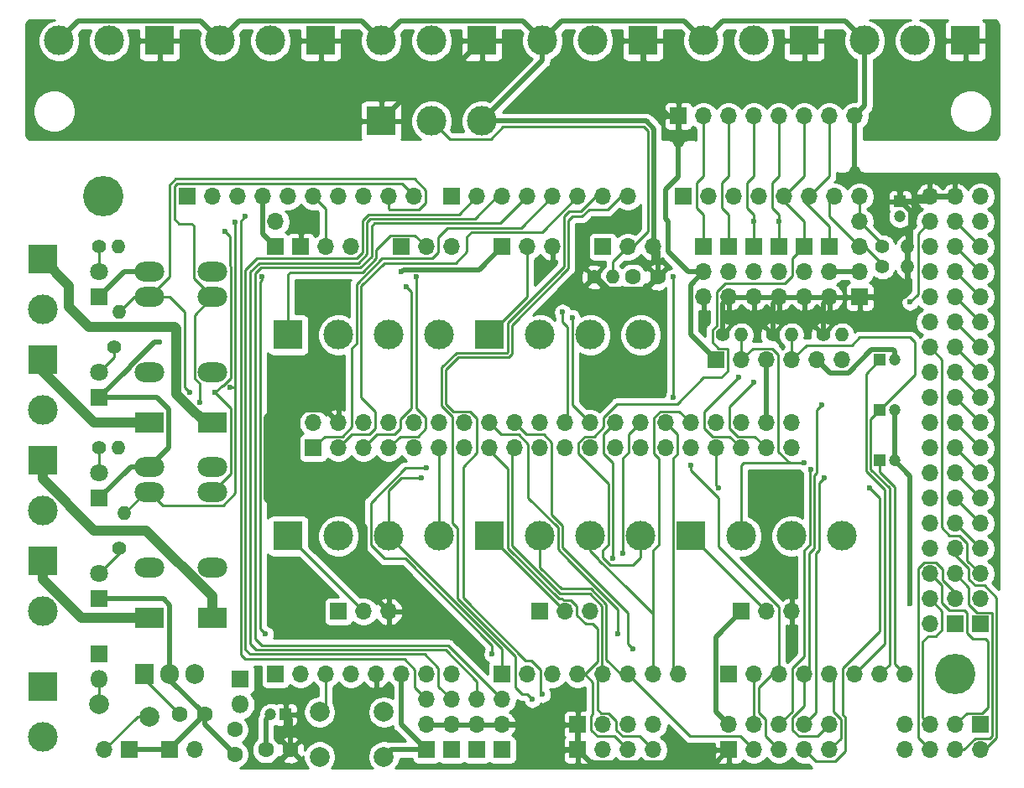
<source format=gbl>
%TF.GenerationSoftware,KiCad,Pcbnew,(5.1.6-0-10_14)*%
%TF.CreationDate,2020-10-31T20:27:49+00:00*%
%TF.ProjectId,DeWinCNC,44655769-6e43-44e4-932e-6b696361645f,0.5*%
%TF.SameCoordinates,Original*%
%TF.FileFunction,Copper,L2,Bot*%
%TF.FilePolarity,Positive*%
%FSLAX46Y46*%
G04 Gerber Fmt 4.6, Leading zero omitted, Abs format (unit mm)*
G04 Created by KiCad (PCBNEW (5.1.6-0-10_14)) date 2020-10-31 20:27:49*
%MOMM*%
%LPD*%
G01*
G04 APERTURE LIST*
%TA.AperFunction,ComponentPad*%
%ADD10O,1.700000X1.700000*%
%TD*%
%TA.AperFunction,ComponentPad*%
%ADD11R,1.700000X1.700000*%
%TD*%
%TA.AperFunction,ComponentPad*%
%ADD12O,1.400000X1.400000*%
%TD*%
%TA.AperFunction,ComponentPad*%
%ADD13C,1.400000*%
%TD*%
%TA.AperFunction,ComponentPad*%
%ADD14R,3.000000X3.000000*%
%TD*%
%TA.AperFunction,ComponentPad*%
%ADD15C,3.000000*%
%TD*%
%TA.AperFunction,ComponentPad*%
%ADD16C,2.010000*%
%TD*%
%TA.AperFunction,ComponentPad*%
%ADD17O,1.800000X1.800000*%
%TD*%
%TA.AperFunction,ComponentPad*%
%ADD18R,1.800000X1.800000*%
%TD*%
%TA.AperFunction,ComponentPad*%
%ADD19C,1.600000*%
%TD*%
%TA.AperFunction,ComponentPad*%
%ADD20O,1.905000X2.000000*%
%TD*%
%TA.AperFunction,ComponentPad*%
%ADD21R,1.905000X2.000000*%
%TD*%
%TA.AperFunction,ComponentPad*%
%ADD22C,1.200000*%
%TD*%
%TA.AperFunction,ComponentPad*%
%ADD23R,1.200000X1.200000*%
%TD*%
%TA.AperFunction,ComponentPad*%
%ADD24C,2.000000*%
%TD*%
%TA.AperFunction,ComponentPad*%
%ADD25C,1.800000*%
%TD*%
%TA.AperFunction,ComponentPad*%
%ADD26C,4.064000*%
%TD*%
%TA.AperFunction,ComponentPad*%
%ADD27O,3.000000X2.000000*%
%TD*%
%TA.AperFunction,ComponentPad*%
%ADD28R,3.000000X2.000000*%
%TD*%
%TA.AperFunction,ViaPad*%
%ADD29C,0.600000*%
%TD*%
%TA.AperFunction,Conductor*%
%ADD30C,0.500000*%
%TD*%
%TA.AperFunction,Conductor*%
%ADD31C,0.250000*%
%TD*%
%TA.AperFunction,Conductor*%
%ADD32C,1.000000*%
%TD*%
%TA.AperFunction,Conductor*%
%ADD33C,0.254000*%
%TD*%
G04 APERTURE END LIST*
D10*
%TO.P,JM2,10*%
%TO.N,/D8*%
X151130000Y-71120000D03*
%TO.P,JM2,9*%
%TO.N,/D9*%
X148590000Y-71120000D03*
%TO.P,JM2,8*%
%TO.N,/D10*%
X146050000Y-71120000D03*
%TO.P,JM2,7*%
%TO.N,/D11*%
X143510000Y-71120000D03*
%TO.P,JM2,6*%
%TO.N,/D12*%
X140970000Y-71120000D03*
%TO.P,JM2,5*%
%TO.N,Net-(JM2-Pad5)*%
X138430000Y-71120000D03*
%TO.P,JM2,4*%
%TO.N,GND*%
X135890000Y-71120000D03*
%TO.P,JM2,3*%
%TO.N,Net-(JM2-Pad3)*%
X133350000Y-71120000D03*
%TO.P,JM2,2*%
%TO.N,Net-(JM2-Pad2)*%
X130810000Y-71120000D03*
D11*
%TO.P,JM2,1*%
%TO.N,Net-(JM2-Pad1)*%
X128270000Y-71120000D03*
%TD*%
%TO.P,JM5,1*%
%TO.N,Net-(JM5-Pad1)*%
X137160000Y-119380000D03*
D10*
%TO.P,JM5,2*%
%TO.N,Net-(JM5-Pad2)*%
X139700000Y-119380000D03*
%TO.P,JM5,3*%
%TO.N,/Reset*%
X142240000Y-119380000D03*
%TO.P,JM5,4*%
%TO.N,Net-(JM5-Pad4)*%
X144780000Y-119380000D03*
%TO.P,JM5,5*%
%TO.N,+5V*%
X147320000Y-119380000D03*
%TO.P,JM5,6*%
%TO.N,GND*%
X149860000Y-119380000D03*
%TO.P,JM5,7*%
X152400000Y-119380000D03*
%TO.P,JM5,8*%
%TO.N,/Vcc*%
X154940000Y-119380000D03*
%TD*%
D11*
%TO.P,JM1,1*%
%TO.N,/D54(A0)*%
X160020000Y-119380000D03*
D10*
%TO.P,JM1,2*%
%TO.N,/D55(A1)*%
X162560000Y-119380000D03*
%TO.P,JM1,3*%
%TO.N,/D56(A2)*%
X165100000Y-119380000D03*
%TO.P,JM1,4*%
%TO.N,/D57(A3)*%
X167640000Y-119380000D03*
%TO.P,JM1,5*%
%TO.N,/D58(A4)*%
X170180000Y-119380000D03*
%TO.P,JM1,6*%
%TO.N,/D59(A5)*%
X172720000Y-119380000D03*
%TO.P,JM1,7*%
%TO.N,/D60(A6)*%
X175260000Y-119380000D03*
%TO.P,JM1,8*%
%TO.N,/D61(A7)*%
X177800000Y-119380000D03*
%TD*%
D11*
%TO.P,JM6,1*%
%TO.N,/D62(A8)*%
X182880000Y-119380000D03*
D10*
%TO.P,JM6,2*%
%TO.N,/D63(A9)*%
X185420000Y-119380000D03*
%TO.P,JM6,3*%
%TO.N,/D64(A10)*%
X187960000Y-119380000D03*
%TO.P,JM6,4*%
%TO.N,/D65(A11)*%
X190500000Y-119380000D03*
%TO.P,JM6,5*%
%TO.N,/D66(A12)*%
X193040000Y-119380000D03*
%TO.P,JM6,6*%
%TO.N,/D67(A13)*%
X195580000Y-119380000D03*
%TO.P,JM6,7*%
%TO.N,/D68(A14)*%
X198120000Y-119380000D03*
%TO.P,JM6,8*%
%TO.N,/D69(A15)*%
X200660000Y-119380000D03*
%TD*%
D11*
%TO.P,JM3,1*%
%TO.N,/D7*%
X154940000Y-71120000D03*
D10*
%TO.P,JM3,2*%
%TO.N,/D6*%
X157480000Y-71120000D03*
%TO.P,JM3,3*%
%TO.N,/D5*%
X160020000Y-71120000D03*
%TO.P,JM3,4*%
%TO.N,/D4*%
X162560000Y-71120000D03*
%TO.P,JM3,5*%
%TO.N,/D3*%
X165100000Y-71120000D03*
%TO.P,JM3,6*%
%TO.N,/D2*%
X167640000Y-71120000D03*
%TO.P,JM3,7*%
%TO.N,/D1(Tx0)*%
X170180000Y-71120000D03*
%TO.P,JM3,8*%
%TO.N,/D0(Rx0)*%
X172720000Y-71120000D03*
%TD*%
D11*
%TO.P,JM4,1*%
%TO.N,/D14*%
X178308000Y-71120000D03*
D10*
%TO.P,JM4,2*%
%TO.N,/D15*%
X180848000Y-71120000D03*
%TO.P,JM4,3*%
%TO.N,/D16*%
X183388000Y-71120000D03*
%TO.P,JM4,4*%
%TO.N,/D17*%
X185928000Y-71120000D03*
%TO.P,JM4,5*%
%TO.N,/D18*%
X188468000Y-71120000D03*
%TO.P,JM4,6*%
%TO.N,/D19*%
X191008000Y-71120000D03*
%TO.P,JM4,7*%
%TO.N,/D20(SDA)*%
X193548000Y-71120000D03*
%TO.P,JM4,8*%
%TO.N,/D21(SCL)*%
X196088000Y-71120000D03*
%TD*%
%TO.P,J40,8*%
%TO.N,+5V*%
X195580000Y-62992000D03*
%TO.P,J40,7*%
%TO.N,/D19*%
X193040000Y-62992000D03*
%TO.P,J40,6*%
%TO.N,/D18*%
X190500000Y-62992000D03*
%TO.P,J40,5*%
%TO.N,/D15*%
X187960000Y-62992000D03*
%TO.P,J40,4*%
%TO.N,/D14*%
X185420000Y-62992000D03*
%TO.P,J40,3*%
%TO.N,/D2*%
X182880000Y-62992000D03*
%TO.P,J40,2*%
%TO.N,/D3*%
X180340000Y-62992000D03*
D11*
%TO.P,J40,1*%
%TO.N,GND*%
X177800000Y-62992000D03*
%TD*%
D12*
%TO.P,R4,2*%
%TO.N,/D12*%
X121920000Y-103124000D03*
D13*
%TO.P,R4,1*%
%TO.N,Net-(D4-Pad2)*%
X121412000Y-106680000D03*
%TD*%
D12*
%TO.P,R6,2*%
%TO.N,/D9*%
X121412000Y-82804000D03*
D13*
%TO.P,R6,1*%
%TO.N,Net-(D2-Pad2)*%
X120904000Y-86360000D03*
%TD*%
D10*
%TO.P,J1,36*%
%TO.N,+5V*%
X203174000Y-71120000D03*
%TO.P,J1,35*%
X205714000Y-71120000D03*
%TO.P,J1,34*%
%TO.N,/D22*%
X203174000Y-73660000D03*
%TO.P,J1,33*%
%TO.N,/D23*%
X205714000Y-73660000D03*
%TO.P,J1,32*%
%TO.N,/D24*%
X203174000Y-76200000D03*
%TO.P,J1,31*%
%TO.N,/D25*%
X205714000Y-76200000D03*
%TO.P,J1,30*%
%TO.N,/D26*%
X203174000Y-78740000D03*
%TO.P,J1,29*%
%TO.N,/D27*%
X205714000Y-78740000D03*
%TO.P,J1,28*%
%TO.N,/D28*%
X203174000Y-81280000D03*
%TO.P,J1,27*%
%TO.N,/D29*%
X205714000Y-81280000D03*
%TO.P,J1,26*%
%TO.N,/D30*%
X203174000Y-83820000D03*
%TO.P,J1,25*%
%TO.N,/D31*%
X205714000Y-83820000D03*
%TO.P,J1,24*%
%TO.N,/D32*%
X203174000Y-86360000D03*
%TO.P,J1,23*%
%TO.N,/D33*%
X205714000Y-86360000D03*
%TO.P,J1,22*%
%TO.N,/D34*%
X203174000Y-88900000D03*
%TO.P,J1,21*%
%TO.N,/D35*%
X205714000Y-88900000D03*
%TO.P,J1,20*%
%TO.N,/D36*%
X203174000Y-91440000D03*
%TO.P,J1,19*%
%TO.N,/D37*%
X205714000Y-91440000D03*
%TO.P,J1,18*%
%TO.N,/D38*%
X203174000Y-93980000D03*
%TO.P,J1,17*%
%TO.N,/D39*%
X205714000Y-93980000D03*
%TO.P,J1,16*%
%TO.N,/D40*%
X203174000Y-96520000D03*
%TO.P,J1,15*%
%TO.N,/D41*%
X205714000Y-96520000D03*
%TO.P,J1,14*%
%TO.N,/D42*%
X203174000Y-99060000D03*
%TO.P,J1,13*%
%TO.N,/D43*%
X205714000Y-99060000D03*
%TO.P,J1,12*%
%TO.N,/D44*%
X203174000Y-101600000D03*
%TO.P,J1,11*%
%TO.N,/D45*%
X205714000Y-101600000D03*
%TO.P,J1,10*%
%TO.N,/D46*%
X203174000Y-104140000D03*
%TO.P,J1,9*%
%TO.N,/D47*%
X205714000Y-104140000D03*
%TO.P,J1,8*%
%TO.N,/D48*%
X203174000Y-106680000D03*
%TO.P,J1,7*%
%TO.N,/D49*%
X205714000Y-106680000D03*
%TO.P,J1,6*%
%TO.N,/D50(MISO)*%
X203174000Y-109220000D03*
%TO.P,J1,5*%
%TO.N,/D51(MOSI)*%
X205714000Y-109220000D03*
%TO.P,J1,4*%
%TO.N,/D52(SCK)*%
X203174000Y-111760000D03*
%TO.P,J1,3*%
%TO.N,/D53(SS)*%
X205714000Y-111760000D03*
%TO.P,J1,2*%
%TO.N,GND*%
X203174000Y-114300000D03*
D11*
%TO.P,J1,1*%
X205714000Y-114300000D03*
%TD*%
D14*
%TO.P,J43,1*%
%TO.N,GND*%
X157988000Y-55372000D03*
D15*
%TO.P,J43,2*%
%TO.N,/D14*%
X152908000Y-55372000D03*
%TO.P,J43,3*%
%TO.N,+5V*%
X147828000Y-55372000D03*
%TD*%
%TO.P,J41,3*%
%TO.N,+5V*%
X115316000Y-55372000D03*
%TO.P,J41,2*%
%TO.N,/D3*%
X120396000Y-55372000D03*
D14*
%TO.P,J41,1*%
%TO.N,GND*%
X125476000Y-55372000D03*
%TD*%
%TO.P,J42,1*%
%TO.N,GND*%
X141732000Y-55372000D03*
D15*
%TO.P,J42,2*%
%TO.N,/D2*%
X136652000Y-55372000D03*
%TO.P,J42,3*%
%TO.N,+5V*%
X131572000Y-55372000D03*
%TD*%
%TO.P,J47,3*%
%TO.N,+5V*%
X157988000Y-63500000D03*
%TO.P,J47,2*%
%TO.N,/D22*%
X152908000Y-63500000D03*
D14*
%TO.P,J47,1*%
%TO.N,GND*%
X147828000Y-63500000D03*
%TD*%
D16*
%TO.P,F1,2*%
%TO.N,Net-(F1-Pad2)*%
X124480000Y-123628000D03*
%TO.P,F1,1*%
%TO.N,Net-(C9-Pad1)*%
X119380000Y-122428000D03*
%TD*%
D17*
%TO.P,D6,2*%
%TO.N,Net-(C9-Pad1)*%
X119380000Y-119888000D03*
D18*
%TO.P,D6,1*%
%TO.N,GND*%
X119380000Y-117348000D03*
%TD*%
D17*
%TO.P,D5,2*%
%TO.N,Net-(C10-Pad1)*%
X133604000Y-122428000D03*
D18*
%TO.P,D5,1*%
%TO.N,/Vcc*%
X133604000Y-119888000D03*
%TD*%
D10*
%TO.P,J4,2*%
%TO.N,Net-(C10-Pad1)*%
X129032000Y-127000000D03*
D11*
%TO.P,J4,1*%
%TO.N,GND*%
X126492000Y-127000000D03*
%TD*%
D10*
%TO.P,J10,2*%
%TO.N,Net-(F1-Pad2)*%
X119888000Y-127000000D03*
D11*
%TO.P,J10,1*%
%TO.N,GND*%
X122428000Y-127000000D03*
%TD*%
D19*
%TO.P,C10,2*%
%TO.N,GND*%
X133096000Y-127468000D03*
%TO.P,C10,1*%
%TO.N,Net-(C10-Pad1)*%
X133096000Y-124968000D03*
%TD*%
%TO.P,C9,2*%
%TO.N,GND*%
X130008000Y-123444000D03*
%TO.P,C9,1*%
%TO.N,Net-(C9-Pad1)*%
X127508000Y-123444000D03*
%TD*%
D20*
%TO.P,U5,3*%
%TO.N,Net-(C10-Pad1)*%
X129032000Y-119380000D03*
%TO.P,U5,2*%
%TO.N,GND*%
X126492000Y-119380000D03*
D21*
%TO.P,U5,1*%
%TO.N,Net-(C9-Pad1)*%
X123952000Y-119380000D03*
%TD*%
D19*
%TO.P,C5,2*%
%TO.N,GND*%
X136184000Y-127000000D03*
%TO.P,C5,1*%
%TO.N,+5V*%
X138684000Y-127000000D03*
%TD*%
%TO.P,C7,2*%
%TO.N,GND*%
X173228000Y-79248000D03*
%TO.P,C7,1*%
%TO.N,+5V*%
X175728000Y-79248000D03*
%TD*%
D10*
%TO.P,J37,3*%
%TO.N,+5V*%
X175260000Y-76200000D03*
%TO.P,J37,2*%
%TO.N,/D22*%
X172720000Y-76200000D03*
D11*
%TO.P,J37,1*%
%TO.N,GND*%
X170180000Y-76200000D03*
%TD*%
D12*
%TO.P,R8,2*%
%TO.N,+5V*%
X200940000Y-78232000D03*
D13*
%TO.P,R8,1*%
%TO.N,/D20(SDA)*%
X198400000Y-78232000D03*
%TD*%
D12*
%TO.P,R9,2*%
%TO.N,+5V*%
X200940000Y-76200000D03*
D13*
%TO.P,R9,1*%
%TO.N,/D21(SCL)*%
X198400000Y-76200000D03*
%TD*%
D12*
%TO.P,R10,2*%
%TO.N,/D22*%
X171196000Y-79248000D03*
D13*
%TO.P,R10,1*%
%TO.N,+5V*%
X169296000Y-79248000D03*
%TD*%
D22*
%TO.P,C6,2*%
%TO.N,GND*%
X200152000Y-73128000D03*
D23*
%TO.P,C6,1*%
%TO.N,+5V*%
X200152000Y-71628000D03*
%TD*%
D14*
%TO.P,J46,1*%
%TO.N,GND*%
X206756000Y-55372000D03*
D15*
%TO.P,J46,2*%
%TO.N,/D19*%
X201676000Y-55372000D03*
%TO.P,J46,3*%
%TO.N,+5V*%
X196596000Y-55372000D03*
%TD*%
D14*
%TO.P,J45,1*%
%TO.N,GND*%
X190500000Y-55372000D03*
D15*
%TO.P,J45,2*%
%TO.N,/D18*%
X185420000Y-55372000D03*
%TO.P,J45,3*%
%TO.N,+5V*%
X180340000Y-55372000D03*
%TD*%
D14*
%TO.P,J44,1*%
%TO.N,GND*%
X174244000Y-55372000D03*
D15*
%TO.P,J44,2*%
%TO.N,/D15*%
X169164000Y-55372000D03*
%TO.P,J44,3*%
%TO.N,+5V*%
X164084000Y-55372000D03*
%TD*%
D11*
%TO.P,J38,1*%
%TO.N,/D3*%
X140970000Y-96520000D03*
D10*
%TO.P,J38,20*%
%TO.N,GND*%
X140970000Y-93980000D03*
%TO.P,J38,2*%
%TO.N,/D2*%
X143510000Y-96520000D03*
%TO.P,J38,21*%
%TO.N,+5V*%
X143510000Y-93980000D03*
%TO.P,J38,3*%
%TO.N,/D14*%
X146050000Y-96520000D03*
%TO.P,J38,22*%
%TO.N,/D8*%
X146050000Y-93980000D03*
%TO.P,J38,4*%
%TO.N,/D15*%
X148590000Y-96520000D03*
%TO.P,J38,23*%
%TO.N,/D9*%
X148590000Y-93980000D03*
%TO.P,J38,5*%
%TO.N,/D18*%
X151130000Y-96520000D03*
%TO.P,J38,24*%
%TO.N,/D10*%
X151130000Y-93980000D03*
%TO.P,J38,6*%
%TO.N,/D19*%
X153670000Y-96520000D03*
%TO.P,J38,25*%
%TO.N,/D12*%
X153670000Y-93980000D03*
%TO.P,J38,7*%
%TO.N,Net-(J38-Pad7)*%
X156210000Y-96520000D03*
%TO.P,J38,26*%
%TO.N,/D65(A11)*%
X156210000Y-93980000D03*
%TO.P,J38,8*%
%TO.N,/D57(A3)*%
X158750000Y-96520000D03*
%TO.P,J38,27*%
%TO.N,/D66(A12)*%
X158750000Y-93980000D03*
%TO.P,J38,9*%
%TO.N,/D58(A4)*%
X161290000Y-96520000D03*
%TO.P,J38,28*%
%TO.N,/D63(A9)*%
X161290000Y-93980000D03*
%TO.P,J38,10*%
%TO.N,/D64(A10)*%
X163830000Y-96520000D03*
%TO.P,J38,29*%
%TO.N,/D41*%
X163830000Y-93980000D03*
%TO.P,J38,11*%
%TO.N,Net-(J38-Pad11)*%
X166370000Y-96520000D03*
%TO.P,J38,30*%
%TO.N,/D28*%
X166370000Y-93980000D03*
%TO.P,J38,12*%
%TO.N,Net-(J38-Pad12)*%
X168910000Y-96520000D03*
%TO.P,J38,31*%
%TO.N,/D26*%
X168910000Y-93980000D03*
%TO.P,J38,13*%
%TO.N,Net-(J38-Pad13)*%
X171450000Y-96520000D03*
%TO.P,J38,32*%
%TO.N,/D48*%
X171450000Y-93980000D03*
%TO.P,J38,14*%
%TO.N,Net-(J38-Pad14)*%
X173990000Y-96520000D03*
%TO.P,J38,33*%
%TO.N,/D46*%
X173990000Y-93980000D03*
%TO.P,J38,15*%
%TO.N,Net-(J38-Pad15)*%
X176530000Y-96520000D03*
%TO.P,J38,34*%
%TO.N,/D61(A7)*%
X176530000Y-93980000D03*
%TO.P,J38,16*%
%TO.N,Net-(J38-Pad16)*%
X179070000Y-96520000D03*
%TO.P,J38,35*%
%TO.N,/D60(A6)*%
X179070000Y-93980000D03*
%TO.P,J38,17*%
%TO.N,/D44*%
X181610000Y-96520000D03*
%TO.P,J38,36*%
%TO.N,/D55(A1)*%
X181610000Y-93980000D03*
%TO.P,J38,18*%
%TO.N,/D34*%
X184150000Y-96520000D03*
%TO.P,J38,37*%
%TO.N,/D54(A0)*%
X184150000Y-93980000D03*
%TO.P,J38,19*%
%TO.N,/D36*%
X186690000Y-96520000D03*
%TO.P,J38,38*%
%TO.N,GND*%
X186690000Y-93980000D03*
%TO.P,J38,39*%
%TO.N,N/C*%
X189230000Y-96520000D03*
%TO.P,J38,40*%
X189230000Y-93980000D03*
%TD*%
D24*
%TO.P,RESET,1*%
%TO.N,/Reset*%
X148105000Y-123190000D03*
%TO.P,RESET,2*%
%TO.N,GND*%
X148105000Y-127690000D03*
%TO.P,RESET,1*%
%TO.N,/Reset*%
X141605000Y-123190000D03*
%TO.P,RESET,2*%
%TO.N,GND*%
X141605000Y-127690000D03*
%TD*%
D22*
%TO.P,C4,2*%
%TO.N,GND*%
X136676000Y-123444000D03*
D23*
%TO.P,C4,1*%
%TO.N,+5V*%
X138176000Y-123444000D03*
%TD*%
D13*
%TO.P,R5,1*%
%TO.N,Net-(D3-Pad2)*%
X119385000Y-96520000D03*
D12*
%TO.P,R5,2*%
%TO.N,/D10*%
X121285000Y-96520000D03*
%TD*%
D18*
%TO.P,D4,1*%
%TO.N,GND*%
X119380000Y-111760000D03*
D25*
%TO.P,D4,2*%
%TO.N,Net-(D4-Pad2)*%
X119380000Y-109220000D03*
%TD*%
D18*
%TO.P,D3,1*%
%TO.N,GND*%
X119380000Y-101600000D03*
D25*
%TO.P,D3,2*%
%TO.N,Net-(D3-Pad2)*%
X119380000Y-99060000D03*
%TD*%
D18*
%TO.P,D2,1*%
%TO.N,GND*%
X119380000Y-91440000D03*
D25*
%TO.P,D2,2*%
%TO.N,Net-(D2-Pad2)*%
X119380000Y-88900000D03*
%TD*%
%TO.P,D1,2*%
%TO.N,Net-(D1-Pad2)*%
X119380000Y-78740000D03*
D18*
%TO.P,D1,1*%
%TO.N,GND*%
X119380000Y-81280000D03*
%TD*%
D12*
%TO.P,R7,2*%
%TO.N,/D8*%
X121285000Y-76200000D03*
D13*
%TO.P,R7,1*%
%TO.N,Net-(D1-Pad2)*%
X119385000Y-76200000D03*
%TD*%
%TO.P,R1,1*%
%TO.N,+5V*%
X182245000Y-85090000D03*
D12*
%TO.P,R1,2*%
%TO.N,/D69(A15)*%
X184145000Y-85090000D03*
%TD*%
D13*
%TO.P,R2,1*%
%TO.N,+5V*%
X187325000Y-85090000D03*
D12*
%TO.P,R2,2*%
%TO.N,/D68(A14)*%
X189225000Y-85090000D03*
%TD*%
%TO.P,R3,2*%
%TO.N,/D67(A13)*%
X194305000Y-85090000D03*
D13*
%TO.P,R3,1*%
%TO.N,+5V*%
X192405000Y-85090000D03*
%TD*%
D23*
%TO.P,C1,1*%
%TO.N,/D69(A15)*%
X198120000Y-97790000D03*
D22*
%TO.P,C1,2*%
%TO.N,GND*%
X199620000Y-97790000D03*
%TD*%
D23*
%TO.P,C2,1*%
%TO.N,/D68(A14)*%
X198120000Y-92710000D03*
D22*
%TO.P,C2,2*%
%TO.N,GND*%
X199620000Y-92710000D03*
%TD*%
%TO.P,C3,2*%
%TO.N,GND*%
X199620000Y-87630000D03*
D23*
%TO.P,C3,1*%
%TO.N,/D67(A13)*%
X198120000Y-87630000D03*
%TD*%
D15*
%TO.P,J36,2*%
%TO.N,GND*%
X113665000Y-125730000D03*
D14*
%TO.P,J36,1*%
%TO.N,/D44*%
X113665000Y-120650000D03*
%TD*%
D10*
%TO.P,J33,3*%
%TO.N,+5V*%
X189230000Y-113030000D03*
%TO.P,J33,2*%
%TO.N,Net-(J16-Pad1)*%
X186690000Y-113030000D03*
D11*
%TO.P,J33,1*%
%TO.N,GND*%
X184150000Y-113030000D03*
%TD*%
D10*
%TO.P,J32,3*%
%TO.N,+5V*%
X168910000Y-113030000D03*
%TO.P,J32,2*%
%TO.N,Net-(J15-Pad1)*%
X166370000Y-113030000D03*
D11*
%TO.P,J32,1*%
%TO.N,GND*%
X163830000Y-113030000D03*
%TD*%
D10*
%TO.P,J31,3*%
%TO.N,+5V*%
X148590000Y-113030000D03*
%TO.P,J31,2*%
%TO.N,Net-(J14-Pad1)*%
X146050000Y-113030000D03*
D11*
%TO.P,J31,1*%
%TO.N,GND*%
X143510000Y-113030000D03*
%TD*%
D15*
%TO.P,J16,4*%
%TO.N,/D48*%
X194310000Y-105410000D03*
D14*
%TO.P,J16,1*%
%TO.N,Net-(J16-Pad1)*%
X179070000Y-105410000D03*
D15*
%TO.P,J16,3*%
%TO.N,/D46*%
X189230000Y-105410000D03*
%TO.P,J16,2*%
%TO.N,/D69(A15)*%
X184150000Y-105410000D03*
%TD*%
%TO.P,J15,4*%
%TO.N,/D18*%
X173990000Y-105410000D03*
D14*
%TO.P,J15,1*%
%TO.N,Net-(J15-Pad1)*%
X158750000Y-105410000D03*
D15*
%TO.P,J15,3*%
%TO.N,/D60(A6)*%
X168910000Y-105410000D03*
%TO.P,J15,2*%
%TO.N,/D59(A5)*%
X163830000Y-105410000D03*
%TD*%
%TO.P,J14,4*%
%TO.N,/D19*%
X153670000Y-105410000D03*
D14*
%TO.P,J14,1*%
%TO.N,Net-(J14-Pad1)*%
X138430000Y-105410000D03*
D15*
%TO.P,J14,3*%
%TO.N,/D54(A0)*%
X148590000Y-105410000D03*
%TO.P,J14,2*%
%TO.N,/D36*%
X143510000Y-105410000D03*
%TD*%
%TO.P,J18,2*%
%TO.N,/D24*%
X143510000Y-85090000D03*
%TO.P,J18,3*%
%TO.N,/D26*%
X148590000Y-85090000D03*
D14*
%TO.P,J18,1*%
%TO.N,Net-(J18-Pad1)*%
X138430000Y-85090000D03*
D15*
%TO.P,J18,4*%
%TO.N,/D28*%
X153670000Y-85090000D03*
%TD*%
%TO.P,J25,4*%
%TO.N,/D34*%
X173990000Y-85090000D03*
D14*
%TO.P,J25,1*%
%TO.N,Net-(J25-Pad1)*%
X158750000Y-85090000D03*
D15*
%TO.P,J25,3*%
%TO.N,/D36*%
X168910000Y-85090000D03*
%TO.P,J25,2*%
%TO.N,/D30*%
X163830000Y-85090000D03*
%TD*%
D14*
%TO.P,J30,1*%
%TO.N,Net-(J30-Pad1)*%
X113665000Y-107950000D03*
D15*
%TO.P,J30,2*%
%TO.N,Net-(J30-Pad2)*%
X113665000Y-113030000D03*
%TD*%
D14*
%TO.P,J262,1*%
%TO.N,Net-(J262-Pad1)*%
X113665000Y-97790000D03*
D15*
%TO.P,J262,2*%
%TO.N,Net-(J262-Pad2)*%
X113665000Y-102870000D03*
%TD*%
D14*
%TO.P,J261,1*%
%TO.N,Net-(J261-Pad1)*%
X113665000Y-87630000D03*
D15*
%TO.P,J261,2*%
%TO.N,Net-(J261-Pad2)*%
X113665000Y-92710000D03*
%TD*%
%TO.P,J28,2*%
%TO.N,Net-(J28-Pad2)*%
X113665000Y-82550000D03*
D14*
%TO.P,J28,1*%
%TO.N,Net-(J28-Pad1)*%
X113665000Y-77470000D03*
%TD*%
D26*
%TO.P,P10,1*%
%TO.N,Net-(P10-Pad1)*%
X205740000Y-119380000D03*
%TD*%
%TO.P,P11,1*%
%TO.N,Net-(P11-Pad1)*%
X119770000Y-71120000D03*
%TD*%
D10*
%TO.P,J27,6*%
%TO.N,/D67(A13)*%
X194310000Y-87630000D03*
%TO.P,J27,5*%
%TO.N,GND*%
X191770000Y-87630000D03*
%TO.P,J27,4*%
%TO.N,/D68(A14)*%
X189230000Y-87630000D03*
%TO.P,J27,3*%
%TO.N,GND*%
X186690000Y-87630000D03*
%TO.P,J27,2*%
%TO.N,/D69(A15)*%
X184150000Y-87630000D03*
D11*
%TO.P,J27,1*%
%TO.N,GND*%
X181610000Y-87630000D03*
%TD*%
%TO.P,J3,1*%
%TO.N,GND*%
X152400000Y-127000000D03*
D10*
%TO.P,J3,2*%
%TO.N,+5V*%
X152400000Y-124460000D03*
%TO.P,J3,3*%
%TO.N,/D11*%
X152400000Y-121920000D03*
%TD*%
D11*
%TO.P,J7,1*%
%TO.N,GND*%
X154940000Y-127000000D03*
D10*
%TO.P,J7,2*%
%TO.N,+5V*%
X154940000Y-124460000D03*
%TO.P,J7,3*%
%TO.N,/D6*%
X154940000Y-121920000D03*
%TD*%
D11*
%TO.P,J11,1*%
%TO.N,GND*%
X157480000Y-127000000D03*
D10*
%TO.P,J11,2*%
%TO.N,+5V*%
X157480000Y-124460000D03*
%TO.P,J11,3*%
%TO.N,/D5*%
X157480000Y-121920000D03*
%TD*%
%TO.P,J13,3*%
%TO.N,/D4*%
X160020000Y-121920000D03*
%TO.P,J13,2*%
%TO.N,+5V*%
X160020000Y-124460000D03*
D11*
%TO.P,J13,1*%
%TO.N,GND*%
X160020000Y-127000000D03*
%TD*%
D10*
%TO.P,J12,4*%
%TO.N,/D0(Rx0)*%
X175260000Y-124460000D03*
%TO.P,J12,3*%
%TO.N,/D1(Tx0)*%
X172720000Y-124460000D03*
%TO.P,J12,2*%
%TO.N,GND*%
X170180000Y-124460000D03*
D11*
%TO.P,J12,1*%
%TO.N,+5V*%
X167640000Y-124460000D03*
%TD*%
%TO.P,J6,1*%
%TO.N,+5V*%
X167640000Y-127000000D03*
D10*
%TO.P,J6,2*%
%TO.N,GND*%
X170180000Y-127000000D03*
%TO.P,J6,3*%
%TO.N,/D57(A3)*%
X172720000Y-127000000D03*
%TO.P,J6,4*%
%TO.N,/D58(A4)*%
X175260000Y-127000000D03*
%TD*%
%TO.P,J8,10*%
%TO.N,/D65(A11)*%
X193040000Y-124460000D03*
%TO.P,J8,9*%
%TO.N,/D66(A12)*%
X193040000Y-127000000D03*
%TO.P,J8,8*%
%TO.N,/D42*%
X190500000Y-124460000D03*
%TO.P,J8,7*%
%TO.N,/D44*%
X190500000Y-127000000D03*
%TO.P,J8,6*%
%TO.N,/D40*%
X187960000Y-124460000D03*
%TO.P,J8,5*%
%TO.N,/D64(A10)*%
X187960000Y-127000000D03*
%TO.P,J8,4*%
%TO.N,/D63(A9)*%
X185420000Y-124460000D03*
%TO.P,J8,3*%
%TO.N,/D59(A5)*%
X185420000Y-127000000D03*
%TO.P,J8,2*%
%TO.N,GND*%
X182880000Y-124460000D03*
D11*
%TO.P,J8,1*%
%TO.N,+5V*%
X182880000Y-127000000D03*
%TD*%
D10*
%TO.P,J9,8*%
%TO.N,Net-(J9-Pad8)*%
X200660000Y-127000000D03*
%TO.P,J9,7*%
%TO.N,GND*%
X200660000Y-124460000D03*
%TO.P,J9,6*%
%TO.N,/D53(SS)*%
X203200000Y-127000000D03*
%TO.P,J9,5*%
%TO.N,/D52(SCK)*%
X203200000Y-124460000D03*
%TO.P,J9,4*%
%TO.N,/D51(MOSI)*%
X205740000Y-127000000D03*
%TO.P,J9,3*%
%TO.N,/D50(MISO)*%
X205740000Y-124460000D03*
%TO.P,J9,2*%
%TO.N,/D49*%
X208280000Y-127000000D03*
D11*
%TO.P,J9,1*%
%TO.N,+5V*%
X208280000Y-124460000D03*
%TD*%
%TO.P,J39,1*%
%TO.N,GND*%
X137160000Y-76200000D03*
D10*
%TO.P,J39,2*%
%TO.N,/D7*%
X137160000Y-73660000D03*
%TD*%
D11*
%TO.P,J19,1*%
%TO.N,/D3*%
X180340000Y-76200000D03*
D10*
%TO.P,J19,2*%
%TO.N,GND*%
X180340000Y-78740000D03*
%TO.P,J19,3*%
%TO.N,+5V*%
X180340000Y-81280000D03*
%TD*%
D11*
%TO.P,J20,1*%
%TO.N,/D2*%
X182880000Y-76200000D03*
D10*
%TO.P,J20,2*%
%TO.N,GND*%
X182880000Y-78740000D03*
%TO.P,J20,3*%
%TO.N,+5V*%
X182880000Y-81280000D03*
%TD*%
D11*
%TO.P,J21,1*%
%TO.N,/D14*%
X185420000Y-76200000D03*
D10*
%TO.P,J21,2*%
%TO.N,GND*%
X185420000Y-78740000D03*
%TO.P,J21,3*%
%TO.N,+5V*%
X185420000Y-81280000D03*
%TD*%
D11*
%TO.P,J22,1*%
%TO.N,/D15*%
X187960000Y-76200000D03*
D10*
%TO.P,J22,2*%
%TO.N,GND*%
X187960000Y-78740000D03*
%TO.P,J22,3*%
%TO.N,+5V*%
X187960000Y-81280000D03*
%TD*%
D11*
%TO.P,J23,1*%
%TO.N,/D18*%
X190500000Y-76200000D03*
D10*
%TO.P,J23,2*%
%TO.N,GND*%
X190500000Y-78740000D03*
%TO.P,J23,3*%
%TO.N,+5V*%
X190500000Y-81280000D03*
%TD*%
%TO.P,J24,3*%
%TO.N,+5V*%
X193040000Y-81280000D03*
%TO.P,J24,2*%
%TO.N,GND*%
X193040000Y-78740000D03*
D11*
%TO.P,J24,1*%
%TO.N,/D19*%
X193040000Y-76200000D03*
%TD*%
D10*
%TO.P,J29,4*%
%TO.N,/D21(SCL)*%
X196088000Y-73660000D03*
%TO.P,J29,3*%
%TO.N,/D20(SDA)*%
X196088000Y-76200000D03*
%TO.P,J29,2*%
%TO.N,GND*%
X196088000Y-78740000D03*
D11*
%TO.P,J29,1*%
%TO.N,+5V*%
X196088000Y-81280000D03*
%TD*%
D10*
%TO.P,J2,18*%
%TO.N,/D16*%
X208280000Y-71120000D03*
%TO.P,J2,17*%
%TO.N,/D17*%
X208280000Y-73660000D03*
%TO.P,J2,16*%
%TO.N,/D23*%
X208280000Y-76200000D03*
%TO.P,J2,15*%
%TO.N,/D25*%
X208280000Y-78740000D03*
%TO.P,J2,14*%
%TO.N,/D27*%
X208280000Y-81280000D03*
%TO.P,J2,13*%
%TO.N,/D29*%
X208280000Y-83820000D03*
%TO.P,J2,12*%
%TO.N,/D31*%
X208280000Y-86360000D03*
%TO.P,J2,11*%
%TO.N,/D33*%
X208280000Y-88900000D03*
%TO.P,J2,10*%
%TO.N,/D35*%
X208280000Y-91440000D03*
%TO.P,J2,9*%
%TO.N,/D37*%
X208280000Y-93980000D03*
%TO.P,J2,8*%
%TO.N,/D39*%
X208280000Y-96520000D03*
%TO.P,J2,7*%
%TO.N,/D41*%
X208280000Y-99060000D03*
%TO.P,J2,6*%
%TO.N,/D43*%
X208280000Y-101600000D03*
%TO.P,J2,5*%
%TO.N,/D45*%
X208280000Y-104140000D03*
%TO.P,J2,4*%
%TO.N,/D47*%
X208280000Y-106680000D03*
%TO.P,J2,3*%
%TO.N,/D32*%
X208280000Y-109220000D03*
%TO.P,J2,2*%
%TO.N,GND*%
X208280000Y-111760000D03*
D11*
%TO.P,J2,1*%
%TO.N,+5V*%
X208280000Y-114300000D03*
%TD*%
D10*
%TO.P,J35,3*%
%TO.N,+5V*%
X165100000Y-76200000D03*
%TO.P,J35,2*%
%TO.N,Net-(J25-Pad1)*%
X162560000Y-76200000D03*
D11*
%TO.P,J35,1*%
%TO.N,GND*%
X160020000Y-76200000D03*
%TD*%
%TO.P,J34,1*%
%TO.N,GND*%
X149860000Y-76200000D03*
D10*
%TO.P,J34,2*%
%TO.N,Net-(J18-Pad1)*%
X152400000Y-76200000D03*
%TO.P,J34,3*%
%TO.N,+5V*%
X154940000Y-76200000D03*
%TD*%
%TO.P,J5,3*%
%TO.N,/Vcc*%
X144780000Y-76200000D03*
%TO.P,J5,2*%
%TO.N,/D12*%
X142240000Y-76200000D03*
D11*
%TO.P,J5,1*%
%TO.N,+5V*%
X139700000Y-76200000D03*
%TD*%
D27*
%TO.P,U1,4*%
%TO.N,GND*%
X130810000Y-78740000D03*
%TO.P,U1,3*%
%TO.N,/D8*%
X130810000Y-81280000D03*
%TO.P,U1,2*%
%TO.N,Net-(J28-Pad2)*%
X130810000Y-88900000D03*
D28*
%TO.P,U1,1*%
%TO.N,Net-(J28-Pad1)*%
X130810000Y-93980000D03*
%TD*%
%TO.P,U2,1*%
%TO.N,Net-(J261-Pad1)*%
X124460000Y-93980000D03*
D27*
%TO.P,U2,2*%
%TO.N,Net-(J261-Pad2)*%
X124460000Y-88900000D03*
%TO.P,U2,3*%
%TO.N,/D9*%
X124460000Y-81280000D03*
%TO.P,U2,4*%
%TO.N,GND*%
X124460000Y-78740000D03*
%TD*%
%TO.P,U3,4*%
%TO.N,GND*%
X130810000Y-98425000D03*
%TO.P,U3,3*%
%TO.N,/D10*%
X130810000Y-100965000D03*
%TO.P,U3,2*%
%TO.N,Net-(J262-Pad2)*%
X130810000Y-108585000D03*
D28*
%TO.P,U3,1*%
%TO.N,Net-(J262-Pad1)*%
X130810000Y-113665000D03*
%TD*%
%TO.P,U4,1*%
%TO.N,Net-(J30-Pad1)*%
X124460000Y-113665000D03*
D27*
%TO.P,U4,2*%
%TO.N,Net-(J30-Pad2)*%
X124460000Y-108585000D03*
%TO.P,U4,3*%
%TO.N,/D12*%
X124460000Y-100965000D03*
%TO.P,U4,4*%
%TO.N,GND*%
X124460000Y-98425000D03*
%TD*%
D29*
%TO.N,+5V*%
X140208000Y-80264000D03*
%TO.N,/D48*%
X171196000Y-107696000D03*
%TO.N,/D46*%
X172212000Y-107188000D03*
%TO.N,/D44*%
X197104000Y-100584000D03*
X181864000Y-100584000D03*
%TO.N,/D42*%
X192532000Y-99568000D03*
%TO.N,/D40*%
X191171001Y-98715001D03*
%TO.N,/D36*%
X185420000Y-89916000D03*
%TO.N,/D34*%
X183896000Y-89408000D03*
%TO.N,/D28*%
X166116000Y-82804000D03*
%TO.N,/D26*%
X167084999Y-83359001D03*
%TO.N,/D22*%
X201168000Y-81788000D03*
%TO.N,/D54(A0)*%
X151892000Y-99568000D03*
%TO.N,/D55(A1)*%
X152400000Y-98552000D03*
X159004000Y-117348000D03*
%TO.N,/D1(Tx0)*%
X163068000Y-121920000D03*
%TO.N,/D0(Rx0)*%
X164084000Y-121412000D03*
%TO.N,/D63(A9)*%
X173228000Y-116840000D03*
%TO.N,/D64(A10)*%
X179070000Y-98298000D03*
%TO.N,/D65(A11)*%
X192278000Y-92202000D03*
%TO.N,/D66(A12)*%
X171704000Y-115316000D03*
%TO.N,/D69(A15)*%
X190500000Y-98044000D03*
%TO.N,/D12*%
X133050501Y-73705499D03*
X132588000Y-90424000D03*
%TO.N,/D10*%
X132080000Y-74676000D03*
X131064000Y-90932000D03*
%TO.N,/D9*%
X128524000Y-90932000D03*
%TO.N,/D19*%
X177292000Y-91440000D03*
X177292000Y-79248000D03*
%TO.N,/D15*%
X151384000Y-79248000D03*
X187960000Y-73660000D03*
%TO.N,/D14*%
X150368000Y-80264000D03*
X185420000Y-73660000D03*
%TO.N,/Vcc*%
X135825998Y-79248000D03*
X136144000Y-115316000D03*
%TO.N,/D11*%
X134112000Y-73152000D03*
%TO.N,/D8*%
X129540000Y-91948000D03*
%TO.N,GND*%
X125476000Y-85852000D03*
X149860000Y-78740000D03*
X201168000Y-112268000D03*
%TD*%
D30*
%TO.N,+5V*%
X167640000Y-124460000D02*
X167640000Y-127000000D01*
X182245000Y-81915000D02*
X182880000Y-81280000D01*
X182245000Y-85090000D02*
X182245000Y-81915000D01*
X187325000Y-81915000D02*
X187960000Y-81280000D01*
X187325000Y-85090000D02*
X187325000Y-81915000D01*
X192405000Y-81915000D02*
X193040000Y-81280000D01*
X192405000Y-85090000D02*
X192405000Y-81915000D01*
X175728000Y-76668000D02*
X175260000Y-76200000D01*
X175728000Y-79248000D02*
X175728000Y-76668000D01*
X200152000Y-70528000D02*
X199220000Y-69596000D01*
X200152000Y-71628000D02*
X200152000Y-70528000D01*
X199220000Y-69596000D02*
X196088000Y-69596000D01*
X196088000Y-69596000D02*
X195580000Y-69088000D01*
X195580000Y-69088000D02*
X195580000Y-62992000D01*
X181579999Y-128300001D02*
X182880000Y-127000000D01*
X168940001Y-128300001D02*
X181579999Y-128300001D01*
X167640000Y-127000000D02*
X168940001Y-128300001D01*
X143510000Y-93980000D02*
X142209999Y-92679999D01*
X142209999Y-92679999D02*
X139923999Y-92679999D01*
X139923999Y-92679999D02*
X139476001Y-92679999D01*
X146189989Y-110629989D02*
X148590000Y-113030000D01*
X146189989Y-104533989D02*
X146189989Y-110629989D01*
X144272000Y-102616000D02*
X146189989Y-104533989D01*
X136936001Y-92679999D02*
X136211010Y-93404990D01*
X139923999Y-92679999D02*
X136936001Y-92679999D01*
X136211010Y-93404990D02*
X136211010Y-101667010D01*
X137160000Y-102616000D02*
X136211010Y-101667010D01*
X137160000Y-102616000D02*
X144272000Y-102616000D01*
X143510000Y-93980000D02*
X141224000Y-91694000D01*
X141224000Y-91694000D02*
X141224000Y-81280000D01*
X141224000Y-81280000D02*
X140208000Y-80264000D01*
X169493998Y-79248000D02*
X169296000Y-79248000D01*
X170743999Y-80498001D02*
X169493998Y-79248000D01*
X174477999Y-80498001D02*
X170743999Y-80498001D01*
X175728000Y-79248000D02*
X174477999Y-80498001D01*
X202692000Y-71628000D02*
X203200000Y-71120000D01*
X200152000Y-71628000D02*
X202692000Y-71628000D01*
X203200000Y-71120000D02*
X205740000Y-71120000D01*
X167640000Y-127000000D02*
X165100000Y-127000000D01*
X162560000Y-124460000D02*
X160020000Y-124460000D01*
X165100000Y-127000000D02*
X162560000Y-124460000D01*
X201202001Y-75937999D02*
X200940000Y-76200000D01*
X201202001Y-72623999D02*
X201202001Y-75937999D01*
X200206002Y-71628000D02*
X201202001Y-72623999D01*
X200152000Y-71628000D02*
X200206002Y-71628000D01*
X200940000Y-76200000D02*
X200940000Y-78232000D01*
X200940000Y-78232000D02*
X200940000Y-80905998D01*
X200565998Y-81280000D02*
X196088000Y-81280000D01*
X200940000Y-80905998D02*
X200565998Y-81280000D01*
X138684000Y-123952000D02*
X138176000Y-123444000D01*
X138684000Y-127000000D02*
X138684000Y-123952000D01*
X182290001Y-53421999D02*
X180340000Y-55372000D01*
X194645999Y-53421999D02*
X182290001Y-53421999D01*
X196596000Y-55372000D02*
X194645999Y-53421999D01*
X166034001Y-53421999D02*
X164084000Y-55372000D01*
X178389999Y-53421999D02*
X166034001Y-53421999D01*
X180340000Y-55372000D02*
X178389999Y-53421999D01*
X149778001Y-53421999D02*
X147828000Y-55372000D01*
X162133999Y-53421999D02*
X149778001Y-53421999D01*
X164084000Y-55372000D02*
X162133999Y-53421999D01*
X133522001Y-53421999D02*
X131572000Y-55372000D01*
X145877999Y-53421999D02*
X133522001Y-53421999D01*
X147828000Y-55372000D02*
X145877999Y-53421999D01*
X117266001Y-53421999D02*
X115316000Y-55372000D01*
X129621999Y-53421999D02*
X117266001Y-53421999D01*
X131572000Y-55372000D02*
X129621999Y-53421999D01*
X164084000Y-57404000D02*
X164084000Y-55372000D01*
X157988000Y-63500000D02*
X164084000Y-57404000D01*
X175327010Y-76132990D02*
X175260000Y-76200000D01*
X157988000Y-63500000D02*
X170180000Y-63500000D01*
X175327010Y-64277824D02*
X175327010Y-76132990D01*
X174549186Y-63500000D02*
X175327010Y-64277824D01*
X170180000Y-63500000D02*
X174549186Y-63500000D01*
X170180000Y-63500000D02*
X171196000Y-63500000D01*
X196596000Y-61976000D02*
X195580000Y-62992000D01*
X196596000Y-55372000D02*
X196596000Y-61976000D01*
D31*
%TO.N,/Reset*%
X142240000Y-122555000D02*
X141605000Y-123190000D01*
X142240000Y-119380000D02*
X142240000Y-122555000D01*
%TO.N,/D53(SS)*%
X202011399Y-125811399D02*
X203200000Y-127000000D01*
X201998999Y-108655999D02*
X201998999Y-125798999D01*
X201998999Y-125798999D02*
X203200000Y-127000000D01*
X205714000Y-111097590D02*
X205714000Y-111760000D01*
X204470000Y-109853590D02*
X205714000Y-111097590D01*
X204470000Y-108776998D02*
X204470000Y-109853590D01*
X203738001Y-108044999D02*
X204470000Y-108776998D01*
X202609999Y-108044999D02*
X203738001Y-108044999D01*
X201998999Y-108655999D02*
X202609999Y-108044999D01*
%TO.N,/D52(SCK)*%
X203200000Y-124460000D02*
X202461409Y-123721409D01*
X202461409Y-116054591D02*
X203027399Y-115488601D01*
X202461409Y-123721409D02*
X202461409Y-116054591D01*
X204388601Y-112948601D02*
X203200000Y-111760000D01*
X204388601Y-114870529D02*
X204388601Y-112948601D01*
X203770529Y-115488601D02*
X204388601Y-114870529D01*
X203027399Y-115488601D02*
X203770529Y-115488601D01*
%TO.N,/D51(MOSI)*%
X207104999Y-110584999D02*
X205740000Y-109220000D01*
X209390001Y-113124999D02*
X209455001Y-113189999D01*
X209455001Y-113189999D02*
X209455001Y-125570001D01*
X207905997Y-113124999D02*
X209390001Y-113124999D01*
X207104999Y-112324001D02*
X207905997Y-113124999D01*
X209455001Y-125570001D02*
X209390001Y-125635001D01*
X207104999Y-110584999D02*
X207104999Y-112324001D01*
X207715999Y-125824999D02*
X206540998Y-127000000D01*
X206540998Y-127000000D02*
X205740000Y-127000000D01*
X209200003Y-125824999D02*
X207715999Y-125824999D01*
X209455001Y-125570001D02*
X209200003Y-125824999D01*
%TO.N,/D50(MISO)*%
X206915001Y-123284999D02*
X205740000Y-124460000D01*
X208439001Y-123284999D02*
X206915001Y-123284999D01*
X209004991Y-122719009D02*
X208439001Y-123284999D01*
X209004991Y-116040991D02*
X209004991Y-122719009D01*
X208788000Y-115824000D02*
X209004991Y-116040991D01*
X204349001Y-110395001D02*
X203174000Y-109220000D01*
X204349001Y-112134003D02*
X204349001Y-110395001D01*
X206634003Y-112935001D02*
X205149999Y-112935001D01*
X205149999Y-112935001D02*
X204349001Y-112134003D01*
X206889001Y-113189999D02*
X206634003Y-112935001D01*
X206889001Y-115194003D02*
X206889001Y-113189999D01*
X207518998Y-115824000D02*
X206889001Y-115194003D01*
X208788000Y-115824000D02*
X207518998Y-115824000D01*
%TO.N,/D49*%
X208654003Y-110395001D02*
X209905011Y-111646009D01*
X208661412Y-127000000D02*
X208280000Y-127000000D01*
X207715999Y-110395001D02*
X208654003Y-110395001D01*
X207104999Y-109784001D02*
X207715999Y-110395001D01*
X207104999Y-108681409D02*
X207104999Y-109784001D01*
X209905010Y-125756402D02*
X208661412Y-127000000D01*
X209905011Y-111646009D02*
X209905010Y-125756402D01*
X205740000Y-107316410D02*
X207104999Y-108681409D01*
X205740000Y-106680000D02*
X205740000Y-107316410D01*
%TO.N,/D48*%
X170274999Y-95155001D02*
X171450000Y-93980000D01*
X170274999Y-97084001D02*
X170274999Y-95155001D01*
X171196000Y-98005002D02*
X170274999Y-97084001D01*
X171196000Y-107696000D02*
X171196000Y-98005002D01*
%TO.N,/D47*%
X208280000Y-106680000D02*
X205740000Y-104140000D01*
%TO.N,/D46*%
X172814999Y-96933001D02*
X172814999Y-95155001D01*
X172164999Y-97583001D02*
X172814999Y-96933001D01*
X172814999Y-95155001D02*
X173990000Y-93980000D01*
X172164999Y-107140999D02*
X172164999Y-97583001D01*
X172212000Y-107188000D02*
X172164999Y-107140999D01*
%TO.N,/D45*%
X205740000Y-101600000D02*
X208280000Y-104140000D01*
%TO.N,/D44*%
X181610000Y-96520000D02*
X181610000Y-100330000D01*
X181610000Y-100330000D02*
X181864000Y-100584000D01*
X194391390Y-118735262D02*
X198120000Y-115006652D01*
X194391390Y-123435978D02*
X194391390Y-118735262D01*
X194665011Y-127113991D02*
X194665011Y-123709599D01*
X193604001Y-128175001D02*
X194665011Y-127113991D01*
X191675001Y-128175001D02*
X193604001Y-128175001D01*
X194665011Y-123709599D02*
X194391390Y-123435978D01*
X190500000Y-127000000D02*
X191675001Y-128175001D01*
X198120000Y-115006652D02*
X198120000Y-101600000D01*
X198120000Y-101600000D02*
X197104000Y-100584000D01*
%TO.N,/D43*%
X208280000Y-101600000D02*
X205740000Y-99060000D01*
%TO.N,/D42*%
X191688610Y-123271390D02*
X191688610Y-107143800D01*
X191688610Y-107143800D02*
X192024000Y-106808410D01*
X190500000Y-124460000D02*
X191688610Y-123271390D01*
X192024000Y-106808410D02*
X192024000Y-100076000D01*
X192024000Y-100076000D02*
X192532000Y-99568000D01*
%TO.N,/D41*%
X205740000Y-96520000D02*
X208280000Y-99060000D01*
%TO.N,/D40*%
X191055001Y-98831001D02*
X191171001Y-98715001D01*
X191055001Y-106286001D02*
X191055001Y-98831001D01*
X190500000Y-106841002D02*
X191055001Y-106286001D01*
X189311390Y-123108610D02*
X189311390Y-118735262D01*
X190500000Y-117546652D02*
X190500000Y-106841002D01*
X189311390Y-118735262D02*
X190500000Y-117546652D01*
X187960000Y-124460000D02*
X189311390Y-123108610D01*
%TO.N,/D39*%
X208280000Y-96520000D02*
X205740000Y-93980000D01*
%TO.N,/D37*%
X205740000Y-91440000D02*
X208280000Y-93980000D01*
%TO.N,/D36*%
X185514999Y-95344999D02*
X186690000Y-96520000D01*
X183775997Y-95344999D02*
X185514999Y-95344999D01*
X182974999Y-94544001D02*
X183775997Y-95344999D01*
X182974999Y-92361001D02*
X182974999Y-94544001D01*
X185420000Y-89916000D02*
X182974999Y-92361001D01*
%TO.N,/D35*%
X208280000Y-91440000D02*
X205740000Y-88900000D01*
%TO.N,/D34*%
X174091011Y-85191011D02*
X173990000Y-85090000D01*
X182974999Y-95344999D02*
X184150000Y-96520000D01*
X181235997Y-95344999D02*
X182974999Y-95344999D01*
X180434999Y-94544001D02*
X181235997Y-95344999D01*
X180434999Y-92869001D02*
X180434999Y-94544001D01*
X183896000Y-89408000D02*
X180434999Y-92869001D01*
%TO.N,/D33*%
X205740000Y-86360000D02*
X208280000Y-88900000D01*
%TO.N,/D32*%
X205169471Y-105328601D02*
X204388601Y-104547731D01*
X206928601Y-106109471D02*
X206147731Y-105328601D01*
X204388601Y-87548601D02*
X203200000Y-86360000D01*
X204388601Y-104547731D02*
X204388601Y-87548601D01*
X206928601Y-107868601D02*
X206928601Y-106109471D01*
X206147731Y-105328601D02*
X205169471Y-105328601D01*
X208280000Y-109220000D02*
X206928601Y-107868601D01*
%TO.N,/D31*%
X208280000Y-86360000D02*
X205740000Y-83820000D01*
%TO.N,/D29*%
X205740000Y-81280000D02*
X208280000Y-83820000D01*
%TO.N,/D28*%
X166624000Y-93726000D02*
X166370000Y-93980000D01*
X166116000Y-83820000D02*
X166624000Y-84328000D01*
X166624000Y-84328000D02*
X166624000Y-93726000D01*
X166116000Y-82804000D02*
X166116000Y-83820000D01*
%TO.N,/D27*%
X208280000Y-81280000D02*
X205740000Y-78740000D01*
%TO.N,/D26*%
X167084999Y-92154999D02*
X167084999Y-83359001D01*
X168910000Y-93980000D02*
X167084999Y-92154999D01*
%TO.N,/D25*%
X208280000Y-78740000D02*
X205740000Y-76200000D01*
%TO.N,/D23*%
X208280000Y-76200000D02*
X205740000Y-73660000D01*
%TO.N,/D22*%
X171196000Y-77724000D02*
X172720000Y-76200000D01*
X171196000Y-79248000D02*
X171196000Y-77724000D01*
X202964870Y-73895130D02*
X203200000Y-73660000D01*
X158864001Y-65325001D02*
X154733001Y-65325001D01*
X160113992Y-64075010D02*
X158864001Y-65325001D01*
X154733001Y-65325001D02*
X152908000Y-63500000D01*
X174311010Y-64075010D02*
X160113992Y-64075010D01*
X174752000Y-74676000D02*
X174752000Y-64516000D01*
X174752000Y-64516000D02*
X174311010Y-64075010D01*
X173228000Y-76200000D02*
X174752000Y-74676000D01*
X172720000Y-76200000D02*
X173228000Y-76200000D01*
X201803000Y-81153000D02*
X201168000Y-81788000D01*
X201965001Y-80990999D02*
X201803000Y-81153000D01*
X201965001Y-74868999D02*
X201965001Y-80990999D01*
X203174000Y-73660000D02*
X201965001Y-74868999D01*
%TO.N,/D54(A0)*%
X160020000Y-116840000D02*
X148590000Y-105410000D01*
X160020000Y-119380000D02*
X160020000Y-116840000D01*
X151892000Y-99568000D02*
X149860000Y-99568000D01*
X148590000Y-100838000D02*
X148590000Y-105410000D01*
X149860000Y-99568000D02*
X148590000Y-100838000D01*
%TO.N,/D55(A1)*%
X150239590Y-98552000D02*
X146764999Y-102026591D01*
X152400000Y-98552000D02*
X150239590Y-98552000D01*
X146764999Y-106286001D02*
X148174998Y-107696000D01*
X148174998Y-107696000D02*
X150239590Y-107696000D01*
X146764999Y-102026591D02*
X146764999Y-106286001D01*
X150239590Y-107696000D02*
X159004000Y-116460410D01*
X159004000Y-116460410D02*
X159004000Y-117348000D01*
%TO.N,/D57(A3)*%
X169004999Y-123603001D02*
X169164000Y-123444000D01*
X169164000Y-120197348D02*
X168346652Y-119380000D01*
X169164000Y-123444000D02*
X169164000Y-120197348D01*
X171355001Y-125635001D02*
X169615999Y-125635001D01*
X169004999Y-125024001D02*
X169004999Y-123603001D01*
X169615999Y-125635001D02*
X169004999Y-125024001D01*
X172720000Y-127000000D02*
X171355001Y-125635001D01*
X158750000Y-96774000D02*
X158750000Y-96520000D01*
X165736410Y-111760000D02*
X160575001Y-106598591D01*
X166116000Y-111760000D02*
X165736410Y-111760000D01*
X166934001Y-111854999D02*
X166210999Y-111854999D01*
X160575001Y-106598591D02*
X160575001Y-98599001D01*
X160575001Y-98599001D02*
X158750000Y-96774000D01*
X166210999Y-111854999D02*
X166116000Y-111760000D01*
X167545001Y-112465999D02*
X166934001Y-111854999D01*
X167545001Y-113404003D02*
X167545001Y-112465999D01*
X167545001Y-113404003D02*
X168440998Y-114300000D01*
X168440998Y-114300000D02*
X169164000Y-114300000D01*
X169164000Y-114300000D02*
X169634991Y-114770991D01*
X169634991Y-114770991D02*
X169634991Y-118091661D01*
X168346652Y-119380000D02*
X167640000Y-119380000D01*
X169634991Y-118091661D02*
X168346652Y-119380000D01*
%TO.N,/D58(A4)*%
X169672000Y-122936000D02*
X169672000Y-119888000D01*
X170020999Y-123284999D02*
X169672000Y-122936000D01*
X170744001Y-123284999D02*
X170020999Y-123284999D01*
X171544999Y-124085997D02*
X170744001Y-123284999D01*
X172155999Y-125635001D02*
X171544999Y-125024001D01*
X169672000Y-119888000D02*
X170180000Y-119380000D01*
X173895001Y-125635001D02*
X172155999Y-125635001D01*
X171544999Y-125024001D02*
X171544999Y-124085997D01*
X175260000Y-127000000D02*
X173895001Y-125635001D01*
X161036000Y-96774000D02*
X161290000Y-96520000D01*
X161036000Y-105156000D02*
X161036000Y-96774000D01*
X161036000Y-105156000D02*
X161036000Y-104648000D01*
X170085001Y-119285001D02*
X170180000Y-119380000D01*
X170085001Y-112465999D02*
X170085001Y-119285001D01*
X168871002Y-111252000D02*
X170085001Y-112465999D01*
X165864820Y-111252000D02*
X168871002Y-111252000D01*
X161036000Y-106423180D02*
X165864820Y-111252000D01*
X161036000Y-105156000D02*
X161036000Y-106423180D01*
%TO.N,/D59(A5)*%
X170535010Y-117901662D02*
X172013348Y-119380000D01*
X168999412Y-110744000D02*
X170535010Y-112279598D01*
X165993230Y-110744000D02*
X168999412Y-110744000D01*
X170535010Y-112279598D02*
X170535010Y-117901662D01*
X163830000Y-108580770D02*
X165993230Y-110744000D01*
X172013348Y-119380000D02*
X172720000Y-119380000D01*
X163830000Y-105410000D02*
X163830000Y-108580770D01*
X178975001Y-125635001D02*
X172720000Y-119380000D01*
X184055001Y-125635001D02*
X178975001Y-125635001D01*
X185420000Y-127000000D02*
X184055001Y-125635001D01*
%TO.N,/D60(A6)*%
X168910000Y-106934000D02*
X168910000Y-105410000D01*
X169729991Y-107753991D02*
X168910000Y-106934000D01*
X172682588Y-110744000D02*
X169729991Y-107791403D01*
X172720000Y-110744000D02*
X172682588Y-110744000D01*
X169729991Y-107791403D02*
X169729991Y-107753991D01*
X175260000Y-113284000D02*
X172720000Y-110744000D01*
X175260000Y-119380000D02*
X175260000Y-114808000D01*
X175260000Y-114808000D02*
X175260000Y-113284000D01*
X177894999Y-92804999D02*
X179070000Y-93980000D01*
X175965999Y-92804999D02*
X177894999Y-92804999D01*
X175354999Y-93415999D02*
X175965999Y-92804999D01*
X175815001Y-97544003D02*
X175354999Y-97084001D01*
X175354999Y-97084001D02*
X175354999Y-93415999D01*
X175260000Y-106841002D02*
X175815001Y-106286001D01*
X175815001Y-106286001D02*
X175815001Y-97544003D01*
X175260000Y-114808000D02*
X175260000Y-106841002D01*
%TO.N,/D61(A7)*%
X177705001Y-95155001D02*
X176530000Y-93980000D01*
X177244999Y-97544003D02*
X177705001Y-97084001D01*
X177705001Y-97084001D02*
X177705001Y-95155001D01*
X177244999Y-118824999D02*
X177244999Y-97544003D01*
X177800000Y-119380000D02*
X177244999Y-118824999D01*
%TO.N,/D6*%
X153588610Y-120568610D02*
X154940000Y-121920000D01*
X153588610Y-118735262D02*
X153588610Y-120568610D01*
X134125512Y-116853512D02*
X134620000Y-117348000D01*
X134620000Y-117348000D02*
X152201348Y-117348000D01*
X155688980Y-72911020D02*
X146544980Y-72911020D01*
X134125512Y-78536490D02*
X134125512Y-116853512D01*
X135287001Y-77375001D02*
X134125512Y-78536490D01*
X145344001Y-77375001D02*
X135287001Y-77375001D01*
X145955001Y-76764001D02*
X145344001Y-77375001D01*
X145955001Y-73500999D02*
X145955001Y-76764001D01*
X152201348Y-117348000D02*
X153588610Y-118735262D01*
X146544980Y-72911020D02*
X145955001Y-73500999D01*
X157480000Y-71120000D02*
X155688980Y-72911020D01*
%TO.N,/D5*%
X157480000Y-120086652D02*
X157480000Y-121920000D01*
X135185990Y-116897990D02*
X154291338Y-116897990D01*
X159512000Y-71120000D02*
X157270970Y-73361030D01*
X134620000Y-78740000D02*
X134620000Y-116332000D01*
X135534989Y-77825011D02*
X134620000Y-78740000D01*
X145530402Y-77825010D02*
X135534989Y-77825011D01*
X146405011Y-76950401D02*
X145530402Y-77825010D01*
X146731380Y-73361030D02*
X146405011Y-73687399D01*
X157270970Y-73361030D02*
X146731380Y-73361030D01*
X134620000Y-116332000D02*
X135185990Y-116897990D01*
X154291338Y-116897990D02*
X157480000Y-120086652D01*
X146405011Y-73687399D02*
X146405011Y-76950401D01*
X160020000Y-71120000D02*
X159512000Y-71120000D01*
%TO.N,/D4*%
X147168960Y-73811040D02*
X159868960Y-73811040D01*
X146855021Y-77172979D02*
X146855021Y-74124979D01*
X145731795Y-78296205D02*
X146855021Y-77172979D01*
X146855021Y-74124979D02*
X147168960Y-73811040D01*
X135700205Y-78296205D02*
X145731795Y-78296205D01*
X135128000Y-78868410D02*
X135700205Y-78296205D01*
X135128000Y-115824000D02*
X135128000Y-78868410D01*
X159868960Y-73811040D02*
X162560000Y-71120000D01*
X160020000Y-121920000D02*
X154547980Y-116447980D01*
X135751980Y-116447980D02*
X135128000Y-115824000D01*
X154547980Y-116447980D02*
X135751980Y-116447980D01*
%TO.N,/D3*%
X142145001Y-95344999D02*
X140970000Y-96520000D01*
X144874999Y-94354003D02*
X143884003Y-95344999D01*
X153575001Y-75211099D02*
X153575001Y-76764001D01*
X152964001Y-77375001D02*
X147925819Y-77375001D01*
X144874999Y-86426003D02*
X144874999Y-94354003D01*
X145335001Y-79965819D02*
X145335001Y-85966001D01*
X145335001Y-85966001D02*
X144874999Y-86426003D01*
X147925819Y-77375001D02*
X145335001Y-79965819D01*
X154525050Y-74261050D02*
X153575001Y-75211099D01*
X143884003Y-95344999D02*
X142145001Y-95344999D01*
X153575001Y-76764001D02*
X152964001Y-77375001D01*
X161958950Y-74261050D02*
X154525050Y-74261050D01*
X165100000Y-71120000D02*
X161958950Y-74261050D01*
X180340000Y-69088000D02*
X180340000Y-62992000D01*
X179672999Y-72286347D02*
X179672999Y-69755001D01*
X180340000Y-72953348D02*
X179672999Y-72286347D01*
X179672999Y-69755001D02*
X180340000Y-69088000D01*
X180340000Y-76200000D02*
X180340000Y-72953348D01*
%TO.N,/D2*%
X156936940Y-74711060D02*
X164048940Y-74711060D01*
X156464000Y-75184000D02*
X156936940Y-74711060D01*
X148112219Y-77825011D02*
X155346989Y-77825011D01*
X155346989Y-77825011D02*
X156464000Y-76708000D01*
X145796000Y-91440000D02*
X145796000Y-80141230D01*
X147225001Y-92869001D02*
X145796000Y-91440000D01*
X145796000Y-80141230D02*
X148112219Y-77825011D01*
X146614001Y-95155001D02*
X147225001Y-94544001D01*
X156464000Y-76708000D02*
X156464000Y-75184000D01*
X147225001Y-94544001D02*
X147225001Y-92869001D01*
X164048940Y-74711060D02*
X167640000Y-71120000D01*
X144874999Y-95155001D02*
X146614001Y-95155001D01*
X143510000Y-96520000D02*
X144874999Y-95155001D01*
X182212999Y-69755001D02*
X182880000Y-69088000D01*
X182212999Y-72286347D02*
X182212999Y-69755001D01*
X182880000Y-69088000D02*
X182880000Y-62992000D01*
X182880000Y-72953348D02*
X182212999Y-72286347D01*
X182880000Y-76200000D02*
X182880000Y-72953348D01*
%TO.N,/D1(Tx0)*%
X155528501Y-111712091D02*
X155528501Y-104567499D01*
X161371390Y-117554980D02*
X155528501Y-111712091D01*
X155528501Y-104567499D02*
X155034999Y-104073997D01*
X162560000Y-121412000D02*
X163068000Y-121920000D01*
X162052000Y-121412000D02*
X161371390Y-120731390D01*
X162560000Y-121412000D02*
X162052000Y-121412000D01*
X161371390Y-120731390D02*
X161371390Y-117554980D01*
X155034999Y-104073997D02*
X155034999Y-94901001D01*
X155034999Y-94901001D02*
X155034999Y-93415999D01*
X167949348Y-72644000D02*
X169473348Y-71120000D01*
X166275001Y-78201409D02*
X166275001Y-73121409D01*
X160575001Y-83901409D02*
X166275001Y-78201409D01*
X160575001Y-86312999D02*
X160575001Y-83901409D01*
X169473348Y-71120000D02*
X170180000Y-71120000D01*
X160575001Y-86312999D02*
X160575001Y-85852000D01*
X166752410Y-72644000D02*
X167949348Y-72644000D01*
X166275001Y-73121409D02*
X166752410Y-72644000D01*
X160575001Y-86850001D02*
X160575001Y-86312999D01*
X160510001Y-86915001D02*
X155400999Y-86915001D01*
X160575001Y-86850001D02*
X160510001Y-86915001D01*
X155400999Y-86915001D02*
X153924000Y-88392000D01*
X153924000Y-92266002D02*
X155034999Y-93377001D01*
X153924000Y-88392000D02*
X153924000Y-92266002D01*
X155034999Y-94901001D02*
X155034999Y-93377001D01*
%TO.N,/D0(Rx0)*%
X163911390Y-121239390D02*
X164084000Y-121412000D01*
X163911390Y-118898042D02*
X163911390Y-121239390D01*
X162968674Y-117955326D02*
X163911390Y-118898042D01*
X162408146Y-117955326D02*
X162968674Y-117955326D01*
X156084410Y-111631590D02*
X162408146Y-117955326D01*
X156773798Y-92804796D02*
X157480000Y-93510998D01*
X160685412Y-87376000D02*
X155576410Y-87376000D01*
X155099204Y-92804796D02*
X156773798Y-92804796D01*
X154374010Y-92079602D02*
X155099204Y-92804796D01*
X157480000Y-96989002D02*
X156084410Y-98384592D01*
X161036000Y-86360000D02*
X161025011Y-86370989D01*
X161025011Y-86370989D02*
X161025010Y-87036402D01*
X155576410Y-87376000D02*
X154374010Y-88578400D01*
X157480000Y-93510998D02*
X157480000Y-96989002D01*
X166725010Y-78387810D02*
X161036000Y-84076820D01*
X172013348Y-71120000D02*
X170672338Y-72461010D01*
X170672338Y-72461010D02*
X168768748Y-72461010D01*
X156084410Y-98384592D02*
X156084410Y-111631590D01*
X166725011Y-73558989D02*
X166725010Y-78387810D01*
X168768748Y-72461010D02*
X168077758Y-73152000D01*
X161036000Y-84076820D02*
X161036000Y-86360000D01*
X161025010Y-87036402D02*
X160685412Y-87376000D01*
X167132000Y-73152000D02*
X166725011Y-73558989D01*
X168077758Y-73152000D02*
X167132000Y-73152000D01*
X154374010Y-88578400D02*
X154374010Y-92079602D01*
X172720000Y-71120000D02*
X172013348Y-71120000D01*
%TO.N,/D20(SDA)*%
X196088000Y-76454051D02*
X196088000Y-76200000D01*
X193040000Y-73152000D02*
X193040000Y-71120000D01*
X196088000Y-76200000D02*
X193040000Y-73152000D01*
X196596000Y-76200000D02*
X196088000Y-76200000D01*
X198628000Y-78232000D02*
X196596000Y-76200000D01*
%TO.N,/D21(SCL)*%
X196088000Y-73914051D02*
X196088000Y-73660000D01*
X196088000Y-71628000D02*
X195580000Y-71120000D01*
X196088000Y-73660000D02*
X196088000Y-71628000D01*
X198628000Y-76200000D02*
X196088000Y-73660000D01*
%TO.N,/D63(A9)*%
X185420000Y-124460000D02*
X185420000Y-119380000D01*
X166105011Y-104347599D02*
X166105011Y-106576779D01*
X165005001Y-103247589D02*
X166105011Y-104347599D01*
X165005001Y-95955999D02*
X165005001Y-103247589D01*
X164204003Y-95155001D02*
X165005001Y-95955999D01*
X162465001Y-95155001D02*
X164204003Y-95155001D01*
X161290000Y-93980000D02*
X162465001Y-95155001D01*
X166105011Y-106576779D02*
X172720000Y-113191768D01*
X172720000Y-113191768D02*
X172720000Y-114808000D01*
X172720000Y-114808000D02*
X172720000Y-115316000D01*
X172720000Y-116332000D02*
X173228000Y-116840000D01*
X172720000Y-114808000D02*
X172720000Y-116332000D01*
%TO.N,/D64(A10)*%
X186595001Y-125635001D02*
X186595001Y-123895999D01*
X187960000Y-127000000D02*
X186595001Y-125635001D01*
X186595001Y-123895999D02*
X185928000Y-123228998D01*
X187253348Y-119380000D02*
X187960000Y-119380000D01*
X185928000Y-120705348D02*
X187253348Y-119380000D01*
X185928000Y-123228998D02*
X185928000Y-120705348D01*
X179070000Y-98722264D02*
X181864000Y-101516264D01*
X179070000Y-98298000D02*
X179070000Y-98722264D01*
X187960000Y-112560998D02*
X187960000Y-119380000D01*
X181864000Y-106464998D02*
X187960000Y-112560998D01*
X181864000Y-101516264D02*
X181864000Y-106464998D01*
%TO.N,/D65(A11)*%
X190500000Y-122556410D02*
X190500000Y-119380000D01*
X189324999Y-125024001D02*
X189324999Y-123731411D01*
X189935999Y-125635001D02*
X189324999Y-125024001D01*
X191864999Y-125635001D02*
X189935999Y-125635001D01*
X189324999Y-123731411D02*
X190500000Y-122556410D01*
X193040000Y-124460000D02*
X191864999Y-125635001D01*
X191796002Y-92683998D02*
X192278000Y-92202000D01*
X191796002Y-94260002D02*
X191796002Y-92683998D01*
X191796002Y-94260002D02*
X191796002Y-93191998D01*
X191796002Y-99015002D02*
X191796002Y-94260002D01*
X191516000Y-99295004D02*
X191796002Y-99015002D01*
X191516000Y-106680000D02*
X191516000Y-99295004D01*
X190500000Y-119380000D02*
X191008000Y-118872000D01*
X191008000Y-107188000D02*
X191516000Y-106680000D01*
X191008000Y-118872000D02*
X191008000Y-107188000D01*
%TO.N,/D66(A12)*%
X194215001Y-125824999D02*
X194215001Y-123895999D01*
X193040000Y-127000000D02*
X194215001Y-125824999D01*
X193490010Y-119830010D02*
X193040000Y-119380000D01*
X193490010Y-123171008D02*
X193490010Y-119830010D01*
X194215001Y-123895999D02*
X193490010Y-123171008D01*
X159925001Y-95155001D02*
X161664003Y-95155001D01*
X162654999Y-96145997D02*
X162654999Y-101533997D01*
X161664003Y-95155001D02*
X162654999Y-96145997D01*
X162654999Y-101533997D02*
X165655001Y-104533999D01*
X158750000Y-93980000D02*
X159925001Y-95155001D01*
X165655001Y-106763179D02*
X166859911Y-107968089D01*
X165655001Y-105711001D02*
X165655001Y-106727001D01*
X166605911Y-107714089D02*
X166859911Y-107968089D01*
X165655001Y-105711001D02*
X165655001Y-106763179D01*
X165655001Y-104533999D02*
X165655001Y-105711001D01*
X171704000Y-112812178D02*
X171704000Y-115316000D01*
X166859911Y-107968089D02*
X171704000Y-112812178D01*
%TO.N,/D67(A13)*%
X194310000Y-85095000D02*
X194305000Y-85090000D01*
X196744990Y-89005010D02*
X196744990Y-98836402D01*
X198120000Y-87630000D02*
X196744990Y-89005010D01*
X196744990Y-98836402D02*
X198628000Y-100719412D01*
X198628000Y-116332000D02*
X195580000Y-119380000D01*
X198628000Y-100719412D02*
X198628000Y-116332000D01*
%TO.N,/D68(A14)*%
X189230000Y-85095000D02*
X189225000Y-85090000D01*
X189230000Y-87630000D02*
X189230000Y-85095000D01*
X197194999Y-98650001D02*
X199128998Y-100584000D01*
X197194999Y-93635001D02*
X197194999Y-98650001D01*
X198120000Y-92710000D02*
X197194999Y-93635001D01*
X199128998Y-118371002D02*
X198120000Y-119380000D01*
X199128998Y-100584000D02*
X199128998Y-118371002D01*
X201676000Y-89154000D02*
X198120000Y-92710000D01*
X201676000Y-85852000D02*
X201676000Y-89154000D01*
X201168000Y-85344000D02*
X201676000Y-85852000D01*
X196088000Y-85344000D02*
X201168000Y-85344000D01*
X195316999Y-86115001D02*
X196088000Y-85344000D01*
X190744999Y-86115001D02*
X195316999Y-86115001D01*
X189230000Y-87630000D02*
X190744999Y-86115001D01*
%TO.N,/D69(A15)*%
X184150000Y-85095000D02*
X184145000Y-85090000D01*
X184150000Y-87630000D02*
X184150000Y-85095000D01*
X200914000Y-119126000D02*
X200660000Y-119380000D01*
X198120000Y-98938592D02*
X199644000Y-100462592D01*
X198120000Y-97790000D02*
X198120000Y-98938592D01*
X199644000Y-118364000D02*
X200660000Y-119380000D01*
X199644000Y-100462592D02*
X199644000Y-118364000D01*
X184404000Y-98044000D02*
X190500000Y-98044000D01*
X184150000Y-98298000D02*
X184404000Y-98044000D01*
X184150000Y-105410000D02*
X184150000Y-98298000D01*
X187254001Y-86454999D02*
X185325001Y-86454999D01*
X187865001Y-87065999D02*
X187254001Y-86454999D01*
X187865001Y-96894003D02*
X187865001Y-87065999D01*
X189014998Y-98044000D02*
X187865001Y-96894003D01*
X185325001Y-86454999D02*
X184150000Y-87630000D01*
X190500000Y-98044000D02*
X189014998Y-98044000D01*
D32*
%TO.N,Net-(J28-Pad1)*%
X130091998Y-93980000D02*
X130810000Y-93980000D01*
X116332000Y-80137000D02*
X116332000Y-82296000D01*
X113665000Y-77470000D02*
X116332000Y-80137000D01*
X118340001Y-84304001D02*
X127023999Y-84304001D01*
X116332000Y-82296000D02*
X118340001Y-84304001D01*
X127023999Y-84304001D02*
X122768178Y-84304001D01*
X130810000Y-93738000D02*
X130810000Y-93980000D01*
X128291999Y-92180001D02*
X127523999Y-91412001D01*
X127190990Y-84470992D02*
X127023999Y-84304001D01*
X127190990Y-90106990D02*
X127190990Y-91078992D01*
X127190990Y-91078992D02*
X128291999Y-92180001D01*
X128291999Y-92180001D02*
X130091998Y-93980000D01*
X127190990Y-90765730D02*
X127190990Y-90106990D01*
X127190990Y-90106990D02*
X127190990Y-84470992D01*
%TO.N,Net-(J261-Pad1)*%
X113665000Y-88785002D02*
X113665000Y-87630000D01*
X118859998Y-93980000D02*
X113665000Y-88785002D01*
X124460000Y-93980000D02*
X118859998Y-93980000D01*
%TO.N,Net-(J262-Pad1)*%
X130810000Y-113665000D02*
X130810000Y-111489177D01*
X113665000Y-99613998D02*
X118872000Y-104820998D01*
X113665000Y-97790000D02*
X113665000Y-99613998D01*
X124141821Y-104820998D02*
X130810000Y-111489177D01*
X118872000Y-104820998D02*
X124141821Y-104820998D01*
%TO.N,Net-(J30-Pad1)*%
X113665000Y-109773998D02*
X113665000Y-107950000D01*
X117556002Y-113665000D02*
X113665000Y-109773998D01*
X124460000Y-113665000D02*
X117556002Y-113665000D01*
D31*
%TO.N,Net-(D1-Pad2)*%
X119380000Y-76205000D02*
X119385000Y-76200000D01*
X119380000Y-78740000D02*
X119380000Y-76205000D01*
%TO.N,Net-(D2-Pad2)*%
X120904000Y-87376000D02*
X120904000Y-86360000D01*
X119380000Y-88900000D02*
X120904000Y-87376000D01*
%TO.N,Net-(D3-Pad2)*%
X119380000Y-96525000D02*
X119385000Y-96520000D01*
X119380000Y-99060000D02*
X119380000Y-96525000D01*
%TO.N,Net-(D4-Pad2)*%
X121412000Y-107188000D02*
X121412000Y-106680000D01*
X119380000Y-109220000D02*
X121412000Y-107188000D01*
%TO.N,Net-(J14-Pad1)*%
X146050000Y-113030000D02*
X138430000Y-105410000D01*
%TO.N,Net-(J15-Pad1)*%
X166370000Y-113030000D02*
X158750000Y-105410000D01*
%TO.N,Net-(J16-Pad1)*%
X186690000Y-113030000D02*
X179070000Y-105410000D01*
%TO.N,Net-(J18-Pad1)*%
X148749999Y-75024999D02*
X147320000Y-76454998D01*
X151224999Y-75024999D02*
X148749999Y-75024999D01*
X152400000Y-76200000D02*
X151224999Y-75024999D01*
X147320000Y-77216000D02*
X147305031Y-77230969D01*
X147320000Y-76454998D02*
X147320000Y-77216000D01*
X147305031Y-77230969D02*
X147305030Y-77359380D01*
X147305030Y-77359380D02*
X145918195Y-78746215D01*
X145918195Y-78746215D02*
X138677785Y-78746215D01*
X138430000Y-78994000D02*
X138430000Y-85090000D01*
X138677785Y-78746215D02*
X138430000Y-78994000D01*
%TO.N,Net-(J25-Pad1)*%
X162560000Y-81280000D02*
X158750000Y-85090000D01*
X162560000Y-76200000D02*
X162560000Y-81280000D01*
%TO.N,/D12*%
X133096000Y-100076000D02*
X133096000Y-100584000D01*
X131858837Y-102290010D02*
X125785010Y-102290010D01*
X133096000Y-100076000D02*
X133096000Y-101052848D01*
X125785010Y-102290010D02*
X124460000Y-100965000D01*
X133096000Y-101052848D02*
X131858837Y-102290010D01*
X133096000Y-90424000D02*
X133096000Y-100076000D01*
X142240000Y-72390000D02*
X140970000Y-71120000D01*
X142240000Y-76200000D02*
X142240000Y-72390000D01*
X133096000Y-90424000D02*
X132588000Y-90424000D01*
X133096000Y-73750998D02*
X133050501Y-73705499D01*
X133096000Y-90424000D02*
X133096000Y-73750998D01*
X124079000Y-100965000D02*
X121920000Y-103124000D01*
X124460000Y-100965000D02*
X124079000Y-100965000D01*
%TO.N,/D10*%
X130810000Y-100965000D02*
X132635010Y-99139990D01*
X132635010Y-99139990D02*
X132635010Y-97488990D01*
X132635010Y-97488990D02*
X132635010Y-97075010D01*
X132635010Y-92503010D02*
X132635010Y-97488990D01*
X131064000Y-90932000D02*
X132635010Y-92503010D01*
X132635010Y-78191163D02*
X132588000Y-78144153D01*
X132635010Y-89448837D02*
X132635010Y-78191163D01*
X131858837Y-90225010D02*
X132635010Y-89448837D01*
X132588000Y-78144153D02*
X132588000Y-75184000D01*
X131770990Y-90225010D02*
X131858837Y-90225010D01*
X132588000Y-75184000D02*
X132080000Y-74676000D01*
X131064000Y-90932000D02*
X131770990Y-90225010D01*
%TO.N,/D9*%
X123444000Y-81280000D02*
X124460000Y-81280000D01*
X126492000Y-81280000D02*
X124460000Y-81280000D01*
X128016000Y-82804000D02*
X126492000Y-81280000D01*
X128016000Y-90424000D02*
X128524000Y-90932000D01*
X128016000Y-82804000D02*
X128016000Y-90424000D01*
X122936000Y-81280000D02*
X121412000Y-82804000D01*
X124460000Y-81280000D02*
X122936000Y-81280000D01*
X126456389Y-79212389D02*
X124460000Y-81208778D01*
X127068798Y-69328980D02*
X126456389Y-69941389D01*
X126456389Y-69941389D02*
X126456389Y-79212389D01*
X151172328Y-69328980D02*
X127068798Y-69328980D01*
X152318610Y-70475262D02*
X151172328Y-69328980D01*
X124460000Y-81208778D02*
X124460000Y-81280000D01*
X148665010Y-72461010D02*
X151622338Y-72461010D01*
X152318610Y-71764738D02*
X152318610Y-70475262D01*
X151622338Y-72461010D02*
X152318610Y-71764738D01*
X148590000Y-72386000D02*
X148665010Y-72461010D01*
X148590000Y-71120000D02*
X148590000Y-72386000D01*
%TO.N,/D19*%
X193040000Y-69088000D02*
X193040000Y-62992000D01*
X191008000Y-71120000D02*
X193040000Y-69088000D01*
X192333348Y-75493348D02*
X193040000Y-76200000D01*
X190500000Y-71120000D02*
X190500000Y-71628000D01*
X193040000Y-74168000D02*
X193040000Y-76200000D01*
X190500000Y-71628000D02*
X193040000Y-74168000D01*
X153670000Y-105410000D02*
X153670000Y-96520000D01*
X177292000Y-81788000D02*
X177292000Y-79248000D01*
X177292000Y-91440000D02*
X177292000Y-81788000D01*
X177292000Y-81788000D02*
X177292000Y-81280000D01*
%TO.N,/D18*%
X190500000Y-73660000D02*
X190500000Y-76200000D01*
X187960000Y-71120000D02*
X190500000Y-73660000D01*
X190500000Y-69088000D02*
X190500000Y-62992000D01*
X188468000Y-71120000D02*
X190500000Y-69088000D01*
X187960000Y-71120000D02*
X188468000Y-71120000D01*
X173990000Y-107531320D02*
X173990000Y-105410000D01*
X170895999Y-108321001D02*
X173200319Y-108321001D01*
X170735001Y-106286001D02*
X170180000Y-106841002D01*
X170735001Y-100084003D02*
X170735001Y-106286001D01*
X167734999Y-95955999D02*
X167734999Y-97084001D01*
X169284003Y-95344999D02*
X168345999Y-95344999D01*
X190500000Y-76200000D02*
X189324999Y-77375001D01*
X170274999Y-93415999D02*
X170274999Y-94354003D01*
X167734999Y-97084001D02*
X170735001Y-100084003D01*
X171625997Y-92065001D02*
X170274999Y-93415999D01*
X181219999Y-84597999D02*
X181219999Y-85810998D01*
X181864000Y-86454999D02*
X182720001Y-86454999D01*
X177682999Y-92065001D02*
X171625997Y-92065001D01*
X181669990Y-80751008D02*
X181669990Y-84148008D01*
X180340000Y-89408000D02*
X177682999Y-92065001D01*
X182785001Y-88740001D02*
X182117002Y-89408000D01*
X182785001Y-86519999D02*
X182785001Y-88740001D01*
X182720001Y-86454999D02*
X182785001Y-86519999D01*
X188524001Y-79915001D02*
X182505997Y-79915001D01*
X181219999Y-85810998D02*
X181864000Y-86454999D01*
X182117002Y-89408000D02*
X180340000Y-89408000D01*
X170274999Y-94354003D02*
X169284003Y-95344999D01*
X182505997Y-79915001D02*
X181669990Y-80751008D01*
X181669990Y-84148008D02*
X181219999Y-84597999D01*
X170180000Y-106841002D02*
X170180000Y-107605002D01*
X189324999Y-79114003D02*
X188524001Y-79915001D01*
X173200319Y-108321001D02*
X173990000Y-107531320D01*
X189324999Y-77375001D02*
X189324999Y-79114003D01*
X170180000Y-107605002D02*
X170895999Y-108321001D01*
X168345999Y-95344999D02*
X167734999Y-95955999D01*
%TO.N,/D15*%
X149765001Y-95344999D02*
X148590000Y-96520000D01*
X152305001Y-94544001D02*
X151504003Y-95344999D01*
X152305001Y-93415999D02*
X152305001Y-94544001D01*
X151384000Y-92494998D02*
X152305001Y-93415999D01*
X151504003Y-95344999D02*
X149765001Y-95344999D01*
X187960000Y-73660000D02*
X187960000Y-76200000D01*
X151384000Y-92494998D02*
X151384000Y-79248000D01*
X187960000Y-69088000D02*
X187960000Y-62992000D01*
X187292999Y-72286347D02*
X187292999Y-69755001D01*
X187292999Y-69755001D02*
X187960000Y-69088000D01*
X187960000Y-72953348D02*
X187292999Y-72286347D01*
X187960000Y-73660000D02*
X187960000Y-72953348D01*
%TO.N,/D14*%
X185420000Y-73660000D02*
X185420000Y-76200000D01*
X150876000Y-80772000D02*
X150368000Y-80264000D01*
X150876000Y-92494998D02*
X150876000Y-80772000D01*
X149154001Y-95155001D02*
X149765001Y-94544001D01*
X149765001Y-93605997D02*
X150876000Y-92494998D01*
X149765001Y-94544001D02*
X149765001Y-93605997D01*
X147414999Y-95155001D02*
X149154001Y-95155001D01*
X146050000Y-96520000D02*
X147414999Y-95155001D01*
X185420000Y-69088000D02*
X185420000Y-62992000D01*
X184752999Y-69755001D02*
X185420000Y-69088000D01*
X184752999Y-72286347D02*
X184752999Y-69755001D01*
X185420000Y-72953348D02*
X184752999Y-72286347D01*
X185420000Y-73660000D02*
X185420000Y-72953348D01*
%TO.N,Net-(C9-Pad1)*%
X119380000Y-122428000D02*
X119380000Y-119888000D01*
X123952000Y-119888000D02*
X123952000Y-119380000D01*
X127508000Y-123444000D02*
X123952000Y-119888000D01*
%TO.N,Net-(F1-Pad2)*%
X123260000Y-123628000D02*
X124480000Y-123628000D01*
X119888000Y-127000000D02*
X123260000Y-123628000D01*
%TO.N,/Vcc*%
X135825998Y-79248000D02*
X135825998Y-79566002D01*
X135825998Y-79566002D02*
X135636000Y-79756000D01*
X135636000Y-79756000D02*
X135636000Y-114808000D01*
X136144000Y-115316000D02*
X135636000Y-114808000D01*
%TO.N,/D11*%
X151211390Y-120731390D02*
X152400000Y-121920000D01*
X150169348Y-117856000D02*
X151211390Y-118898042D01*
X151211390Y-118898042D02*
X151211390Y-120731390D01*
X134112000Y-117856000D02*
X150169348Y-117856000D01*
X133675502Y-73588498D02*
X133675502Y-117419502D01*
X133675502Y-117419502D02*
X134112000Y-117856000D01*
X134112000Y-73152000D02*
X133675502Y-73588498D01*
%TO.N,/D8*%
X151130000Y-70967600D02*
X149941390Y-69778990D01*
X151130000Y-71120000D02*
X151130000Y-70967600D01*
X129540000Y-90003847D02*
X129540000Y-91948000D01*
X128984990Y-83105010D02*
X128984990Y-89448837D01*
X128984990Y-89448837D02*
X129540000Y-90003847D01*
X130810000Y-81280000D02*
X128984990Y-83105010D01*
X149941390Y-69778990D02*
X128341010Y-69778990D01*
X128341010Y-69778990D02*
X127777662Y-69778990D01*
X128714500Y-73850500D02*
X128905000Y-74041000D01*
X127000000Y-73406000D02*
X127444500Y-73850500D01*
X128905000Y-74041000D02*
X128905000Y-79375000D01*
X127444500Y-73850500D02*
X128714500Y-73850500D01*
X127000000Y-70034188D02*
X127000000Y-73406000D01*
X128905000Y-79375000D02*
X130810000Y-81280000D01*
X127255198Y-69778990D02*
X127000000Y-70034188D01*
X128341010Y-69778990D02*
X127255198Y-69778990D01*
D30*
%TO.N,GND*%
X176486390Y-70423485D02*
X176486390Y-73362390D01*
X177800000Y-69109875D02*
X176486390Y-70423485D01*
X177800000Y-62992000D02*
X177800000Y-69109875D01*
X176486390Y-73362390D02*
X176784000Y-73660000D01*
X193040000Y-78740000D02*
X196088000Y-78740000D01*
X199620000Y-97790000D02*
X199620000Y-92710000D01*
X194934001Y-88930001D02*
X193070001Y-88930001D01*
X193070001Y-88930001D02*
X191770000Y-87630000D01*
X197284003Y-86579999D02*
X194934001Y-88930001D01*
X199418527Y-86579999D02*
X197284003Y-86579999D01*
X199620000Y-86781472D02*
X199418527Y-86579999D01*
X199620000Y-87630000D02*
X199620000Y-86781472D01*
X181566390Y-123146390D02*
X182880000Y-124460000D01*
X181566390Y-115613610D02*
X181566390Y-123146390D01*
X184150000Y-113030000D02*
X181566390Y-115613610D01*
X149860000Y-124460000D02*
X152400000Y-127000000D01*
X149860000Y-119380000D02*
X149860000Y-124460000D01*
X148795000Y-127000000D02*
X148105000Y-127690000D01*
X152400000Y-127000000D02*
X148795000Y-127000000D01*
X126492000Y-127000000D02*
X126492000Y-126452000D01*
X126492000Y-119420000D02*
X126492000Y-119380000D01*
X122428000Y-127000000D02*
X126492000Y-127000000D01*
X126492000Y-112386998D02*
X126492000Y-119380000D01*
X125865002Y-111760000D02*
X126492000Y-112386998D01*
X119380000Y-111760000D02*
X125865002Y-111760000D01*
X122555000Y-98425000D02*
X124460000Y-98425000D01*
X119380000Y-101600000D02*
X122555000Y-98425000D01*
X121920000Y-78740000D02*
X124460000Y-78740000D01*
X119380000Y-81280000D02*
X121920000Y-78740000D01*
X135859999Y-74899999D02*
X137160000Y-76200000D01*
X135859999Y-73035999D02*
X135859999Y-74899999D01*
X135890000Y-73005998D02*
X135859999Y-73035999D01*
X135890000Y-71120000D02*
X135890000Y-73005998D01*
X179039999Y-80040001D02*
X179039999Y-85059999D01*
X179039999Y-85059999D02*
X181610000Y-87630000D01*
X180340000Y-78740000D02*
X179039999Y-80040001D01*
X186690000Y-87630000D02*
X186690000Y-93980000D01*
X126410001Y-96474999D02*
X124460000Y-98425000D01*
X126410001Y-92619999D02*
X126410001Y-96474999D01*
X125230002Y-91440000D02*
X126410001Y-92619999D01*
X119380000Y-91440000D02*
X125230002Y-91440000D01*
X180340000Y-78740000D02*
X178816000Y-78740000D01*
X178816000Y-78740000D02*
X176784000Y-76708000D01*
X176784000Y-73660000D02*
X176784000Y-76708000D01*
X122509990Y-88299387D02*
X124957377Y-85852000D01*
X122509990Y-88310010D02*
X122509990Y-88299387D01*
X119380000Y-91440000D02*
X122509990Y-88310010D01*
X124957377Y-85852000D02*
X125476000Y-85852000D01*
X157722001Y-78497999D02*
X150102001Y-78497999D01*
X160020000Y-76200000D02*
X157722001Y-78497999D01*
X150102001Y-78497999D02*
X149860000Y-78740000D01*
X199620000Y-97790000D02*
X201168000Y-99338000D01*
X201168000Y-99338000D02*
X201168000Y-112268000D01*
X126492000Y-126960000D02*
X130008000Y-123444000D01*
X126492000Y-127000000D02*
X126492000Y-126960000D01*
X130008000Y-124380000D02*
X130008000Y-123444000D01*
X133096000Y-127468000D02*
X130008000Y-124380000D01*
X126492000Y-119928000D02*
X126492000Y-119380000D01*
X130008000Y-123444000D02*
X126492000Y-119928000D01*
X136184000Y-123936000D02*
X136676000Y-123444000D01*
X136184000Y-127000000D02*
X136184000Y-123936000D01*
X177800000Y-62992000D02*
X176784000Y-62992000D01*
X174244000Y-60452000D02*
X174244000Y-55372000D01*
X176784000Y-62992000D02*
X174244000Y-60452000D01*
X154178000Y-59182000D02*
X157988000Y-55372000D01*
X152146000Y-59182000D02*
X154178000Y-59182000D01*
X147828000Y-63500000D02*
X152146000Y-59182000D01*
%TD*%
D33*
%TO.N,+5V*%
G36*
X166486525Y-120326632D02*
G01*
X166693368Y-120533475D01*
X166936589Y-120695990D01*
X167206842Y-120807932D01*
X167493740Y-120865000D01*
X167786260Y-120865000D01*
X168073158Y-120807932D01*
X168343411Y-120695990D01*
X168404001Y-120655505D01*
X168404000Y-122972396D01*
X167925750Y-122975000D01*
X167767000Y-123133750D01*
X167767000Y-124333000D01*
X167787000Y-124333000D01*
X167787000Y-124587000D01*
X167767000Y-124587000D01*
X167767000Y-126873000D01*
X167787000Y-126873000D01*
X167787000Y-127127000D01*
X167767000Y-127127000D01*
X167767000Y-128326250D01*
X167925750Y-128485000D01*
X168490000Y-128488072D01*
X168614482Y-128475812D01*
X168734180Y-128439502D01*
X168844494Y-128380537D01*
X168941185Y-128301185D01*
X169020537Y-128204494D01*
X169079502Y-128094180D01*
X169101513Y-128021620D01*
X169233368Y-128153475D01*
X169476589Y-128315990D01*
X169746842Y-128427932D01*
X170033740Y-128485000D01*
X170326260Y-128485000D01*
X170613158Y-128427932D01*
X170883411Y-128315990D01*
X171126632Y-128153475D01*
X171333475Y-127946632D01*
X171450000Y-127772240D01*
X171566525Y-127946632D01*
X171773368Y-128153475D01*
X172016589Y-128315990D01*
X172286842Y-128427932D01*
X172573740Y-128485000D01*
X172866260Y-128485000D01*
X173153158Y-128427932D01*
X173423411Y-128315990D01*
X173666632Y-128153475D01*
X173873475Y-127946632D01*
X173990000Y-127772240D01*
X174106525Y-127946632D01*
X174313368Y-128153475D01*
X174556589Y-128315990D01*
X174826842Y-128427932D01*
X175113740Y-128485000D01*
X175406260Y-128485000D01*
X175693158Y-128427932D01*
X175963411Y-128315990D01*
X176206632Y-128153475D01*
X176413475Y-127946632D01*
X176478042Y-127850000D01*
X181391928Y-127850000D01*
X181404188Y-127974482D01*
X181440498Y-128094180D01*
X181499463Y-128204494D01*
X181578815Y-128301185D01*
X181675506Y-128380537D01*
X181785820Y-128439502D01*
X181905518Y-128475812D01*
X182030000Y-128488072D01*
X182594250Y-128485000D01*
X182753000Y-128326250D01*
X182753000Y-127127000D01*
X181553750Y-127127000D01*
X181395000Y-127285750D01*
X181391928Y-127850000D01*
X176478042Y-127850000D01*
X176575990Y-127703411D01*
X176687932Y-127433158D01*
X176745000Y-127146260D01*
X176745000Y-126853740D01*
X176687932Y-126566842D01*
X176575990Y-126296589D01*
X176413475Y-126053368D01*
X176206632Y-125846525D01*
X176032240Y-125730000D01*
X176206632Y-125613475D01*
X176413475Y-125406632D01*
X176575990Y-125163411D01*
X176687932Y-124893158D01*
X176745000Y-124606260D01*
X176745000Y-124479802D01*
X178411201Y-126146003D01*
X178435000Y-126175002D01*
X178550725Y-126269975D01*
X178682754Y-126340547D01*
X178826015Y-126384004D01*
X178937668Y-126395001D01*
X178937677Y-126395001D01*
X178975000Y-126398677D01*
X179012323Y-126395001D01*
X181393262Y-126395001D01*
X181395000Y-126714250D01*
X181553750Y-126873000D01*
X182753000Y-126873000D01*
X182753000Y-126853000D01*
X183007000Y-126853000D01*
X183007000Y-126873000D01*
X183027000Y-126873000D01*
X183027000Y-127127000D01*
X183007000Y-127127000D01*
X183007000Y-128326250D01*
X183165750Y-128485000D01*
X183730000Y-128488072D01*
X183854482Y-128475812D01*
X183974180Y-128439502D01*
X184084494Y-128380537D01*
X184181185Y-128301185D01*
X184260537Y-128204494D01*
X184319502Y-128094180D01*
X184341513Y-128021620D01*
X184473368Y-128153475D01*
X184716589Y-128315990D01*
X184986842Y-128427932D01*
X185273740Y-128485000D01*
X185566260Y-128485000D01*
X185853158Y-128427932D01*
X186123411Y-128315990D01*
X186366632Y-128153475D01*
X186573475Y-127946632D01*
X186690000Y-127772240D01*
X186806525Y-127946632D01*
X187013368Y-128153475D01*
X187256589Y-128315990D01*
X187526842Y-128427932D01*
X187813740Y-128485000D01*
X188106260Y-128485000D01*
X188393158Y-128427932D01*
X188663411Y-128315990D01*
X188906632Y-128153475D01*
X189113475Y-127946632D01*
X189230000Y-127772240D01*
X189346525Y-127946632D01*
X189553368Y-128153475D01*
X189796589Y-128315990D01*
X190066842Y-128427932D01*
X190353740Y-128485000D01*
X190646260Y-128485000D01*
X190866408Y-128441210D01*
X191111202Y-128686004D01*
X191135000Y-128715002D01*
X191250725Y-128809975D01*
X191288189Y-128830000D01*
X149277239Y-128830000D01*
X149374987Y-128732252D01*
X149553918Y-128464463D01*
X149677168Y-128166912D01*
X149733244Y-127885000D01*
X150915375Y-127885000D01*
X150924188Y-127974482D01*
X150960498Y-128094180D01*
X151019463Y-128204494D01*
X151098815Y-128301185D01*
X151195506Y-128380537D01*
X151305820Y-128439502D01*
X151425518Y-128475812D01*
X151550000Y-128488072D01*
X153250000Y-128488072D01*
X153374482Y-128475812D01*
X153494180Y-128439502D01*
X153604494Y-128380537D01*
X153670000Y-128326778D01*
X153735506Y-128380537D01*
X153845820Y-128439502D01*
X153965518Y-128475812D01*
X154090000Y-128488072D01*
X155790000Y-128488072D01*
X155914482Y-128475812D01*
X156034180Y-128439502D01*
X156144494Y-128380537D01*
X156210000Y-128326778D01*
X156275506Y-128380537D01*
X156385820Y-128439502D01*
X156505518Y-128475812D01*
X156630000Y-128488072D01*
X158330000Y-128488072D01*
X158454482Y-128475812D01*
X158574180Y-128439502D01*
X158684494Y-128380537D01*
X158750000Y-128326778D01*
X158815506Y-128380537D01*
X158925820Y-128439502D01*
X159045518Y-128475812D01*
X159170000Y-128488072D01*
X160870000Y-128488072D01*
X160994482Y-128475812D01*
X161114180Y-128439502D01*
X161224494Y-128380537D01*
X161321185Y-128301185D01*
X161400537Y-128204494D01*
X161459502Y-128094180D01*
X161495812Y-127974482D01*
X161508072Y-127850000D01*
X166151928Y-127850000D01*
X166164188Y-127974482D01*
X166200498Y-128094180D01*
X166259463Y-128204494D01*
X166338815Y-128301185D01*
X166435506Y-128380537D01*
X166545820Y-128439502D01*
X166665518Y-128475812D01*
X166790000Y-128488072D01*
X167354250Y-128485000D01*
X167513000Y-128326250D01*
X167513000Y-127127000D01*
X166313750Y-127127000D01*
X166155000Y-127285750D01*
X166151928Y-127850000D01*
X161508072Y-127850000D01*
X161508072Y-126150000D01*
X161495812Y-126025518D01*
X161459502Y-125905820D01*
X161400537Y-125795506D01*
X161321185Y-125698815D01*
X161224494Y-125619463D01*
X161114180Y-125560498D01*
X161033534Y-125536034D01*
X161117588Y-125460269D01*
X161229672Y-125310000D01*
X166151928Y-125310000D01*
X166164188Y-125434482D01*
X166200498Y-125554180D01*
X166259463Y-125664494D01*
X166313222Y-125730000D01*
X166259463Y-125795506D01*
X166200498Y-125905820D01*
X166164188Y-126025518D01*
X166151928Y-126150000D01*
X166155000Y-126714250D01*
X166313750Y-126873000D01*
X167513000Y-126873000D01*
X167513000Y-124587000D01*
X166313750Y-124587000D01*
X166155000Y-124745750D01*
X166151928Y-125310000D01*
X161229672Y-125310000D01*
X161291641Y-125226920D01*
X161416825Y-124964099D01*
X161461476Y-124816890D01*
X161340155Y-124587000D01*
X160147000Y-124587000D01*
X160147000Y-124607000D01*
X159893000Y-124607000D01*
X159893000Y-124587000D01*
X157607000Y-124587000D01*
X157607000Y-124607000D01*
X157353000Y-124607000D01*
X157353000Y-124587000D01*
X155067000Y-124587000D01*
X155067000Y-124607000D01*
X154813000Y-124607000D01*
X154813000Y-124587000D01*
X152527000Y-124587000D01*
X152527000Y-124607000D01*
X152273000Y-124607000D01*
X152273000Y-124587000D01*
X152253000Y-124587000D01*
X152253000Y-124333000D01*
X152273000Y-124333000D01*
X152273000Y-124313000D01*
X152527000Y-124313000D01*
X152527000Y-124333000D01*
X154813000Y-124333000D01*
X154813000Y-124313000D01*
X155067000Y-124313000D01*
X155067000Y-124333000D01*
X157353000Y-124333000D01*
X157353000Y-124313000D01*
X157607000Y-124313000D01*
X157607000Y-124333000D01*
X159893000Y-124333000D01*
X159893000Y-124313000D01*
X160147000Y-124313000D01*
X160147000Y-124333000D01*
X161340155Y-124333000D01*
X161461476Y-124103110D01*
X161416825Y-123955901D01*
X161291641Y-123693080D01*
X161229673Y-123610000D01*
X166151928Y-123610000D01*
X166155000Y-124174250D01*
X166313750Y-124333000D01*
X167513000Y-124333000D01*
X167513000Y-123133750D01*
X167354250Y-122975000D01*
X166790000Y-122971928D01*
X166665518Y-122984188D01*
X166545820Y-123020498D01*
X166435506Y-123079463D01*
X166338815Y-123158815D01*
X166259463Y-123255506D01*
X166200498Y-123365820D01*
X166164188Y-123485518D01*
X166151928Y-123610000D01*
X161229673Y-123610000D01*
X161117588Y-123459731D01*
X160901355Y-123264822D01*
X160784466Y-123195195D01*
X160966632Y-123073475D01*
X161173475Y-122866632D01*
X161335990Y-122623411D01*
X161447932Y-122353158D01*
X161505000Y-122066260D01*
X161505000Y-121943473D01*
X161511999Y-121952001D01*
X161540997Y-121975799D01*
X161627723Y-122046974D01*
X161697059Y-122084035D01*
X161759753Y-122117546D01*
X161903014Y-122161003D01*
X162014667Y-122172000D01*
X162014677Y-122172000D01*
X162052000Y-122175676D01*
X162089323Y-122172000D01*
X162164809Y-122172000D01*
X162168932Y-122192729D01*
X162239414Y-122362889D01*
X162341738Y-122516028D01*
X162471972Y-122646262D01*
X162625111Y-122748586D01*
X162795271Y-122819068D01*
X162975911Y-122855000D01*
X163160089Y-122855000D01*
X163340729Y-122819068D01*
X163510889Y-122748586D01*
X163664028Y-122646262D01*
X163794262Y-122516028D01*
X163896586Y-122362889D01*
X163909923Y-122330691D01*
X163991911Y-122347000D01*
X164176089Y-122347000D01*
X164356729Y-122311068D01*
X164526889Y-122240586D01*
X164680028Y-122138262D01*
X164810262Y-122008028D01*
X164912586Y-121854889D01*
X164983068Y-121684729D01*
X165019000Y-121504089D01*
X165019000Y-121319911D01*
X164983068Y-121139271D01*
X164912586Y-120969111D01*
X164826050Y-120839601D01*
X164953740Y-120865000D01*
X165246260Y-120865000D01*
X165533158Y-120807932D01*
X165803411Y-120695990D01*
X166046632Y-120533475D01*
X166253475Y-120326632D01*
X166370000Y-120152240D01*
X166486525Y-120326632D01*
G37*
X166486525Y-120326632D02*
X166693368Y-120533475D01*
X166936589Y-120695990D01*
X167206842Y-120807932D01*
X167493740Y-120865000D01*
X167786260Y-120865000D01*
X168073158Y-120807932D01*
X168343411Y-120695990D01*
X168404001Y-120655505D01*
X168404000Y-122972396D01*
X167925750Y-122975000D01*
X167767000Y-123133750D01*
X167767000Y-124333000D01*
X167787000Y-124333000D01*
X167787000Y-124587000D01*
X167767000Y-124587000D01*
X167767000Y-126873000D01*
X167787000Y-126873000D01*
X167787000Y-127127000D01*
X167767000Y-127127000D01*
X167767000Y-128326250D01*
X167925750Y-128485000D01*
X168490000Y-128488072D01*
X168614482Y-128475812D01*
X168734180Y-128439502D01*
X168844494Y-128380537D01*
X168941185Y-128301185D01*
X169020537Y-128204494D01*
X169079502Y-128094180D01*
X169101513Y-128021620D01*
X169233368Y-128153475D01*
X169476589Y-128315990D01*
X169746842Y-128427932D01*
X170033740Y-128485000D01*
X170326260Y-128485000D01*
X170613158Y-128427932D01*
X170883411Y-128315990D01*
X171126632Y-128153475D01*
X171333475Y-127946632D01*
X171450000Y-127772240D01*
X171566525Y-127946632D01*
X171773368Y-128153475D01*
X172016589Y-128315990D01*
X172286842Y-128427932D01*
X172573740Y-128485000D01*
X172866260Y-128485000D01*
X173153158Y-128427932D01*
X173423411Y-128315990D01*
X173666632Y-128153475D01*
X173873475Y-127946632D01*
X173990000Y-127772240D01*
X174106525Y-127946632D01*
X174313368Y-128153475D01*
X174556589Y-128315990D01*
X174826842Y-128427932D01*
X175113740Y-128485000D01*
X175406260Y-128485000D01*
X175693158Y-128427932D01*
X175963411Y-128315990D01*
X176206632Y-128153475D01*
X176413475Y-127946632D01*
X176478042Y-127850000D01*
X181391928Y-127850000D01*
X181404188Y-127974482D01*
X181440498Y-128094180D01*
X181499463Y-128204494D01*
X181578815Y-128301185D01*
X181675506Y-128380537D01*
X181785820Y-128439502D01*
X181905518Y-128475812D01*
X182030000Y-128488072D01*
X182594250Y-128485000D01*
X182753000Y-128326250D01*
X182753000Y-127127000D01*
X181553750Y-127127000D01*
X181395000Y-127285750D01*
X181391928Y-127850000D01*
X176478042Y-127850000D01*
X176575990Y-127703411D01*
X176687932Y-127433158D01*
X176745000Y-127146260D01*
X176745000Y-126853740D01*
X176687932Y-126566842D01*
X176575990Y-126296589D01*
X176413475Y-126053368D01*
X176206632Y-125846525D01*
X176032240Y-125730000D01*
X176206632Y-125613475D01*
X176413475Y-125406632D01*
X176575990Y-125163411D01*
X176687932Y-124893158D01*
X176745000Y-124606260D01*
X176745000Y-124479802D01*
X178411201Y-126146003D01*
X178435000Y-126175002D01*
X178550725Y-126269975D01*
X178682754Y-126340547D01*
X178826015Y-126384004D01*
X178937668Y-126395001D01*
X178937677Y-126395001D01*
X178975000Y-126398677D01*
X179012323Y-126395001D01*
X181393262Y-126395001D01*
X181395000Y-126714250D01*
X181553750Y-126873000D01*
X182753000Y-126873000D01*
X182753000Y-126853000D01*
X183007000Y-126853000D01*
X183007000Y-126873000D01*
X183027000Y-126873000D01*
X183027000Y-127127000D01*
X183007000Y-127127000D01*
X183007000Y-128326250D01*
X183165750Y-128485000D01*
X183730000Y-128488072D01*
X183854482Y-128475812D01*
X183974180Y-128439502D01*
X184084494Y-128380537D01*
X184181185Y-128301185D01*
X184260537Y-128204494D01*
X184319502Y-128094180D01*
X184341513Y-128021620D01*
X184473368Y-128153475D01*
X184716589Y-128315990D01*
X184986842Y-128427932D01*
X185273740Y-128485000D01*
X185566260Y-128485000D01*
X185853158Y-128427932D01*
X186123411Y-128315990D01*
X186366632Y-128153475D01*
X186573475Y-127946632D01*
X186690000Y-127772240D01*
X186806525Y-127946632D01*
X187013368Y-128153475D01*
X187256589Y-128315990D01*
X187526842Y-128427932D01*
X187813740Y-128485000D01*
X188106260Y-128485000D01*
X188393158Y-128427932D01*
X188663411Y-128315990D01*
X188906632Y-128153475D01*
X189113475Y-127946632D01*
X189230000Y-127772240D01*
X189346525Y-127946632D01*
X189553368Y-128153475D01*
X189796589Y-128315990D01*
X190066842Y-128427932D01*
X190353740Y-128485000D01*
X190646260Y-128485000D01*
X190866408Y-128441210D01*
X191111202Y-128686004D01*
X191135000Y-128715002D01*
X191250725Y-128809975D01*
X191288189Y-128830000D01*
X149277239Y-128830000D01*
X149374987Y-128732252D01*
X149553918Y-128464463D01*
X149677168Y-128166912D01*
X149733244Y-127885000D01*
X150915375Y-127885000D01*
X150924188Y-127974482D01*
X150960498Y-128094180D01*
X151019463Y-128204494D01*
X151098815Y-128301185D01*
X151195506Y-128380537D01*
X151305820Y-128439502D01*
X151425518Y-128475812D01*
X151550000Y-128488072D01*
X153250000Y-128488072D01*
X153374482Y-128475812D01*
X153494180Y-128439502D01*
X153604494Y-128380537D01*
X153670000Y-128326778D01*
X153735506Y-128380537D01*
X153845820Y-128439502D01*
X153965518Y-128475812D01*
X154090000Y-128488072D01*
X155790000Y-128488072D01*
X155914482Y-128475812D01*
X156034180Y-128439502D01*
X156144494Y-128380537D01*
X156210000Y-128326778D01*
X156275506Y-128380537D01*
X156385820Y-128439502D01*
X156505518Y-128475812D01*
X156630000Y-128488072D01*
X158330000Y-128488072D01*
X158454482Y-128475812D01*
X158574180Y-128439502D01*
X158684494Y-128380537D01*
X158750000Y-128326778D01*
X158815506Y-128380537D01*
X158925820Y-128439502D01*
X159045518Y-128475812D01*
X159170000Y-128488072D01*
X160870000Y-128488072D01*
X160994482Y-128475812D01*
X161114180Y-128439502D01*
X161224494Y-128380537D01*
X161321185Y-128301185D01*
X161400537Y-128204494D01*
X161459502Y-128094180D01*
X161495812Y-127974482D01*
X161508072Y-127850000D01*
X166151928Y-127850000D01*
X166164188Y-127974482D01*
X166200498Y-128094180D01*
X166259463Y-128204494D01*
X166338815Y-128301185D01*
X166435506Y-128380537D01*
X166545820Y-128439502D01*
X166665518Y-128475812D01*
X166790000Y-128488072D01*
X167354250Y-128485000D01*
X167513000Y-128326250D01*
X167513000Y-127127000D01*
X166313750Y-127127000D01*
X166155000Y-127285750D01*
X166151928Y-127850000D01*
X161508072Y-127850000D01*
X161508072Y-126150000D01*
X161495812Y-126025518D01*
X161459502Y-125905820D01*
X161400537Y-125795506D01*
X161321185Y-125698815D01*
X161224494Y-125619463D01*
X161114180Y-125560498D01*
X161033534Y-125536034D01*
X161117588Y-125460269D01*
X161229672Y-125310000D01*
X166151928Y-125310000D01*
X166164188Y-125434482D01*
X166200498Y-125554180D01*
X166259463Y-125664494D01*
X166313222Y-125730000D01*
X166259463Y-125795506D01*
X166200498Y-125905820D01*
X166164188Y-126025518D01*
X166151928Y-126150000D01*
X166155000Y-126714250D01*
X166313750Y-126873000D01*
X167513000Y-126873000D01*
X167513000Y-124587000D01*
X166313750Y-124587000D01*
X166155000Y-124745750D01*
X166151928Y-125310000D01*
X161229672Y-125310000D01*
X161291641Y-125226920D01*
X161416825Y-124964099D01*
X161461476Y-124816890D01*
X161340155Y-124587000D01*
X160147000Y-124587000D01*
X160147000Y-124607000D01*
X159893000Y-124607000D01*
X159893000Y-124587000D01*
X157607000Y-124587000D01*
X157607000Y-124607000D01*
X157353000Y-124607000D01*
X157353000Y-124587000D01*
X155067000Y-124587000D01*
X155067000Y-124607000D01*
X154813000Y-124607000D01*
X154813000Y-124587000D01*
X152527000Y-124587000D01*
X152527000Y-124607000D01*
X152273000Y-124607000D01*
X152273000Y-124587000D01*
X152253000Y-124587000D01*
X152253000Y-124333000D01*
X152273000Y-124333000D01*
X152273000Y-124313000D01*
X152527000Y-124313000D01*
X152527000Y-124333000D01*
X154813000Y-124333000D01*
X154813000Y-124313000D01*
X155067000Y-124313000D01*
X155067000Y-124333000D01*
X157353000Y-124333000D01*
X157353000Y-124313000D01*
X157607000Y-124313000D01*
X157607000Y-124333000D01*
X159893000Y-124333000D01*
X159893000Y-124313000D01*
X160147000Y-124313000D01*
X160147000Y-124333000D01*
X161340155Y-124333000D01*
X161461476Y-124103110D01*
X161416825Y-123955901D01*
X161291641Y-123693080D01*
X161229673Y-123610000D01*
X166151928Y-123610000D01*
X166155000Y-124174250D01*
X166313750Y-124333000D01*
X167513000Y-124333000D01*
X167513000Y-123133750D01*
X167354250Y-122975000D01*
X166790000Y-122971928D01*
X166665518Y-122984188D01*
X166545820Y-123020498D01*
X166435506Y-123079463D01*
X166338815Y-123158815D01*
X166259463Y-123255506D01*
X166200498Y-123365820D01*
X166164188Y-123485518D01*
X166151928Y-123610000D01*
X161229673Y-123610000D01*
X161117588Y-123459731D01*
X160901355Y-123264822D01*
X160784466Y-123195195D01*
X160966632Y-123073475D01*
X161173475Y-122866632D01*
X161335990Y-122623411D01*
X161447932Y-122353158D01*
X161505000Y-122066260D01*
X161505000Y-121943473D01*
X161511999Y-121952001D01*
X161540997Y-121975799D01*
X161627723Y-122046974D01*
X161697059Y-122084035D01*
X161759753Y-122117546D01*
X161903014Y-122161003D01*
X162014667Y-122172000D01*
X162014677Y-122172000D01*
X162052000Y-122175676D01*
X162089323Y-122172000D01*
X162164809Y-122172000D01*
X162168932Y-122192729D01*
X162239414Y-122362889D01*
X162341738Y-122516028D01*
X162471972Y-122646262D01*
X162625111Y-122748586D01*
X162795271Y-122819068D01*
X162975911Y-122855000D01*
X163160089Y-122855000D01*
X163340729Y-122819068D01*
X163510889Y-122748586D01*
X163664028Y-122646262D01*
X163794262Y-122516028D01*
X163896586Y-122362889D01*
X163909923Y-122330691D01*
X163991911Y-122347000D01*
X164176089Y-122347000D01*
X164356729Y-122311068D01*
X164526889Y-122240586D01*
X164680028Y-122138262D01*
X164810262Y-122008028D01*
X164912586Y-121854889D01*
X164983068Y-121684729D01*
X165019000Y-121504089D01*
X165019000Y-121319911D01*
X164983068Y-121139271D01*
X164912586Y-120969111D01*
X164826050Y-120839601D01*
X164953740Y-120865000D01*
X165246260Y-120865000D01*
X165533158Y-120807932D01*
X165803411Y-120695990D01*
X166046632Y-120533475D01*
X166253475Y-120326632D01*
X166370000Y-120152240D01*
X166486525Y-120326632D01*
G36*
X135671928Y-120230000D02*
G01*
X135684188Y-120354482D01*
X135720498Y-120474180D01*
X135779463Y-120584494D01*
X135858815Y-120681185D01*
X135955506Y-120760537D01*
X136065820Y-120819502D01*
X136185518Y-120855812D01*
X136310000Y-120868072D01*
X138010000Y-120868072D01*
X138134482Y-120855812D01*
X138254180Y-120819502D01*
X138364494Y-120760537D01*
X138461185Y-120681185D01*
X138540537Y-120584494D01*
X138599502Y-120474180D01*
X138621513Y-120401620D01*
X138753368Y-120533475D01*
X138996589Y-120695990D01*
X139266842Y-120807932D01*
X139553740Y-120865000D01*
X139846260Y-120865000D01*
X140133158Y-120807932D01*
X140403411Y-120695990D01*
X140646632Y-120533475D01*
X140853475Y-120326632D01*
X140970000Y-120152240D01*
X141086525Y-120326632D01*
X141293368Y-120533475D01*
X141480000Y-120658179D01*
X141480001Y-121555000D01*
X141443967Y-121555000D01*
X141128088Y-121617832D01*
X140830537Y-121741082D01*
X140562748Y-121920013D01*
X140335013Y-122147748D01*
X140156082Y-122415537D01*
X140032832Y-122713088D01*
X139970000Y-123028967D01*
X139970000Y-123351033D01*
X140032832Y-123666912D01*
X140156082Y-123964463D01*
X140335013Y-124232252D01*
X140562748Y-124459987D01*
X140830537Y-124638918D01*
X141128088Y-124762168D01*
X141443967Y-124825000D01*
X141766033Y-124825000D01*
X142081912Y-124762168D01*
X142379463Y-124638918D01*
X142647252Y-124459987D01*
X142874987Y-124232252D01*
X143053918Y-123964463D01*
X143177168Y-123666912D01*
X143240000Y-123351033D01*
X143240000Y-123028967D01*
X143177168Y-122713088D01*
X143053918Y-122415537D01*
X143000000Y-122334843D01*
X143000000Y-120658178D01*
X143186632Y-120533475D01*
X143393475Y-120326632D01*
X143510000Y-120152240D01*
X143626525Y-120326632D01*
X143833368Y-120533475D01*
X144076589Y-120695990D01*
X144346842Y-120807932D01*
X144633740Y-120865000D01*
X144926260Y-120865000D01*
X145213158Y-120807932D01*
X145483411Y-120695990D01*
X145726632Y-120533475D01*
X145933475Y-120326632D01*
X146055195Y-120144466D01*
X146124822Y-120261355D01*
X146319731Y-120477588D01*
X146553080Y-120651641D01*
X146815901Y-120776825D01*
X146963110Y-120821476D01*
X147193000Y-120700155D01*
X147193000Y-119507000D01*
X147173000Y-119507000D01*
X147173000Y-119253000D01*
X147193000Y-119253000D01*
X147193000Y-119233000D01*
X147447000Y-119233000D01*
X147447000Y-119253000D01*
X147467000Y-119253000D01*
X147467000Y-119507000D01*
X147447000Y-119507000D01*
X147447000Y-120700155D01*
X147676890Y-120821476D01*
X147824099Y-120776825D01*
X148086920Y-120651641D01*
X148320269Y-120477588D01*
X148515178Y-120261355D01*
X148584805Y-120144466D01*
X148706525Y-120326632D01*
X148913368Y-120533475D01*
X148975000Y-120574656D01*
X148975000Y-121804918D01*
X148879463Y-121741082D01*
X148581912Y-121617832D01*
X148266033Y-121555000D01*
X147943967Y-121555000D01*
X147628088Y-121617832D01*
X147330537Y-121741082D01*
X147062748Y-121920013D01*
X146835013Y-122147748D01*
X146656082Y-122415537D01*
X146532832Y-122713088D01*
X146470000Y-123028967D01*
X146470000Y-123351033D01*
X146532832Y-123666912D01*
X146656082Y-123964463D01*
X146835013Y-124232252D01*
X147062748Y-124459987D01*
X147330537Y-124638918D01*
X147628088Y-124762168D01*
X147943967Y-124825000D01*
X148266033Y-124825000D01*
X148581912Y-124762168D01*
X148879463Y-124638918D01*
X148981617Y-124570661D01*
X148987805Y-124633490D01*
X149038412Y-124800313D01*
X149120590Y-124954059D01*
X149203468Y-125055046D01*
X149203471Y-125055049D01*
X149231184Y-125088817D01*
X149264951Y-125116529D01*
X150263422Y-126115000D01*
X148838465Y-126115000D01*
X148794999Y-126110719D01*
X148751533Y-126115000D01*
X148751523Y-126115000D01*
X148621510Y-126127805D01*
X148612550Y-126130523D01*
X148581912Y-126117832D01*
X148266033Y-126055000D01*
X147943967Y-126055000D01*
X147628088Y-126117832D01*
X147330537Y-126241082D01*
X147062748Y-126420013D01*
X146835013Y-126647748D01*
X146656082Y-126915537D01*
X146532832Y-127213088D01*
X146470000Y-127528967D01*
X146470000Y-127851033D01*
X146532832Y-128166912D01*
X146656082Y-128464463D01*
X146835013Y-128732252D01*
X146932761Y-128830000D01*
X142777239Y-128830000D01*
X142874987Y-128732252D01*
X143053918Y-128464463D01*
X143177168Y-128166912D01*
X143240000Y-127851033D01*
X143240000Y-127528967D01*
X143177168Y-127213088D01*
X143053918Y-126915537D01*
X142874987Y-126647748D01*
X142647252Y-126420013D01*
X142379463Y-126241082D01*
X142081912Y-126117832D01*
X141766033Y-126055000D01*
X141443967Y-126055000D01*
X141128088Y-126117832D01*
X140830537Y-126241082D01*
X140562748Y-126420013D01*
X140335013Y-126647748D01*
X140156082Y-126915537D01*
X140120693Y-127000973D01*
X140124217Y-126929488D01*
X140082787Y-126649870D01*
X139987603Y-126383708D01*
X139920671Y-126258486D01*
X139676702Y-126186903D01*
X138863605Y-127000000D01*
X139676702Y-127813097D01*
X139920671Y-127741514D01*
X139970000Y-127637262D01*
X139970000Y-127851033D01*
X140032832Y-128166912D01*
X140156082Y-128464463D01*
X140335013Y-128732252D01*
X140432761Y-128830000D01*
X133557675Y-128830000D01*
X133775727Y-128739680D01*
X134010759Y-128582637D01*
X134210637Y-128382759D01*
X134367680Y-128147727D01*
X134475853Y-127886574D01*
X134531000Y-127609335D01*
X134531000Y-127326665D01*
X134475853Y-127049426D01*
X134396838Y-126858665D01*
X134749000Y-126858665D01*
X134749000Y-127141335D01*
X134804147Y-127418574D01*
X134912320Y-127679727D01*
X135069363Y-127914759D01*
X135269241Y-128114637D01*
X135504273Y-128271680D01*
X135765426Y-128379853D01*
X136042665Y-128435000D01*
X136325335Y-128435000D01*
X136602574Y-128379853D01*
X136863727Y-128271680D01*
X137098759Y-128114637D01*
X137220694Y-127992702D01*
X137870903Y-127992702D01*
X137942486Y-128236671D01*
X138197996Y-128357571D01*
X138472184Y-128426300D01*
X138754512Y-128440217D01*
X139034130Y-128398787D01*
X139300292Y-128303603D01*
X139425514Y-128236671D01*
X139497097Y-127992702D01*
X138684000Y-127179605D01*
X137870903Y-127992702D01*
X137220694Y-127992702D01*
X137298637Y-127914759D01*
X137432692Y-127714131D01*
X137447329Y-127741514D01*
X137691298Y-127813097D01*
X138504395Y-127000000D01*
X137691298Y-126186903D01*
X137447329Y-126258486D01*
X137433676Y-126287341D01*
X137298637Y-126085241D01*
X137220694Y-126007298D01*
X137870903Y-126007298D01*
X138684000Y-126820395D01*
X139497097Y-126007298D01*
X139425514Y-125763329D01*
X139170004Y-125642429D01*
X138895816Y-125573700D01*
X138613488Y-125559783D01*
X138333870Y-125601213D01*
X138067708Y-125696397D01*
X137942486Y-125763329D01*
X137870903Y-126007298D01*
X137220694Y-126007298D01*
X137098759Y-125885363D01*
X137069000Y-125865479D01*
X137069000Y-124617969D01*
X137205522Y-124561419D01*
X137221506Y-124574537D01*
X137331820Y-124633502D01*
X137451518Y-124669812D01*
X137576000Y-124682072D01*
X137890250Y-124679000D01*
X138049000Y-124520250D01*
X138049000Y-123571000D01*
X138303000Y-123571000D01*
X138303000Y-124520250D01*
X138461750Y-124679000D01*
X138776000Y-124682072D01*
X138900482Y-124669812D01*
X139020180Y-124633502D01*
X139130494Y-124574537D01*
X139227185Y-124495185D01*
X139306537Y-124398494D01*
X139365502Y-124288180D01*
X139401812Y-124168482D01*
X139414072Y-124044000D01*
X139411000Y-123729750D01*
X139252250Y-123571000D01*
X138303000Y-123571000D01*
X138049000Y-123571000D01*
X138029000Y-123571000D01*
X138029000Y-123317000D01*
X138049000Y-123317000D01*
X138049000Y-122367750D01*
X138303000Y-122367750D01*
X138303000Y-123317000D01*
X139252250Y-123317000D01*
X139411000Y-123158250D01*
X139414072Y-122844000D01*
X139401812Y-122719518D01*
X139365502Y-122599820D01*
X139306537Y-122489506D01*
X139227185Y-122392815D01*
X139130494Y-122313463D01*
X139020180Y-122254498D01*
X138900482Y-122218188D01*
X138776000Y-122205928D01*
X138461750Y-122209000D01*
X138303000Y-122367750D01*
X138049000Y-122367750D01*
X137890250Y-122209000D01*
X137576000Y-122205928D01*
X137451518Y-122218188D01*
X137331820Y-122254498D01*
X137221506Y-122313463D01*
X137205522Y-122326581D01*
X137036236Y-122256460D01*
X136797637Y-122209000D01*
X136554363Y-122209000D01*
X136315764Y-122256460D01*
X136091008Y-122349557D01*
X135888733Y-122484713D01*
X135716713Y-122656733D01*
X135581557Y-122859008D01*
X135488460Y-123083764D01*
X135441000Y-123322363D01*
X135441000Y-123448657D01*
X135362412Y-123595687D01*
X135311805Y-123762510D01*
X135294719Y-123936000D01*
X135299001Y-123979479D01*
X135299000Y-125865478D01*
X135269241Y-125885363D01*
X135069363Y-126085241D01*
X134912320Y-126320273D01*
X134804147Y-126581426D01*
X134749000Y-126858665D01*
X134396838Y-126858665D01*
X134367680Y-126788273D01*
X134210637Y-126553241D01*
X134010759Y-126353363D01*
X133808173Y-126218000D01*
X134010759Y-126082637D01*
X134210637Y-125882759D01*
X134367680Y-125647727D01*
X134475853Y-125386574D01*
X134531000Y-125109335D01*
X134531000Y-124826665D01*
X134475853Y-124549426D01*
X134367680Y-124288273D01*
X134210637Y-124053241D01*
X134058576Y-123901180D01*
X134331095Y-123788299D01*
X134582505Y-123620312D01*
X134796312Y-123406505D01*
X134964299Y-123155095D01*
X135080011Y-122875743D01*
X135139000Y-122579184D01*
X135139000Y-122276816D01*
X135080011Y-121980257D01*
X134964299Y-121700905D01*
X134796312Y-121449495D01*
X134729873Y-121383056D01*
X134748180Y-121377502D01*
X134858494Y-121318537D01*
X134955185Y-121239185D01*
X135034537Y-121142494D01*
X135093502Y-121032180D01*
X135129812Y-120912482D01*
X135142072Y-120788000D01*
X135142072Y-118988000D01*
X135129812Y-118863518D01*
X135093502Y-118743820D01*
X135034537Y-118633506D01*
X135020170Y-118616000D01*
X135671928Y-118616000D01*
X135671928Y-120230000D01*
G37*
X135671928Y-120230000D02*
X135684188Y-120354482D01*
X135720498Y-120474180D01*
X135779463Y-120584494D01*
X135858815Y-120681185D01*
X135955506Y-120760537D01*
X136065820Y-120819502D01*
X136185518Y-120855812D01*
X136310000Y-120868072D01*
X138010000Y-120868072D01*
X138134482Y-120855812D01*
X138254180Y-120819502D01*
X138364494Y-120760537D01*
X138461185Y-120681185D01*
X138540537Y-120584494D01*
X138599502Y-120474180D01*
X138621513Y-120401620D01*
X138753368Y-120533475D01*
X138996589Y-120695990D01*
X139266842Y-120807932D01*
X139553740Y-120865000D01*
X139846260Y-120865000D01*
X140133158Y-120807932D01*
X140403411Y-120695990D01*
X140646632Y-120533475D01*
X140853475Y-120326632D01*
X140970000Y-120152240D01*
X141086525Y-120326632D01*
X141293368Y-120533475D01*
X141480000Y-120658179D01*
X141480001Y-121555000D01*
X141443967Y-121555000D01*
X141128088Y-121617832D01*
X140830537Y-121741082D01*
X140562748Y-121920013D01*
X140335013Y-122147748D01*
X140156082Y-122415537D01*
X140032832Y-122713088D01*
X139970000Y-123028967D01*
X139970000Y-123351033D01*
X140032832Y-123666912D01*
X140156082Y-123964463D01*
X140335013Y-124232252D01*
X140562748Y-124459987D01*
X140830537Y-124638918D01*
X141128088Y-124762168D01*
X141443967Y-124825000D01*
X141766033Y-124825000D01*
X142081912Y-124762168D01*
X142379463Y-124638918D01*
X142647252Y-124459987D01*
X142874987Y-124232252D01*
X143053918Y-123964463D01*
X143177168Y-123666912D01*
X143240000Y-123351033D01*
X143240000Y-123028967D01*
X143177168Y-122713088D01*
X143053918Y-122415537D01*
X143000000Y-122334843D01*
X143000000Y-120658178D01*
X143186632Y-120533475D01*
X143393475Y-120326632D01*
X143510000Y-120152240D01*
X143626525Y-120326632D01*
X143833368Y-120533475D01*
X144076589Y-120695990D01*
X144346842Y-120807932D01*
X144633740Y-120865000D01*
X144926260Y-120865000D01*
X145213158Y-120807932D01*
X145483411Y-120695990D01*
X145726632Y-120533475D01*
X145933475Y-120326632D01*
X146055195Y-120144466D01*
X146124822Y-120261355D01*
X146319731Y-120477588D01*
X146553080Y-120651641D01*
X146815901Y-120776825D01*
X146963110Y-120821476D01*
X147193000Y-120700155D01*
X147193000Y-119507000D01*
X147173000Y-119507000D01*
X147173000Y-119253000D01*
X147193000Y-119253000D01*
X147193000Y-119233000D01*
X147447000Y-119233000D01*
X147447000Y-119253000D01*
X147467000Y-119253000D01*
X147467000Y-119507000D01*
X147447000Y-119507000D01*
X147447000Y-120700155D01*
X147676890Y-120821476D01*
X147824099Y-120776825D01*
X148086920Y-120651641D01*
X148320269Y-120477588D01*
X148515178Y-120261355D01*
X148584805Y-120144466D01*
X148706525Y-120326632D01*
X148913368Y-120533475D01*
X148975000Y-120574656D01*
X148975000Y-121804918D01*
X148879463Y-121741082D01*
X148581912Y-121617832D01*
X148266033Y-121555000D01*
X147943967Y-121555000D01*
X147628088Y-121617832D01*
X147330537Y-121741082D01*
X147062748Y-121920013D01*
X146835013Y-122147748D01*
X146656082Y-122415537D01*
X146532832Y-122713088D01*
X146470000Y-123028967D01*
X146470000Y-123351033D01*
X146532832Y-123666912D01*
X146656082Y-123964463D01*
X146835013Y-124232252D01*
X147062748Y-124459987D01*
X147330537Y-124638918D01*
X147628088Y-124762168D01*
X147943967Y-124825000D01*
X148266033Y-124825000D01*
X148581912Y-124762168D01*
X148879463Y-124638918D01*
X148981617Y-124570661D01*
X148987805Y-124633490D01*
X149038412Y-124800313D01*
X149120590Y-124954059D01*
X149203468Y-125055046D01*
X149203471Y-125055049D01*
X149231184Y-125088817D01*
X149264951Y-125116529D01*
X150263422Y-126115000D01*
X148838465Y-126115000D01*
X148794999Y-126110719D01*
X148751533Y-126115000D01*
X148751523Y-126115000D01*
X148621510Y-126127805D01*
X148612550Y-126130523D01*
X148581912Y-126117832D01*
X148266033Y-126055000D01*
X147943967Y-126055000D01*
X147628088Y-126117832D01*
X147330537Y-126241082D01*
X147062748Y-126420013D01*
X146835013Y-126647748D01*
X146656082Y-126915537D01*
X146532832Y-127213088D01*
X146470000Y-127528967D01*
X146470000Y-127851033D01*
X146532832Y-128166912D01*
X146656082Y-128464463D01*
X146835013Y-128732252D01*
X146932761Y-128830000D01*
X142777239Y-128830000D01*
X142874987Y-128732252D01*
X143053918Y-128464463D01*
X143177168Y-128166912D01*
X143240000Y-127851033D01*
X143240000Y-127528967D01*
X143177168Y-127213088D01*
X143053918Y-126915537D01*
X142874987Y-126647748D01*
X142647252Y-126420013D01*
X142379463Y-126241082D01*
X142081912Y-126117832D01*
X141766033Y-126055000D01*
X141443967Y-126055000D01*
X141128088Y-126117832D01*
X140830537Y-126241082D01*
X140562748Y-126420013D01*
X140335013Y-126647748D01*
X140156082Y-126915537D01*
X140120693Y-127000973D01*
X140124217Y-126929488D01*
X140082787Y-126649870D01*
X139987603Y-126383708D01*
X139920671Y-126258486D01*
X139676702Y-126186903D01*
X138863605Y-127000000D01*
X139676702Y-127813097D01*
X139920671Y-127741514D01*
X139970000Y-127637262D01*
X139970000Y-127851033D01*
X140032832Y-128166912D01*
X140156082Y-128464463D01*
X140335013Y-128732252D01*
X140432761Y-128830000D01*
X133557675Y-128830000D01*
X133775727Y-128739680D01*
X134010759Y-128582637D01*
X134210637Y-128382759D01*
X134367680Y-128147727D01*
X134475853Y-127886574D01*
X134531000Y-127609335D01*
X134531000Y-127326665D01*
X134475853Y-127049426D01*
X134396838Y-126858665D01*
X134749000Y-126858665D01*
X134749000Y-127141335D01*
X134804147Y-127418574D01*
X134912320Y-127679727D01*
X135069363Y-127914759D01*
X135269241Y-128114637D01*
X135504273Y-128271680D01*
X135765426Y-128379853D01*
X136042665Y-128435000D01*
X136325335Y-128435000D01*
X136602574Y-128379853D01*
X136863727Y-128271680D01*
X137098759Y-128114637D01*
X137220694Y-127992702D01*
X137870903Y-127992702D01*
X137942486Y-128236671D01*
X138197996Y-128357571D01*
X138472184Y-128426300D01*
X138754512Y-128440217D01*
X139034130Y-128398787D01*
X139300292Y-128303603D01*
X139425514Y-128236671D01*
X139497097Y-127992702D01*
X138684000Y-127179605D01*
X137870903Y-127992702D01*
X137220694Y-127992702D01*
X137298637Y-127914759D01*
X137432692Y-127714131D01*
X137447329Y-127741514D01*
X137691298Y-127813097D01*
X138504395Y-127000000D01*
X137691298Y-126186903D01*
X137447329Y-126258486D01*
X137433676Y-126287341D01*
X137298637Y-126085241D01*
X137220694Y-126007298D01*
X137870903Y-126007298D01*
X138684000Y-126820395D01*
X139497097Y-126007298D01*
X139425514Y-125763329D01*
X139170004Y-125642429D01*
X138895816Y-125573700D01*
X138613488Y-125559783D01*
X138333870Y-125601213D01*
X138067708Y-125696397D01*
X137942486Y-125763329D01*
X137870903Y-126007298D01*
X137220694Y-126007298D01*
X137098759Y-125885363D01*
X137069000Y-125865479D01*
X137069000Y-124617969D01*
X137205522Y-124561419D01*
X137221506Y-124574537D01*
X137331820Y-124633502D01*
X137451518Y-124669812D01*
X137576000Y-124682072D01*
X137890250Y-124679000D01*
X138049000Y-124520250D01*
X138049000Y-123571000D01*
X138303000Y-123571000D01*
X138303000Y-124520250D01*
X138461750Y-124679000D01*
X138776000Y-124682072D01*
X138900482Y-124669812D01*
X139020180Y-124633502D01*
X139130494Y-124574537D01*
X139227185Y-124495185D01*
X139306537Y-124398494D01*
X139365502Y-124288180D01*
X139401812Y-124168482D01*
X139414072Y-124044000D01*
X139411000Y-123729750D01*
X139252250Y-123571000D01*
X138303000Y-123571000D01*
X138049000Y-123571000D01*
X138029000Y-123571000D01*
X138029000Y-123317000D01*
X138049000Y-123317000D01*
X138049000Y-122367750D01*
X138303000Y-122367750D01*
X138303000Y-123317000D01*
X139252250Y-123317000D01*
X139411000Y-123158250D01*
X139414072Y-122844000D01*
X139401812Y-122719518D01*
X139365502Y-122599820D01*
X139306537Y-122489506D01*
X139227185Y-122392815D01*
X139130494Y-122313463D01*
X139020180Y-122254498D01*
X138900482Y-122218188D01*
X138776000Y-122205928D01*
X138461750Y-122209000D01*
X138303000Y-122367750D01*
X138049000Y-122367750D01*
X137890250Y-122209000D01*
X137576000Y-122205928D01*
X137451518Y-122218188D01*
X137331820Y-122254498D01*
X137221506Y-122313463D01*
X137205522Y-122326581D01*
X137036236Y-122256460D01*
X136797637Y-122209000D01*
X136554363Y-122209000D01*
X136315764Y-122256460D01*
X136091008Y-122349557D01*
X135888733Y-122484713D01*
X135716713Y-122656733D01*
X135581557Y-122859008D01*
X135488460Y-123083764D01*
X135441000Y-123322363D01*
X135441000Y-123448657D01*
X135362412Y-123595687D01*
X135311805Y-123762510D01*
X135294719Y-123936000D01*
X135299001Y-123979479D01*
X135299000Y-125865478D01*
X135269241Y-125885363D01*
X135069363Y-126085241D01*
X134912320Y-126320273D01*
X134804147Y-126581426D01*
X134749000Y-126858665D01*
X134396838Y-126858665D01*
X134367680Y-126788273D01*
X134210637Y-126553241D01*
X134010759Y-126353363D01*
X133808173Y-126218000D01*
X134010759Y-126082637D01*
X134210637Y-125882759D01*
X134367680Y-125647727D01*
X134475853Y-125386574D01*
X134531000Y-125109335D01*
X134531000Y-124826665D01*
X134475853Y-124549426D01*
X134367680Y-124288273D01*
X134210637Y-124053241D01*
X134058576Y-123901180D01*
X134331095Y-123788299D01*
X134582505Y-123620312D01*
X134796312Y-123406505D01*
X134964299Y-123155095D01*
X135080011Y-122875743D01*
X135139000Y-122579184D01*
X135139000Y-122276816D01*
X135080011Y-121980257D01*
X134964299Y-121700905D01*
X134796312Y-121449495D01*
X134729873Y-121383056D01*
X134748180Y-121377502D01*
X134858494Y-121318537D01*
X134955185Y-121239185D01*
X135034537Y-121142494D01*
X135093502Y-121032180D01*
X135129812Y-120912482D01*
X135142072Y-120788000D01*
X135142072Y-118988000D01*
X135129812Y-118863518D01*
X135093502Y-118743820D01*
X135034537Y-118633506D01*
X135020170Y-118616000D01*
X135671928Y-118616000D01*
X135671928Y-120230000D01*
G36*
X208407000Y-124333000D02*
G01*
X208427000Y-124333000D01*
X208427000Y-124587000D01*
X208407000Y-124587000D01*
X208407000Y-124607000D01*
X208153000Y-124607000D01*
X208153000Y-124587000D01*
X208133000Y-124587000D01*
X208133000Y-124333000D01*
X208153000Y-124333000D01*
X208153000Y-124313000D01*
X208407000Y-124313000D01*
X208407000Y-124333000D01*
G37*
X208407000Y-124333000D02*
X208427000Y-124333000D01*
X208427000Y-124587000D01*
X208407000Y-124587000D01*
X208407000Y-124607000D01*
X208153000Y-124607000D01*
X208153000Y-124587000D01*
X208133000Y-124587000D01*
X208133000Y-124333000D01*
X208153000Y-124333000D01*
X208153000Y-124313000D01*
X208407000Y-124313000D01*
X208407000Y-124333000D01*
G36*
X144700027Y-79541543D02*
G01*
X144644728Y-79645000D01*
X144629455Y-79673573D01*
X144585998Y-79816834D01*
X144575001Y-79928487D01*
X144575001Y-79928497D01*
X144571325Y-79965819D01*
X144575001Y-80003142D01*
X144575002Y-83233869D01*
X144521302Y-83197988D01*
X144132756Y-83037047D01*
X143720279Y-82955000D01*
X143299721Y-82955000D01*
X142887244Y-83037047D01*
X142498698Y-83197988D01*
X142149017Y-83431637D01*
X141851637Y-83729017D01*
X141617988Y-84078698D01*
X141457047Y-84467244D01*
X141375000Y-84879721D01*
X141375000Y-85300279D01*
X141457047Y-85712756D01*
X141617988Y-86101302D01*
X141851637Y-86450983D01*
X142149017Y-86748363D01*
X142498698Y-86982012D01*
X142887244Y-87142953D01*
X143299721Y-87225000D01*
X143720279Y-87225000D01*
X144114999Y-87146485D01*
X144115000Y-92631235D01*
X144014099Y-92583175D01*
X143866890Y-92538524D01*
X143637000Y-92659845D01*
X143637000Y-93853000D01*
X143657000Y-93853000D01*
X143657000Y-94107000D01*
X143637000Y-94107000D01*
X143637000Y-94127000D01*
X143383000Y-94127000D01*
X143383000Y-94107000D01*
X143363000Y-94107000D01*
X143363000Y-93853000D01*
X143383000Y-93853000D01*
X143383000Y-92659845D01*
X143153110Y-92538524D01*
X143005901Y-92583175D01*
X142743080Y-92708359D01*
X142509731Y-92882412D01*
X142314822Y-93098645D01*
X142245195Y-93215534D01*
X142123475Y-93033368D01*
X141916632Y-92826525D01*
X141673411Y-92664010D01*
X141403158Y-92552068D01*
X141116260Y-92495000D01*
X140823740Y-92495000D01*
X140536842Y-92552068D01*
X140266589Y-92664010D01*
X140023368Y-92826525D01*
X139816525Y-93033368D01*
X139654010Y-93276589D01*
X139542068Y-93546842D01*
X139485000Y-93833740D01*
X139485000Y-94126260D01*
X139542068Y-94413158D01*
X139654010Y-94683411D01*
X139816525Y-94926632D01*
X139948380Y-95058487D01*
X139875820Y-95080498D01*
X139765506Y-95139463D01*
X139668815Y-95218815D01*
X139589463Y-95315506D01*
X139530498Y-95425820D01*
X139494188Y-95545518D01*
X139481928Y-95670000D01*
X139481928Y-97370000D01*
X139494188Y-97494482D01*
X139530498Y-97614180D01*
X139589463Y-97724494D01*
X139668815Y-97821185D01*
X139765506Y-97900537D01*
X139875820Y-97959502D01*
X139995518Y-97995812D01*
X140120000Y-98008072D01*
X141820000Y-98008072D01*
X141944482Y-97995812D01*
X142064180Y-97959502D01*
X142174494Y-97900537D01*
X142271185Y-97821185D01*
X142350537Y-97724494D01*
X142409502Y-97614180D01*
X142431513Y-97541620D01*
X142563368Y-97673475D01*
X142806589Y-97835990D01*
X143076842Y-97947932D01*
X143363740Y-98005000D01*
X143656260Y-98005000D01*
X143943158Y-97947932D01*
X144213411Y-97835990D01*
X144456632Y-97673475D01*
X144663475Y-97466632D01*
X144780000Y-97292240D01*
X144896525Y-97466632D01*
X145103368Y-97673475D01*
X145346589Y-97835990D01*
X145616842Y-97947932D01*
X145903740Y-98005000D01*
X146196260Y-98005000D01*
X146483158Y-97947932D01*
X146753411Y-97835990D01*
X146996632Y-97673475D01*
X147203475Y-97466632D01*
X147320000Y-97292240D01*
X147436525Y-97466632D01*
X147643368Y-97673475D01*
X147886589Y-97835990D01*
X148156842Y-97947932D01*
X148443740Y-98005000D01*
X148736260Y-98005000D01*
X149023158Y-97947932D01*
X149293411Y-97835990D01*
X149536632Y-97673475D01*
X149743475Y-97466632D01*
X149860000Y-97292240D01*
X149976525Y-97466632D01*
X150183368Y-97673475D01*
X150360753Y-97792000D01*
X150276915Y-97792000D01*
X150239590Y-97788324D01*
X150202265Y-97792000D01*
X150202257Y-97792000D01*
X150090604Y-97802997D01*
X149947343Y-97846454D01*
X149815314Y-97917026D01*
X149699589Y-98011999D01*
X149675791Y-98040997D01*
X146254002Y-101462787D01*
X146224998Y-101486590D01*
X146180340Y-101541007D01*
X146130025Y-101602315D01*
X146093555Y-101670546D01*
X146059453Y-101734345D01*
X146015996Y-101877606D01*
X146004999Y-101989259D01*
X146004999Y-101989269D01*
X146001323Y-102026591D01*
X146004999Y-102063914D01*
X146005000Y-106248669D01*
X146001323Y-106286001D01*
X146005000Y-106323333D01*
X146005000Y-106323334D01*
X146015997Y-106434987D01*
X146017214Y-106438998D01*
X146059453Y-106578247D01*
X146130025Y-106710277D01*
X146191362Y-106785015D01*
X146224999Y-106826002D01*
X146253997Y-106849800D01*
X147611198Y-108207002D01*
X147634997Y-108236001D01*
X147750722Y-108330974D01*
X147882751Y-108401546D01*
X148026012Y-108445003D01*
X148137665Y-108456000D01*
X148137673Y-108456000D01*
X148174998Y-108459676D01*
X148212323Y-108456000D01*
X149924789Y-108456000D01*
X158244000Y-116775213D01*
X158244000Y-116802465D01*
X158175414Y-116905111D01*
X158104932Y-117075271D01*
X158069000Y-117255911D01*
X158069000Y-117440089D01*
X158104932Y-117620729D01*
X158175414Y-117790889D01*
X158277738Y-117944028D01*
X158407972Y-118074262D01*
X158561111Y-118176586D01*
X158624788Y-118202961D01*
X158580498Y-118285820D01*
X158544188Y-118405518D01*
X158531928Y-118530000D01*
X158531928Y-119357126D01*
X155111784Y-115936983D01*
X155087981Y-115907979D01*
X154972256Y-115813006D01*
X154840227Y-115742434D01*
X154696966Y-115698977D01*
X154585313Y-115687980D01*
X154585302Y-115687980D01*
X154547980Y-115684304D01*
X154510658Y-115687980D01*
X137001957Y-115687980D01*
X137043068Y-115588729D01*
X137079000Y-115408089D01*
X137079000Y-115223911D01*
X137043068Y-115043271D01*
X136972586Y-114873111D01*
X136870262Y-114719972D01*
X136740028Y-114589738D01*
X136586889Y-114487414D01*
X136416729Y-114416932D01*
X136396000Y-114412809D01*
X136396000Y-107258015D01*
X136399463Y-107264494D01*
X136478815Y-107361185D01*
X136575506Y-107440537D01*
X136685820Y-107499502D01*
X136805518Y-107535812D01*
X136930000Y-107548072D01*
X139493271Y-107548072D01*
X143487126Y-111541928D01*
X142660000Y-111541928D01*
X142535518Y-111554188D01*
X142415820Y-111590498D01*
X142305506Y-111649463D01*
X142208815Y-111728815D01*
X142129463Y-111825506D01*
X142070498Y-111935820D01*
X142034188Y-112055518D01*
X142021928Y-112180000D01*
X142021928Y-113880000D01*
X142034188Y-114004482D01*
X142070498Y-114124180D01*
X142129463Y-114234494D01*
X142208815Y-114331185D01*
X142305506Y-114410537D01*
X142415820Y-114469502D01*
X142535518Y-114505812D01*
X142660000Y-114518072D01*
X144360000Y-114518072D01*
X144484482Y-114505812D01*
X144604180Y-114469502D01*
X144714494Y-114410537D01*
X144811185Y-114331185D01*
X144890537Y-114234494D01*
X144949502Y-114124180D01*
X144971513Y-114051620D01*
X145103368Y-114183475D01*
X145346589Y-114345990D01*
X145616842Y-114457932D01*
X145903740Y-114515000D01*
X146196260Y-114515000D01*
X146483158Y-114457932D01*
X146753411Y-114345990D01*
X146996632Y-114183475D01*
X147203475Y-113976632D01*
X147325195Y-113794466D01*
X147394822Y-113911355D01*
X147589731Y-114127588D01*
X147823080Y-114301641D01*
X148085901Y-114426825D01*
X148233110Y-114471476D01*
X148463000Y-114350155D01*
X148463000Y-113157000D01*
X148717000Y-113157000D01*
X148717000Y-114350155D01*
X148946890Y-114471476D01*
X149094099Y-114426825D01*
X149356920Y-114301641D01*
X149590269Y-114127588D01*
X149785178Y-113911355D01*
X149934157Y-113661252D01*
X150031481Y-113386891D01*
X149910814Y-113157000D01*
X148717000Y-113157000D01*
X148463000Y-113157000D01*
X148443000Y-113157000D01*
X148443000Y-112903000D01*
X148463000Y-112903000D01*
X148463000Y-111709845D01*
X148717000Y-111709845D01*
X148717000Y-112903000D01*
X149910814Y-112903000D01*
X150031481Y-112673109D01*
X149934157Y-112398748D01*
X149785178Y-112148645D01*
X149590269Y-111932412D01*
X149356920Y-111758359D01*
X149094099Y-111633175D01*
X148946890Y-111588524D01*
X148717000Y-111709845D01*
X148463000Y-111709845D01*
X148233110Y-111588524D01*
X148085901Y-111633175D01*
X147823080Y-111758359D01*
X147589731Y-111932412D01*
X147394822Y-112148645D01*
X147325195Y-112265534D01*
X147203475Y-112083368D01*
X146996632Y-111876525D01*
X146753411Y-111714010D01*
X146483158Y-111602068D01*
X146196260Y-111545000D01*
X145903740Y-111545000D01*
X145683592Y-111588790D01*
X140568072Y-106473271D01*
X140568072Y-105199721D01*
X141375000Y-105199721D01*
X141375000Y-105620279D01*
X141457047Y-106032756D01*
X141617988Y-106421302D01*
X141851637Y-106770983D01*
X142149017Y-107068363D01*
X142498698Y-107302012D01*
X142887244Y-107462953D01*
X143299721Y-107545000D01*
X143720279Y-107545000D01*
X144132756Y-107462953D01*
X144521302Y-107302012D01*
X144870983Y-107068363D01*
X145168363Y-106770983D01*
X145402012Y-106421302D01*
X145562953Y-106032756D01*
X145645000Y-105620279D01*
X145645000Y-105199721D01*
X145562953Y-104787244D01*
X145402012Y-104398698D01*
X145168363Y-104049017D01*
X144870983Y-103751637D01*
X144521302Y-103517988D01*
X144132756Y-103357047D01*
X143720279Y-103275000D01*
X143299721Y-103275000D01*
X142887244Y-103357047D01*
X142498698Y-103517988D01*
X142149017Y-103751637D01*
X141851637Y-104049017D01*
X141617988Y-104398698D01*
X141457047Y-104787244D01*
X141375000Y-105199721D01*
X140568072Y-105199721D01*
X140568072Y-103910000D01*
X140555812Y-103785518D01*
X140519502Y-103665820D01*
X140460537Y-103555506D01*
X140381185Y-103458815D01*
X140284494Y-103379463D01*
X140174180Y-103320498D01*
X140054482Y-103284188D01*
X139930000Y-103271928D01*
X136930000Y-103271928D01*
X136805518Y-103284188D01*
X136685820Y-103320498D01*
X136575506Y-103379463D01*
X136478815Y-103458815D01*
X136399463Y-103555506D01*
X136396000Y-103561985D01*
X136396000Y-86938015D01*
X136399463Y-86944494D01*
X136478815Y-87041185D01*
X136575506Y-87120537D01*
X136685820Y-87179502D01*
X136805518Y-87215812D01*
X136930000Y-87228072D01*
X139930000Y-87228072D01*
X140054482Y-87215812D01*
X140174180Y-87179502D01*
X140284494Y-87120537D01*
X140381185Y-87041185D01*
X140460537Y-86944494D01*
X140519502Y-86834180D01*
X140555812Y-86714482D01*
X140568072Y-86590000D01*
X140568072Y-83590000D01*
X140555812Y-83465518D01*
X140519502Y-83345820D01*
X140460537Y-83235506D01*
X140381185Y-83138815D01*
X140284494Y-83059463D01*
X140174180Y-83000498D01*
X140054482Y-82964188D01*
X139930000Y-82951928D01*
X139190000Y-82951928D01*
X139190000Y-79506215D01*
X144729020Y-79506215D01*
X144700027Y-79541543D01*
G37*
X144700027Y-79541543D02*
X144644728Y-79645000D01*
X144629455Y-79673573D01*
X144585998Y-79816834D01*
X144575001Y-79928487D01*
X144575001Y-79928497D01*
X144571325Y-79965819D01*
X144575001Y-80003142D01*
X144575002Y-83233869D01*
X144521302Y-83197988D01*
X144132756Y-83037047D01*
X143720279Y-82955000D01*
X143299721Y-82955000D01*
X142887244Y-83037047D01*
X142498698Y-83197988D01*
X142149017Y-83431637D01*
X141851637Y-83729017D01*
X141617988Y-84078698D01*
X141457047Y-84467244D01*
X141375000Y-84879721D01*
X141375000Y-85300279D01*
X141457047Y-85712756D01*
X141617988Y-86101302D01*
X141851637Y-86450983D01*
X142149017Y-86748363D01*
X142498698Y-86982012D01*
X142887244Y-87142953D01*
X143299721Y-87225000D01*
X143720279Y-87225000D01*
X144114999Y-87146485D01*
X144115000Y-92631235D01*
X144014099Y-92583175D01*
X143866890Y-92538524D01*
X143637000Y-92659845D01*
X143637000Y-93853000D01*
X143657000Y-93853000D01*
X143657000Y-94107000D01*
X143637000Y-94107000D01*
X143637000Y-94127000D01*
X143383000Y-94127000D01*
X143383000Y-94107000D01*
X143363000Y-94107000D01*
X143363000Y-93853000D01*
X143383000Y-93853000D01*
X143383000Y-92659845D01*
X143153110Y-92538524D01*
X143005901Y-92583175D01*
X142743080Y-92708359D01*
X142509731Y-92882412D01*
X142314822Y-93098645D01*
X142245195Y-93215534D01*
X142123475Y-93033368D01*
X141916632Y-92826525D01*
X141673411Y-92664010D01*
X141403158Y-92552068D01*
X141116260Y-92495000D01*
X140823740Y-92495000D01*
X140536842Y-92552068D01*
X140266589Y-92664010D01*
X140023368Y-92826525D01*
X139816525Y-93033368D01*
X139654010Y-93276589D01*
X139542068Y-93546842D01*
X139485000Y-93833740D01*
X139485000Y-94126260D01*
X139542068Y-94413158D01*
X139654010Y-94683411D01*
X139816525Y-94926632D01*
X139948380Y-95058487D01*
X139875820Y-95080498D01*
X139765506Y-95139463D01*
X139668815Y-95218815D01*
X139589463Y-95315506D01*
X139530498Y-95425820D01*
X139494188Y-95545518D01*
X139481928Y-95670000D01*
X139481928Y-97370000D01*
X139494188Y-97494482D01*
X139530498Y-97614180D01*
X139589463Y-97724494D01*
X139668815Y-97821185D01*
X139765506Y-97900537D01*
X139875820Y-97959502D01*
X139995518Y-97995812D01*
X140120000Y-98008072D01*
X141820000Y-98008072D01*
X141944482Y-97995812D01*
X142064180Y-97959502D01*
X142174494Y-97900537D01*
X142271185Y-97821185D01*
X142350537Y-97724494D01*
X142409502Y-97614180D01*
X142431513Y-97541620D01*
X142563368Y-97673475D01*
X142806589Y-97835990D01*
X143076842Y-97947932D01*
X143363740Y-98005000D01*
X143656260Y-98005000D01*
X143943158Y-97947932D01*
X144213411Y-97835990D01*
X144456632Y-97673475D01*
X144663475Y-97466632D01*
X144780000Y-97292240D01*
X144896525Y-97466632D01*
X145103368Y-97673475D01*
X145346589Y-97835990D01*
X145616842Y-97947932D01*
X145903740Y-98005000D01*
X146196260Y-98005000D01*
X146483158Y-97947932D01*
X146753411Y-97835990D01*
X146996632Y-97673475D01*
X147203475Y-97466632D01*
X147320000Y-97292240D01*
X147436525Y-97466632D01*
X147643368Y-97673475D01*
X147886589Y-97835990D01*
X148156842Y-97947932D01*
X148443740Y-98005000D01*
X148736260Y-98005000D01*
X149023158Y-97947932D01*
X149293411Y-97835990D01*
X149536632Y-97673475D01*
X149743475Y-97466632D01*
X149860000Y-97292240D01*
X149976525Y-97466632D01*
X150183368Y-97673475D01*
X150360753Y-97792000D01*
X150276915Y-97792000D01*
X150239590Y-97788324D01*
X150202265Y-97792000D01*
X150202257Y-97792000D01*
X150090604Y-97802997D01*
X149947343Y-97846454D01*
X149815314Y-97917026D01*
X149699589Y-98011999D01*
X149675791Y-98040997D01*
X146254002Y-101462787D01*
X146224998Y-101486590D01*
X146180340Y-101541007D01*
X146130025Y-101602315D01*
X146093555Y-101670546D01*
X146059453Y-101734345D01*
X146015996Y-101877606D01*
X146004999Y-101989259D01*
X146004999Y-101989269D01*
X146001323Y-102026591D01*
X146004999Y-102063914D01*
X146005000Y-106248669D01*
X146001323Y-106286001D01*
X146005000Y-106323333D01*
X146005000Y-106323334D01*
X146015997Y-106434987D01*
X146017214Y-106438998D01*
X146059453Y-106578247D01*
X146130025Y-106710277D01*
X146191362Y-106785015D01*
X146224999Y-106826002D01*
X146253997Y-106849800D01*
X147611198Y-108207002D01*
X147634997Y-108236001D01*
X147750722Y-108330974D01*
X147882751Y-108401546D01*
X148026012Y-108445003D01*
X148137665Y-108456000D01*
X148137673Y-108456000D01*
X148174998Y-108459676D01*
X148212323Y-108456000D01*
X149924789Y-108456000D01*
X158244000Y-116775213D01*
X158244000Y-116802465D01*
X158175414Y-116905111D01*
X158104932Y-117075271D01*
X158069000Y-117255911D01*
X158069000Y-117440089D01*
X158104932Y-117620729D01*
X158175414Y-117790889D01*
X158277738Y-117944028D01*
X158407972Y-118074262D01*
X158561111Y-118176586D01*
X158624788Y-118202961D01*
X158580498Y-118285820D01*
X158544188Y-118405518D01*
X158531928Y-118530000D01*
X158531928Y-119357126D01*
X155111784Y-115936983D01*
X155087981Y-115907979D01*
X154972256Y-115813006D01*
X154840227Y-115742434D01*
X154696966Y-115698977D01*
X154585313Y-115687980D01*
X154585302Y-115687980D01*
X154547980Y-115684304D01*
X154510658Y-115687980D01*
X137001957Y-115687980D01*
X137043068Y-115588729D01*
X137079000Y-115408089D01*
X137079000Y-115223911D01*
X137043068Y-115043271D01*
X136972586Y-114873111D01*
X136870262Y-114719972D01*
X136740028Y-114589738D01*
X136586889Y-114487414D01*
X136416729Y-114416932D01*
X136396000Y-114412809D01*
X136396000Y-107258015D01*
X136399463Y-107264494D01*
X136478815Y-107361185D01*
X136575506Y-107440537D01*
X136685820Y-107499502D01*
X136805518Y-107535812D01*
X136930000Y-107548072D01*
X139493271Y-107548072D01*
X143487126Y-111541928D01*
X142660000Y-111541928D01*
X142535518Y-111554188D01*
X142415820Y-111590498D01*
X142305506Y-111649463D01*
X142208815Y-111728815D01*
X142129463Y-111825506D01*
X142070498Y-111935820D01*
X142034188Y-112055518D01*
X142021928Y-112180000D01*
X142021928Y-113880000D01*
X142034188Y-114004482D01*
X142070498Y-114124180D01*
X142129463Y-114234494D01*
X142208815Y-114331185D01*
X142305506Y-114410537D01*
X142415820Y-114469502D01*
X142535518Y-114505812D01*
X142660000Y-114518072D01*
X144360000Y-114518072D01*
X144484482Y-114505812D01*
X144604180Y-114469502D01*
X144714494Y-114410537D01*
X144811185Y-114331185D01*
X144890537Y-114234494D01*
X144949502Y-114124180D01*
X144971513Y-114051620D01*
X145103368Y-114183475D01*
X145346589Y-114345990D01*
X145616842Y-114457932D01*
X145903740Y-114515000D01*
X146196260Y-114515000D01*
X146483158Y-114457932D01*
X146753411Y-114345990D01*
X146996632Y-114183475D01*
X147203475Y-113976632D01*
X147325195Y-113794466D01*
X147394822Y-113911355D01*
X147589731Y-114127588D01*
X147823080Y-114301641D01*
X148085901Y-114426825D01*
X148233110Y-114471476D01*
X148463000Y-114350155D01*
X148463000Y-113157000D01*
X148717000Y-113157000D01*
X148717000Y-114350155D01*
X148946890Y-114471476D01*
X149094099Y-114426825D01*
X149356920Y-114301641D01*
X149590269Y-114127588D01*
X149785178Y-113911355D01*
X149934157Y-113661252D01*
X150031481Y-113386891D01*
X149910814Y-113157000D01*
X148717000Y-113157000D01*
X148463000Y-113157000D01*
X148443000Y-113157000D01*
X148443000Y-112903000D01*
X148463000Y-112903000D01*
X148463000Y-111709845D01*
X148717000Y-111709845D01*
X148717000Y-112903000D01*
X149910814Y-112903000D01*
X150031481Y-112673109D01*
X149934157Y-112398748D01*
X149785178Y-112148645D01*
X149590269Y-111932412D01*
X149356920Y-111758359D01*
X149094099Y-111633175D01*
X148946890Y-111588524D01*
X148717000Y-111709845D01*
X148463000Y-111709845D01*
X148233110Y-111588524D01*
X148085901Y-111633175D01*
X147823080Y-111758359D01*
X147589731Y-111932412D01*
X147394822Y-112148645D01*
X147325195Y-112265534D01*
X147203475Y-112083368D01*
X146996632Y-111876525D01*
X146753411Y-111714010D01*
X146483158Y-111602068D01*
X146196260Y-111545000D01*
X145903740Y-111545000D01*
X145683592Y-111588790D01*
X140568072Y-106473271D01*
X140568072Y-105199721D01*
X141375000Y-105199721D01*
X141375000Y-105620279D01*
X141457047Y-106032756D01*
X141617988Y-106421302D01*
X141851637Y-106770983D01*
X142149017Y-107068363D01*
X142498698Y-107302012D01*
X142887244Y-107462953D01*
X143299721Y-107545000D01*
X143720279Y-107545000D01*
X144132756Y-107462953D01*
X144521302Y-107302012D01*
X144870983Y-107068363D01*
X145168363Y-106770983D01*
X145402012Y-106421302D01*
X145562953Y-106032756D01*
X145645000Y-105620279D01*
X145645000Y-105199721D01*
X145562953Y-104787244D01*
X145402012Y-104398698D01*
X145168363Y-104049017D01*
X144870983Y-103751637D01*
X144521302Y-103517988D01*
X144132756Y-103357047D01*
X143720279Y-103275000D01*
X143299721Y-103275000D01*
X142887244Y-103357047D01*
X142498698Y-103517988D01*
X142149017Y-103751637D01*
X141851637Y-104049017D01*
X141617988Y-104398698D01*
X141457047Y-104787244D01*
X141375000Y-105199721D01*
X140568072Y-105199721D01*
X140568072Y-103910000D01*
X140555812Y-103785518D01*
X140519502Y-103665820D01*
X140460537Y-103555506D01*
X140381185Y-103458815D01*
X140284494Y-103379463D01*
X140174180Y-103320498D01*
X140054482Y-103284188D01*
X139930000Y-103271928D01*
X136930000Y-103271928D01*
X136805518Y-103284188D01*
X136685820Y-103320498D01*
X136575506Y-103379463D01*
X136478815Y-103458815D01*
X136399463Y-103555506D01*
X136396000Y-103561985D01*
X136396000Y-86938015D01*
X136399463Y-86944494D01*
X136478815Y-87041185D01*
X136575506Y-87120537D01*
X136685820Y-87179502D01*
X136805518Y-87215812D01*
X136930000Y-87228072D01*
X139930000Y-87228072D01*
X140054482Y-87215812D01*
X140174180Y-87179502D01*
X140284494Y-87120537D01*
X140381185Y-87041185D01*
X140460537Y-86944494D01*
X140519502Y-86834180D01*
X140555812Y-86714482D01*
X140568072Y-86590000D01*
X140568072Y-83590000D01*
X140555812Y-83465518D01*
X140519502Y-83345820D01*
X140460537Y-83235506D01*
X140381185Y-83138815D01*
X140284494Y-83059463D01*
X140174180Y-83000498D01*
X140054482Y-82964188D01*
X139930000Y-82951928D01*
X139190000Y-82951928D01*
X139190000Y-79506215D01*
X144729020Y-79506215D01*
X144700027Y-79541543D01*
G36*
X189014997Y-98807676D02*
G01*
X189052320Y-98804000D01*
X189954465Y-98804000D01*
X190057111Y-98872586D01*
X190227271Y-98943068D01*
X190264523Y-98950478D01*
X190271933Y-98987730D01*
X190295002Y-99043424D01*
X190295001Y-103553869D01*
X190241302Y-103517988D01*
X189852756Y-103357047D01*
X189440279Y-103275000D01*
X189019721Y-103275000D01*
X188607244Y-103357047D01*
X188218698Y-103517988D01*
X187869017Y-103751637D01*
X187571637Y-104049017D01*
X187337988Y-104398698D01*
X187177047Y-104787244D01*
X187095000Y-105199721D01*
X187095000Y-105620279D01*
X187177047Y-106032756D01*
X187337988Y-106421302D01*
X187571637Y-106770983D01*
X187869017Y-107068363D01*
X188218698Y-107302012D01*
X188607244Y-107462953D01*
X189019721Y-107545000D01*
X189440279Y-107545000D01*
X189740001Y-107485381D01*
X189740001Y-111635986D01*
X189734099Y-111633175D01*
X189586890Y-111588524D01*
X189357000Y-111709845D01*
X189357000Y-112903000D01*
X189377000Y-112903000D01*
X189377000Y-113157000D01*
X189357000Y-113157000D01*
X189357000Y-114350155D01*
X189586890Y-114471476D01*
X189734099Y-114426825D01*
X189740000Y-114424014D01*
X189740000Y-117231849D01*
X188809936Y-118161915D01*
X188720000Y-118101822D01*
X188720000Y-114424014D01*
X188725901Y-114426825D01*
X188873110Y-114471476D01*
X189103000Y-114350155D01*
X189103000Y-113157000D01*
X189083000Y-113157000D01*
X189083000Y-112903000D01*
X189103000Y-112903000D01*
X189103000Y-111709845D01*
X188873110Y-111588524D01*
X188725901Y-111633175D01*
X188463080Y-111758359D01*
X188330817Y-111857013D01*
X184018803Y-107545000D01*
X184360279Y-107545000D01*
X184772756Y-107462953D01*
X185161302Y-107302012D01*
X185510983Y-107068363D01*
X185808363Y-106770983D01*
X186042012Y-106421302D01*
X186202953Y-106032756D01*
X186285000Y-105620279D01*
X186285000Y-105199721D01*
X186202953Y-104787244D01*
X186042012Y-104398698D01*
X185808363Y-104049017D01*
X185510983Y-103751637D01*
X185161302Y-103517988D01*
X184910000Y-103413895D01*
X184910000Y-98804000D01*
X188977674Y-98804000D01*
X189014997Y-98807676D01*
G37*
X189014997Y-98807676D02*
X189052320Y-98804000D01*
X189954465Y-98804000D01*
X190057111Y-98872586D01*
X190227271Y-98943068D01*
X190264523Y-98950478D01*
X190271933Y-98987730D01*
X190295002Y-99043424D01*
X190295001Y-103553869D01*
X190241302Y-103517988D01*
X189852756Y-103357047D01*
X189440279Y-103275000D01*
X189019721Y-103275000D01*
X188607244Y-103357047D01*
X188218698Y-103517988D01*
X187869017Y-103751637D01*
X187571637Y-104049017D01*
X187337988Y-104398698D01*
X187177047Y-104787244D01*
X187095000Y-105199721D01*
X187095000Y-105620279D01*
X187177047Y-106032756D01*
X187337988Y-106421302D01*
X187571637Y-106770983D01*
X187869017Y-107068363D01*
X188218698Y-107302012D01*
X188607244Y-107462953D01*
X189019721Y-107545000D01*
X189440279Y-107545000D01*
X189740001Y-107485381D01*
X189740001Y-111635986D01*
X189734099Y-111633175D01*
X189586890Y-111588524D01*
X189357000Y-111709845D01*
X189357000Y-112903000D01*
X189377000Y-112903000D01*
X189377000Y-113157000D01*
X189357000Y-113157000D01*
X189357000Y-114350155D01*
X189586890Y-114471476D01*
X189734099Y-114426825D01*
X189740000Y-114424014D01*
X189740000Y-117231849D01*
X188809936Y-118161915D01*
X188720000Y-118101822D01*
X188720000Y-114424014D01*
X188725901Y-114426825D01*
X188873110Y-114471476D01*
X189103000Y-114350155D01*
X189103000Y-113157000D01*
X189083000Y-113157000D01*
X189083000Y-112903000D01*
X189103000Y-112903000D01*
X189103000Y-111709845D01*
X188873110Y-111588524D01*
X188725901Y-111633175D01*
X188463080Y-111758359D01*
X188330817Y-111857013D01*
X184018803Y-107545000D01*
X184360279Y-107545000D01*
X184772756Y-107462953D01*
X185161302Y-107302012D01*
X185510983Y-107068363D01*
X185808363Y-106770983D01*
X186042012Y-106421302D01*
X186202953Y-106032756D01*
X186285000Y-105620279D01*
X186285000Y-105199721D01*
X186202953Y-104787244D01*
X186042012Y-104398698D01*
X185808363Y-104049017D01*
X185510983Y-103751637D01*
X185161302Y-103517988D01*
X184910000Y-103413895D01*
X184910000Y-98804000D01*
X188977674Y-98804000D01*
X189014997Y-98807676D01*
G36*
X208407000Y-114173000D02*
G01*
X208427000Y-114173000D01*
X208427000Y-114427000D01*
X208407000Y-114427000D01*
X208407000Y-114447000D01*
X208153000Y-114447000D01*
X208153000Y-114427000D01*
X208133000Y-114427000D01*
X208133000Y-114173000D01*
X208153000Y-114173000D01*
X208153000Y-114153000D01*
X208407000Y-114153000D01*
X208407000Y-114173000D01*
G37*
X208407000Y-114173000D02*
X208427000Y-114173000D01*
X208427000Y-114427000D01*
X208407000Y-114427000D01*
X208407000Y-114447000D01*
X208153000Y-114447000D01*
X208153000Y-114427000D01*
X208133000Y-114427000D01*
X208133000Y-114173000D01*
X208153000Y-114173000D01*
X208153000Y-114153000D01*
X208407000Y-114153000D01*
X208407000Y-114173000D01*
G36*
X169037000Y-112903000D02*
G01*
X169057000Y-112903000D01*
X169057000Y-113157000D01*
X169037000Y-113157000D01*
X169037000Y-113177000D01*
X168783000Y-113177000D01*
X168783000Y-113157000D01*
X168763000Y-113157000D01*
X168763000Y-112903000D01*
X168783000Y-112903000D01*
X168783000Y-112883000D01*
X169037000Y-112883000D01*
X169037000Y-112903000D01*
G37*
X169037000Y-112903000D02*
X169057000Y-112903000D01*
X169057000Y-113157000D01*
X169037000Y-113157000D01*
X169037000Y-113177000D01*
X168783000Y-113177000D01*
X168783000Y-113157000D01*
X168763000Y-113157000D01*
X168763000Y-112903000D01*
X168783000Y-112903000D01*
X168783000Y-112883000D01*
X169037000Y-112883000D01*
X169037000Y-112903000D01*
G36*
X195896273Y-68211184D02*
G01*
X195936872Y-68345020D01*
X196002800Y-68468363D01*
X196091525Y-68576475D01*
X196199637Y-68665200D01*
X196322980Y-68731128D01*
X196456816Y-68771727D01*
X196561123Y-68782000D01*
X196596000Y-68785435D01*
X196630877Y-68782000D01*
X209515280Y-68782000D01*
X209658109Y-68796005D01*
X209762101Y-68827402D01*
X209858014Y-68878399D01*
X209942194Y-68947055D01*
X210011440Y-69030758D01*
X210063105Y-69126311D01*
X210095227Y-69230078D01*
X210110000Y-69370641D01*
X210110001Y-110776196D01*
X209460296Y-110126492D01*
X209595990Y-109923411D01*
X209707932Y-109653158D01*
X209765000Y-109366260D01*
X209765000Y-109073740D01*
X209707932Y-108786842D01*
X209595990Y-108516589D01*
X209433475Y-108273368D01*
X209226632Y-108066525D01*
X209052240Y-107950000D01*
X209226632Y-107833475D01*
X209433475Y-107626632D01*
X209595990Y-107383411D01*
X209707932Y-107113158D01*
X209765000Y-106826260D01*
X209765000Y-106533740D01*
X209707932Y-106246842D01*
X209595990Y-105976589D01*
X209433475Y-105733368D01*
X209226632Y-105526525D01*
X209052240Y-105410000D01*
X209226632Y-105293475D01*
X209433475Y-105086632D01*
X209595990Y-104843411D01*
X209707932Y-104573158D01*
X209765000Y-104286260D01*
X209765000Y-103993740D01*
X209707932Y-103706842D01*
X209595990Y-103436589D01*
X209433475Y-103193368D01*
X209226632Y-102986525D01*
X209052240Y-102870000D01*
X209226632Y-102753475D01*
X209433475Y-102546632D01*
X209595990Y-102303411D01*
X209707932Y-102033158D01*
X209765000Y-101746260D01*
X209765000Y-101453740D01*
X209707932Y-101166842D01*
X209595990Y-100896589D01*
X209433475Y-100653368D01*
X209226632Y-100446525D01*
X209052240Y-100330000D01*
X209226632Y-100213475D01*
X209433475Y-100006632D01*
X209595990Y-99763411D01*
X209707932Y-99493158D01*
X209765000Y-99206260D01*
X209765000Y-98913740D01*
X209707932Y-98626842D01*
X209595990Y-98356589D01*
X209433475Y-98113368D01*
X209226632Y-97906525D01*
X209052240Y-97790000D01*
X209226632Y-97673475D01*
X209433475Y-97466632D01*
X209595990Y-97223411D01*
X209707932Y-96953158D01*
X209765000Y-96666260D01*
X209765000Y-96373740D01*
X209707932Y-96086842D01*
X209595990Y-95816589D01*
X209433475Y-95573368D01*
X209226632Y-95366525D01*
X209052240Y-95250000D01*
X209226632Y-95133475D01*
X209433475Y-94926632D01*
X209595990Y-94683411D01*
X209707932Y-94413158D01*
X209765000Y-94126260D01*
X209765000Y-93833740D01*
X209707932Y-93546842D01*
X209595990Y-93276589D01*
X209433475Y-93033368D01*
X209226632Y-92826525D01*
X209052240Y-92710000D01*
X209226632Y-92593475D01*
X209433475Y-92386632D01*
X209595990Y-92143411D01*
X209707932Y-91873158D01*
X209765000Y-91586260D01*
X209765000Y-91293740D01*
X209707932Y-91006842D01*
X209595990Y-90736589D01*
X209433475Y-90493368D01*
X209226632Y-90286525D01*
X209052240Y-90170000D01*
X209226632Y-90053475D01*
X209433475Y-89846632D01*
X209595990Y-89603411D01*
X209707932Y-89333158D01*
X209765000Y-89046260D01*
X209765000Y-88753740D01*
X209707932Y-88466842D01*
X209595990Y-88196589D01*
X209433475Y-87953368D01*
X209226632Y-87746525D01*
X209052240Y-87630000D01*
X209226632Y-87513475D01*
X209433475Y-87306632D01*
X209595990Y-87063411D01*
X209707932Y-86793158D01*
X209765000Y-86506260D01*
X209765000Y-86213740D01*
X209707932Y-85926842D01*
X209595990Y-85656589D01*
X209433475Y-85413368D01*
X209226632Y-85206525D01*
X209052240Y-85090000D01*
X209226632Y-84973475D01*
X209433475Y-84766632D01*
X209595990Y-84523411D01*
X209707932Y-84253158D01*
X209765000Y-83966260D01*
X209765000Y-83673740D01*
X209707932Y-83386842D01*
X209595990Y-83116589D01*
X209433475Y-82873368D01*
X209226632Y-82666525D01*
X209052240Y-82550000D01*
X209226632Y-82433475D01*
X209433475Y-82226632D01*
X209595990Y-81983411D01*
X209707932Y-81713158D01*
X209765000Y-81426260D01*
X209765000Y-81133740D01*
X209707932Y-80846842D01*
X209595990Y-80576589D01*
X209433475Y-80333368D01*
X209226632Y-80126525D01*
X209052240Y-80010000D01*
X209226632Y-79893475D01*
X209433475Y-79686632D01*
X209595990Y-79443411D01*
X209707932Y-79173158D01*
X209765000Y-78886260D01*
X209765000Y-78593740D01*
X209707932Y-78306842D01*
X209595990Y-78036589D01*
X209433475Y-77793368D01*
X209226632Y-77586525D01*
X209052240Y-77470000D01*
X209226632Y-77353475D01*
X209433475Y-77146632D01*
X209595990Y-76903411D01*
X209707932Y-76633158D01*
X209765000Y-76346260D01*
X209765000Y-76053740D01*
X209707932Y-75766842D01*
X209595990Y-75496589D01*
X209433475Y-75253368D01*
X209226632Y-75046525D01*
X209052240Y-74930000D01*
X209226632Y-74813475D01*
X209433475Y-74606632D01*
X209595990Y-74363411D01*
X209707932Y-74093158D01*
X209765000Y-73806260D01*
X209765000Y-73513740D01*
X209707932Y-73226842D01*
X209595990Y-72956589D01*
X209433475Y-72713368D01*
X209226632Y-72506525D01*
X209052240Y-72390000D01*
X209226632Y-72273475D01*
X209433475Y-72066632D01*
X209595990Y-71823411D01*
X209707932Y-71553158D01*
X209765000Y-71266260D01*
X209765000Y-70973740D01*
X209707932Y-70686842D01*
X209595990Y-70416589D01*
X209433475Y-70173368D01*
X209226632Y-69966525D01*
X208983411Y-69804010D01*
X208713158Y-69692068D01*
X208426260Y-69635000D01*
X208133740Y-69635000D01*
X207846842Y-69692068D01*
X207576589Y-69804010D01*
X207333368Y-69966525D01*
X207126525Y-70173368D01*
X206994299Y-70371258D01*
X206985641Y-70353080D01*
X206811588Y-70119731D01*
X206595355Y-69924822D01*
X206345252Y-69775843D01*
X206070891Y-69678519D01*
X205841000Y-69799186D01*
X205841000Y-70993000D01*
X205861000Y-70993000D01*
X205861000Y-71247000D01*
X205841000Y-71247000D01*
X205841000Y-71267000D01*
X205587000Y-71267000D01*
X205587000Y-71247000D01*
X203301000Y-71247000D01*
X203301000Y-71267000D01*
X203047000Y-71267000D01*
X203047000Y-71247000D01*
X201853845Y-71247000D01*
X201732524Y-71476890D01*
X201777175Y-71624099D01*
X201902359Y-71886920D01*
X202076412Y-72120269D01*
X202292645Y-72315178D01*
X202409534Y-72384805D01*
X202227368Y-72506525D01*
X202020525Y-72713368D01*
X201858010Y-72956589D01*
X201746068Y-73226842D01*
X201689000Y-73513740D01*
X201689000Y-73806260D01*
X201732791Y-74026408D01*
X201454004Y-74305195D01*
X201425000Y-74328998D01*
X201378244Y-74385971D01*
X201330027Y-74444723D01*
X201274153Y-74549255D01*
X201259455Y-74576753D01*
X201215998Y-74720014D01*
X201205001Y-74831667D01*
X201205001Y-74831677D01*
X201201325Y-74868999D01*
X201205001Y-74906322D01*
X201205001Y-74947852D01*
X201067000Y-75029799D01*
X201067000Y-76073000D01*
X201087000Y-76073000D01*
X201087000Y-76327000D01*
X201067000Y-76327000D01*
X201067000Y-78105000D01*
X201087000Y-78105000D01*
X201087000Y-78359000D01*
X201067000Y-78359000D01*
X201067000Y-79402201D01*
X201205002Y-79484148D01*
X201205002Y-80676196D01*
X201016351Y-80864847D01*
X200895271Y-80888932D01*
X200725111Y-80959414D01*
X200571972Y-81061738D01*
X200441738Y-81191972D01*
X200339414Y-81345111D01*
X200268932Y-81515271D01*
X200233000Y-81695911D01*
X200233000Y-81880089D01*
X200268932Y-82060729D01*
X200339414Y-82230889D01*
X200441738Y-82384028D01*
X200571972Y-82514262D01*
X200725111Y-82616586D01*
X200895271Y-82687068D01*
X201075911Y-82723000D01*
X201260089Y-82723000D01*
X201440729Y-82687068D01*
X201610889Y-82616586D01*
X201764028Y-82514262D01*
X201894262Y-82384028D01*
X201996586Y-82230889D01*
X202006836Y-82206144D01*
X202020525Y-82226632D01*
X202227368Y-82433475D01*
X202401760Y-82550000D01*
X202227368Y-82666525D01*
X202020525Y-82873368D01*
X201858010Y-83116589D01*
X201746068Y-83386842D01*
X201689000Y-83673740D01*
X201689000Y-83966260D01*
X201746068Y-84253158D01*
X201858010Y-84523411D01*
X202020525Y-84766632D01*
X202227368Y-84973475D01*
X202401760Y-85090000D01*
X202227368Y-85206525D01*
X202166347Y-85267546D01*
X201731803Y-84833002D01*
X201708001Y-84803999D01*
X201592276Y-84709026D01*
X201460247Y-84638454D01*
X201316986Y-84594997D01*
X201205333Y-84584000D01*
X201205322Y-84584000D01*
X201168000Y-84580324D01*
X201130678Y-84584000D01*
X196125322Y-84584000D01*
X196087999Y-84580324D01*
X196050676Y-84584000D01*
X196050667Y-84584000D01*
X195939014Y-84594997D01*
X195795753Y-84638454D01*
X195663723Y-84709026D01*
X195625437Y-84740447D01*
X195600667Y-84760776D01*
X195588696Y-84700595D01*
X195488061Y-84457641D01*
X195341962Y-84238987D01*
X195156013Y-84053038D01*
X194937359Y-83906939D01*
X194694405Y-83806304D01*
X194436486Y-83755000D01*
X194173514Y-83755000D01*
X193915595Y-83806304D01*
X193672641Y-83906939D01*
X193453987Y-84053038D01*
X193268038Y-84238987D01*
X193121939Y-84457641D01*
X193054746Y-84619859D01*
X192584605Y-85090000D01*
X192598748Y-85104143D01*
X192419143Y-85283748D01*
X192405000Y-85269605D01*
X192390858Y-85283748D01*
X192211253Y-85104143D01*
X192225395Y-85090000D01*
X191483731Y-84348336D01*
X191249963Y-84407797D01*
X191139066Y-84646242D01*
X191076817Y-84901740D01*
X191065610Y-85164473D01*
X191095131Y-85355001D01*
X190782321Y-85355001D01*
X190744998Y-85351325D01*
X190707675Y-85355001D01*
X190707666Y-85355001D01*
X190596013Y-85365998D01*
X190527096Y-85386903D01*
X190560000Y-85221486D01*
X190560000Y-84958514D01*
X190508696Y-84700595D01*
X190408061Y-84457641D01*
X190261962Y-84238987D01*
X190191706Y-84168731D01*
X191663336Y-84168731D01*
X192405000Y-84910395D01*
X193146664Y-84168731D01*
X193087203Y-83934963D01*
X192848758Y-83824066D01*
X192593260Y-83761817D01*
X192330527Y-83750610D01*
X192070656Y-83790875D01*
X191823634Y-83881065D01*
X191722797Y-83934963D01*
X191663336Y-84168731D01*
X190191706Y-84168731D01*
X190076013Y-84053038D01*
X189857359Y-83906939D01*
X189614405Y-83806304D01*
X189356486Y-83755000D01*
X189093514Y-83755000D01*
X188835595Y-83806304D01*
X188592641Y-83906939D01*
X188373987Y-84053038D01*
X188188038Y-84238987D01*
X188041939Y-84457641D01*
X187974746Y-84619859D01*
X187504605Y-85090000D01*
X187974746Y-85560141D01*
X188041939Y-85722359D01*
X188188038Y-85941013D01*
X188373987Y-86126962D01*
X188470001Y-86191116D01*
X188470001Y-86351821D01*
X188323509Y-86449704D01*
X188029841Y-86156037D01*
X188066664Y-86011269D01*
X187325000Y-85269605D01*
X187310858Y-85283748D01*
X187131253Y-85104143D01*
X187145395Y-85090000D01*
X186403731Y-84348336D01*
X186169963Y-84407797D01*
X186059066Y-84646242D01*
X185996817Y-84901740D01*
X185985610Y-85164473D01*
X186025875Y-85424344D01*
X186116065Y-85671366D01*
X186128697Y-85694999D01*
X185362323Y-85694999D01*
X185340293Y-85692829D01*
X185428696Y-85479405D01*
X185480000Y-85221486D01*
X185480000Y-84958514D01*
X185428696Y-84700595D01*
X185328061Y-84457641D01*
X185181962Y-84238987D01*
X185111706Y-84168731D01*
X186583336Y-84168731D01*
X187325000Y-84910395D01*
X188066664Y-84168731D01*
X188007203Y-83934963D01*
X187768758Y-83824066D01*
X187513260Y-83761817D01*
X187250527Y-83750610D01*
X186990656Y-83790875D01*
X186743634Y-83881065D01*
X186642797Y-83934963D01*
X186583336Y-84168731D01*
X185111706Y-84168731D01*
X184996013Y-84053038D01*
X184777359Y-83906939D01*
X184534405Y-83806304D01*
X184276486Y-83755000D01*
X184013514Y-83755000D01*
X183755595Y-83806304D01*
X183512641Y-83906939D01*
X183293987Y-84053038D01*
X183108038Y-84238987D01*
X182961939Y-84457641D01*
X182894746Y-84619859D01*
X182424605Y-85090000D01*
X182438748Y-85104143D01*
X182259143Y-85283748D01*
X182245000Y-85269605D01*
X182230858Y-85283748D01*
X182051253Y-85104143D01*
X182065395Y-85090000D01*
X182051253Y-85075858D01*
X182230858Y-84896253D01*
X182245000Y-84910395D01*
X182986664Y-84168731D01*
X182927203Y-83934963D01*
X182688758Y-83824066D01*
X182433260Y-83761817D01*
X182429990Y-83761678D01*
X182429990Y-82688449D01*
X182523109Y-82721481D01*
X182753000Y-82600814D01*
X182753000Y-81407000D01*
X183007000Y-81407000D01*
X183007000Y-82600814D01*
X183236891Y-82721481D01*
X183511252Y-82624157D01*
X183761355Y-82475178D01*
X183977588Y-82280269D01*
X184150000Y-82049120D01*
X184322412Y-82280269D01*
X184538645Y-82475178D01*
X184788748Y-82624157D01*
X185063109Y-82721481D01*
X185293000Y-82600814D01*
X185293000Y-81407000D01*
X185547000Y-81407000D01*
X185547000Y-82600814D01*
X185776891Y-82721481D01*
X186051252Y-82624157D01*
X186301355Y-82475178D01*
X186517588Y-82280269D01*
X186690000Y-82049120D01*
X186862412Y-82280269D01*
X187078645Y-82475178D01*
X187328748Y-82624157D01*
X187603109Y-82721481D01*
X187833000Y-82600814D01*
X187833000Y-81407000D01*
X188087000Y-81407000D01*
X188087000Y-82600814D01*
X188316891Y-82721481D01*
X188591252Y-82624157D01*
X188841355Y-82475178D01*
X189057588Y-82280269D01*
X189230000Y-82049120D01*
X189402412Y-82280269D01*
X189618645Y-82475178D01*
X189868748Y-82624157D01*
X190143109Y-82721481D01*
X190373000Y-82600814D01*
X190373000Y-81407000D01*
X190627000Y-81407000D01*
X190627000Y-82600814D01*
X190856891Y-82721481D01*
X191131252Y-82624157D01*
X191381355Y-82475178D01*
X191597588Y-82280269D01*
X191770000Y-82049120D01*
X191942412Y-82280269D01*
X192158645Y-82475178D01*
X192408748Y-82624157D01*
X192683109Y-82721481D01*
X192913000Y-82600814D01*
X192913000Y-81407000D01*
X193167000Y-81407000D01*
X193167000Y-82600814D01*
X193396891Y-82721481D01*
X193671252Y-82624157D01*
X193921355Y-82475178D01*
X194137588Y-82280269D01*
X194249672Y-82130000D01*
X194599928Y-82130000D01*
X194612188Y-82254482D01*
X194648498Y-82374180D01*
X194707463Y-82484494D01*
X194786815Y-82581185D01*
X194883506Y-82660537D01*
X194993820Y-82719502D01*
X195113518Y-82755812D01*
X195238000Y-82768072D01*
X195802250Y-82765000D01*
X195961000Y-82606250D01*
X195961000Y-81407000D01*
X196215000Y-81407000D01*
X196215000Y-82606250D01*
X196373750Y-82765000D01*
X196938000Y-82768072D01*
X197062482Y-82755812D01*
X197182180Y-82719502D01*
X197292494Y-82660537D01*
X197389185Y-82581185D01*
X197468537Y-82484494D01*
X197527502Y-82374180D01*
X197563812Y-82254482D01*
X197576072Y-82130000D01*
X197573000Y-81565750D01*
X197414250Y-81407000D01*
X196215000Y-81407000D01*
X195961000Y-81407000D01*
X194761750Y-81407000D01*
X194603000Y-81565750D01*
X194599928Y-82130000D01*
X194249672Y-82130000D01*
X194311641Y-82046920D01*
X194436825Y-81784099D01*
X194481476Y-81636890D01*
X194360155Y-81407000D01*
X193167000Y-81407000D01*
X192913000Y-81407000D01*
X190627000Y-81407000D01*
X190373000Y-81407000D01*
X188087000Y-81407000D01*
X187833000Y-81407000D01*
X185547000Y-81407000D01*
X185293000Y-81407000D01*
X183007000Y-81407000D01*
X182753000Y-81407000D01*
X182733000Y-81407000D01*
X182733000Y-81153000D01*
X182753000Y-81153000D01*
X182753000Y-81133000D01*
X183007000Y-81133000D01*
X183007000Y-81153000D01*
X185293000Y-81153000D01*
X185293000Y-81133000D01*
X185547000Y-81133000D01*
X185547000Y-81153000D01*
X187833000Y-81153000D01*
X187833000Y-81133000D01*
X188087000Y-81133000D01*
X188087000Y-81153000D01*
X190373000Y-81153000D01*
X190373000Y-81133000D01*
X190627000Y-81133000D01*
X190627000Y-81153000D01*
X192913000Y-81153000D01*
X192913000Y-81133000D01*
X193167000Y-81133000D01*
X193167000Y-81153000D01*
X194360155Y-81153000D01*
X194481476Y-80923110D01*
X194436825Y-80775901D01*
X194311641Y-80513080D01*
X194137588Y-80279731D01*
X193921355Y-80084822D01*
X193804466Y-80015195D01*
X193986632Y-79893475D01*
X194193475Y-79686632D01*
X194234656Y-79625000D01*
X194893344Y-79625000D01*
X194934525Y-79686632D01*
X195066380Y-79818487D01*
X194993820Y-79840498D01*
X194883506Y-79899463D01*
X194786815Y-79978815D01*
X194707463Y-80075506D01*
X194648498Y-80185820D01*
X194612188Y-80305518D01*
X194599928Y-80430000D01*
X194603000Y-80994250D01*
X194761750Y-81153000D01*
X195961000Y-81153000D01*
X195961000Y-81133000D01*
X196215000Y-81133000D01*
X196215000Y-81153000D01*
X197414250Y-81153000D01*
X197573000Y-80994250D01*
X197576072Y-80430000D01*
X197563812Y-80305518D01*
X197527502Y-80185820D01*
X197468537Y-80075506D01*
X197389185Y-79978815D01*
X197292494Y-79899463D01*
X197182180Y-79840498D01*
X197109620Y-79818487D01*
X197241475Y-79686632D01*
X197403990Y-79443411D01*
X197497553Y-79217528D01*
X197548987Y-79268962D01*
X197767641Y-79415061D01*
X198010595Y-79515696D01*
X198268514Y-79567000D01*
X198531486Y-79567000D01*
X198789405Y-79515696D01*
X199032359Y-79415061D01*
X199251013Y-79268962D01*
X199436962Y-79083013D01*
X199583061Y-78864359D01*
X199672494Y-78648450D01*
X199679953Y-78673044D01*
X199790208Y-78910392D01*
X199944649Y-79121670D01*
X200137340Y-79298759D01*
X200360877Y-79434853D01*
X200606670Y-79524722D01*
X200813000Y-79402201D01*
X200813000Y-78359000D01*
X200793000Y-78359000D01*
X200793000Y-78105000D01*
X200813000Y-78105000D01*
X200813000Y-76327000D01*
X200793000Y-76327000D01*
X200793000Y-76073000D01*
X200813000Y-76073000D01*
X200813000Y-75029799D01*
X200606670Y-74907278D01*
X200360877Y-74997147D01*
X200137340Y-75133241D01*
X199944649Y-75310330D01*
X199790208Y-75521608D01*
X199679953Y-75758956D01*
X199672494Y-75783550D01*
X199583061Y-75567641D01*
X199436962Y-75348987D01*
X199251013Y-75163038D01*
X199032359Y-75016939D01*
X198789405Y-74916304D01*
X198531486Y-74865000D01*
X198367802Y-74865000D01*
X197529210Y-74026408D01*
X197573000Y-73806260D01*
X197573000Y-73513740D01*
X197515932Y-73226842D01*
X197403990Y-72956589D01*
X197241475Y-72713368D01*
X197034632Y-72506525D01*
X196860240Y-72390000D01*
X197034632Y-72273475D01*
X197080107Y-72228000D01*
X198913928Y-72228000D01*
X198926188Y-72352482D01*
X198962498Y-72472180D01*
X199021463Y-72582494D01*
X199034581Y-72598478D01*
X198964460Y-72767764D01*
X198917000Y-73006363D01*
X198917000Y-73249637D01*
X198964460Y-73488236D01*
X199057557Y-73712992D01*
X199192713Y-73915267D01*
X199364733Y-74087287D01*
X199567008Y-74222443D01*
X199791764Y-74315540D01*
X200030363Y-74363000D01*
X200273637Y-74363000D01*
X200512236Y-74315540D01*
X200736992Y-74222443D01*
X200939267Y-74087287D01*
X201111287Y-73915267D01*
X201246443Y-73712992D01*
X201339540Y-73488236D01*
X201387000Y-73249637D01*
X201387000Y-73006363D01*
X201339540Y-72767764D01*
X201269419Y-72598478D01*
X201282537Y-72582494D01*
X201341502Y-72472180D01*
X201377812Y-72352482D01*
X201390072Y-72228000D01*
X201387000Y-71913750D01*
X201228250Y-71755000D01*
X200279000Y-71755000D01*
X200279000Y-71775000D01*
X200025000Y-71775000D01*
X200025000Y-71755000D01*
X199075750Y-71755000D01*
X198917000Y-71913750D01*
X198913928Y-72228000D01*
X197080107Y-72228000D01*
X197241475Y-72066632D01*
X197403990Y-71823411D01*
X197515932Y-71553158D01*
X197573000Y-71266260D01*
X197573000Y-71028000D01*
X198913928Y-71028000D01*
X198917000Y-71342250D01*
X199075750Y-71501000D01*
X200025000Y-71501000D01*
X200025000Y-70551750D01*
X200279000Y-70551750D01*
X200279000Y-71501000D01*
X201228250Y-71501000D01*
X201387000Y-71342250D01*
X201390072Y-71028000D01*
X201377812Y-70903518D01*
X201341502Y-70783820D01*
X201330433Y-70763110D01*
X201732524Y-70763110D01*
X201853845Y-70993000D01*
X203047000Y-70993000D01*
X203047000Y-69799186D01*
X203301000Y-69799186D01*
X203301000Y-70993000D01*
X205587000Y-70993000D01*
X205587000Y-69799186D01*
X205357109Y-69678519D01*
X205082748Y-69775843D01*
X204832645Y-69924822D01*
X204616412Y-70119731D01*
X204444000Y-70350880D01*
X204271588Y-70119731D01*
X204055355Y-69924822D01*
X203805252Y-69775843D01*
X203530891Y-69678519D01*
X203301000Y-69799186D01*
X203047000Y-69799186D01*
X202817109Y-69678519D01*
X202542748Y-69775843D01*
X202292645Y-69924822D01*
X202076412Y-70119731D01*
X201902359Y-70353080D01*
X201777175Y-70615901D01*
X201732524Y-70763110D01*
X201330433Y-70763110D01*
X201282537Y-70673506D01*
X201203185Y-70576815D01*
X201106494Y-70497463D01*
X200996180Y-70438498D01*
X200876482Y-70402188D01*
X200752000Y-70389928D01*
X200437750Y-70393000D01*
X200279000Y-70551750D01*
X200025000Y-70551750D01*
X199866250Y-70393000D01*
X199552000Y-70389928D01*
X199427518Y-70402188D01*
X199307820Y-70438498D01*
X199197506Y-70497463D01*
X199100815Y-70576815D01*
X199021463Y-70673506D01*
X198962498Y-70783820D01*
X198926188Y-70903518D01*
X198913928Y-71028000D01*
X197573000Y-71028000D01*
X197573000Y-70973740D01*
X197515932Y-70686842D01*
X197403990Y-70416589D01*
X197241475Y-70173368D01*
X197034632Y-69966525D01*
X196791411Y-69804010D01*
X196521158Y-69692068D01*
X196234260Y-69635000D01*
X195941740Y-69635000D01*
X195654842Y-69692068D01*
X195384589Y-69804010D01*
X195141368Y-69966525D01*
X194934525Y-70173368D01*
X194818000Y-70347760D01*
X194701475Y-70173368D01*
X194494632Y-69966525D01*
X194251411Y-69804010D01*
X193981158Y-69692068D01*
X193694260Y-69635000D01*
X193571473Y-69635000D01*
X193580001Y-69628001D01*
X193631607Y-69565119D01*
X193674974Y-69512277D01*
X193745546Y-69380247D01*
X193755852Y-69346271D01*
X193789003Y-69236986D01*
X193800000Y-69125333D01*
X193800000Y-69125323D01*
X193803676Y-69088000D01*
X193800000Y-69050677D01*
X193800000Y-68736291D01*
X193916816Y-68771727D01*
X194021123Y-68782000D01*
X194056000Y-68785435D01*
X194090877Y-68782000D01*
X194529123Y-68782000D01*
X194564000Y-68785435D01*
X194598877Y-68782000D01*
X194703184Y-68771727D01*
X194837020Y-68731128D01*
X194960363Y-68665200D01*
X195068475Y-68576475D01*
X195157200Y-68468363D01*
X195223128Y-68345020D01*
X195263727Y-68211184D01*
X195264927Y-68199000D01*
X195895073Y-68199000D01*
X195896273Y-68211184D01*
G37*
X195896273Y-68211184D02*
X195936872Y-68345020D01*
X196002800Y-68468363D01*
X196091525Y-68576475D01*
X196199637Y-68665200D01*
X196322980Y-68731128D01*
X196456816Y-68771727D01*
X196561123Y-68782000D01*
X196596000Y-68785435D01*
X196630877Y-68782000D01*
X209515280Y-68782000D01*
X209658109Y-68796005D01*
X209762101Y-68827402D01*
X209858014Y-68878399D01*
X209942194Y-68947055D01*
X210011440Y-69030758D01*
X210063105Y-69126311D01*
X210095227Y-69230078D01*
X210110000Y-69370641D01*
X210110001Y-110776196D01*
X209460296Y-110126492D01*
X209595990Y-109923411D01*
X209707932Y-109653158D01*
X209765000Y-109366260D01*
X209765000Y-109073740D01*
X209707932Y-108786842D01*
X209595990Y-108516589D01*
X209433475Y-108273368D01*
X209226632Y-108066525D01*
X209052240Y-107950000D01*
X209226632Y-107833475D01*
X209433475Y-107626632D01*
X209595990Y-107383411D01*
X209707932Y-107113158D01*
X209765000Y-106826260D01*
X209765000Y-106533740D01*
X209707932Y-106246842D01*
X209595990Y-105976589D01*
X209433475Y-105733368D01*
X209226632Y-105526525D01*
X209052240Y-105410000D01*
X209226632Y-105293475D01*
X209433475Y-105086632D01*
X209595990Y-104843411D01*
X209707932Y-104573158D01*
X209765000Y-104286260D01*
X209765000Y-103993740D01*
X209707932Y-103706842D01*
X209595990Y-103436589D01*
X209433475Y-103193368D01*
X209226632Y-102986525D01*
X209052240Y-102870000D01*
X209226632Y-102753475D01*
X209433475Y-102546632D01*
X209595990Y-102303411D01*
X209707932Y-102033158D01*
X209765000Y-101746260D01*
X209765000Y-101453740D01*
X209707932Y-101166842D01*
X209595990Y-100896589D01*
X209433475Y-100653368D01*
X209226632Y-100446525D01*
X209052240Y-100330000D01*
X209226632Y-100213475D01*
X209433475Y-100006632D01*
X209595990Y-99763411D01*
X209707932Y-99493158D01*
X209765000Y-99206260D01*
X209765000Y-98913740D01*
X209707932Y-98626842D01*
X209595990Y-98356589D01*
X209433475Y-98113368D01*
X209226632Y-97906525D01*
X209052240Y-97790000D01*
X209226632Y-97673475D01*
X209433475Y-97466632D01*
X209595990Y-97223411D01*
X209707932Y-96953158D01*
X209765000Y-96666260D01*
X209765000Y-96373740D01*
X209707932Y-96086842D01*
X209595990Y-95816589D01*
X209433475Y-95573368D01*
X209226632Y-95366525D01*
X209052240Y-95250000D01*
X209226632Y-95133475D01*
X209433475Y-94926632D01*
X209595990Y-94683411D01*
X209707932Y-94413158D01*
X209765000Y-94126260D01*
X209765000Y-93833740D01*
X209707932Y-93546842D01*
X209595990Y-93276589D01*
X209433475Y-93033368D01*
X209226632Y-92826525D01*
X209052240Y-92710000D01*
X209226632Y-92593475D01*
X209433475Y-92386632D01*
X209595990Y-92143411D01*
X209707932Y-91873158D01*
X209765000Y-91586260D01*
X209765000Y-91293740D01*
X209707932Y-91006842D01*
X209595990Y-90736589D01*
X209433475Y-90493368D01*
X209226632Y-90286525D01*
X209052240Y-90170000D01*
X209226632Y-90053475D01*
X209433475Y-89846632D01*
X209595990Y-89603411D01*
X209707932Y-89333158D01*
X209765000Y-89046260D01*
X209765000Y-88753740D01*
X209707932Y-88466842D01*
X209595990Y-88196589D01*
X209433475Y-87953368D01*
X209226632Y-87746525D01*
X209052240Y-87630000D01*
X209226632Y-87513475D01*
X209433475Y-87306632D01*
X209595990Y-87063411D01*
X209707932Y-86793158D01*
X209765000Y-86506260D01*
X209765000Y-86213740D01*
X209707932Y-85926842D01*
X209595990Y-85656589D01*
X209433475Y-85413368D01*
X209226632Y-85206525D01*
X209052240Y-85090000D01*
X209226632Y-84973475D01*
X209433475Y-84766632D01*
X209595990Y-84523411D01*
X209707932Y-84253158D01*
X209765000Y-83966260D01*
X209765000Y-83673740D01*
X209707932Y-83386842D01*
X209595990Y-83116589D01*
X209433475Y-82873368D01*
X209226632Y-82666525D01*
X209052240Y-82550000D01*
X209226632Y-82433475D01*
X209433475Y-82226632D01*
X209595990Y-81983411D01*
X209707932Y-81713158D01*
X209765000Y-81426260D01*
X209765000Y-81133740D01*
X209707932Y-80846842D01*
X209595990Y-80576589D01*
X209433475Y-80333368D01*
X209226632Y-80126525D01*
X209052240Y-80010000D01*
X209226632Y-79893475D01*
X209433475Y-79686632D01*
X209595990Y-79443411D01*
X209707932Y-79173158D01*
X209765000Y-78886260D01*
X209765000Y-78593740D01*
X209707932Y-78306842D01*
X209595990Y-78036589D01*
X209433475Y-77793368D01*
X209226632Y-77586525D01*
X209052240Y-77470000D01*
X209226632Y-77353475D01*
X209433475Y-77146632D01*
X209595990Y-76903411D01*
X209707932Y-76633158D01*
X209765000Y-76346260D01*
X209765000Y-76053740D01*
X209707932Y-75766842D01*
X209595990Y-75496589D01*
X209433475Y-75253368D01*
X209226632Y-75046525D01*
X209052240Y-74930000D01*
X209226632Y-74813475D01*
X209433475Y-74606632D01*
X209595990Y-74363411D01*
X209707932Y-74093158D01*
X209765000Y-73806260D01*
X209765000Y-73513740D01*
X209707932Y-73226842D01*
X209595990Y-72956589D01*
X209433475Y-72713368D01*
X209226632Y-72506525D01*
X209052240Y-72390000D01*
X209226632Y-72273475D01*
X209433475Y-72066632D01*
X209595990Y-71823411D01*
X209707932Y-71553158D01*
X209765000Y-71266260D01*
X209765000Y-70973740D01*
X209707932Y-70686842D01*
X209595990Y-70416589D01*
X209433475Y-70173368D01*
X209226632Y-69966525D01*
X208983411Y-69804010D01*
X208713158Y-69692068D01*
X208426260Y-69635000D01*
X208133740Y-69635000D01*
X207846842Y-69692068D01*
X207576589Y-69804010D01*
X207333368Y-69966525D01*
X207126525Y-70173368D01*
X206994299Y-70371258D01*
X206985641Y-70353080D01*
X206811588Y-70119731D01*
X206595355Y-69924822D01*
X206345252Y-69775843D01*
X206070891Y-69678519D01*
X205841000Y-69799186D01*
X205841000Y-70993000D01*
X205861000Y-70993000D01*
X205861000Y-71247000D01*
X205841000Y-71247000D01*
X205841000Y-71267000D01*
X205587000Y-71267000D01*
X205587000Y-71247000D01*
X203301000Y-71247000D01*
X203301000Y-71267000D01*
X203047000Y-71267000D01*
X203047000Y-71247000D01*
X201853845Y-71247000D01*
X201732524Y-71476890D01*
X201777175Y-71624099D01*
X201902359Y-71886920D01*
X202076412Y-72120269D01*
X202292645Y-72315178D01*
X202409534Y-72384805D01*
X202227368Y-72506525D01*
X202020525Y-72713368D01*
X201858010Y-72956589D01*
X201746068Y-73226842D01*
X201689000Y-73513740D01*
X201689000Y-73806260D01*
X201732791Y-74026408D01*
X201454004Y-74305195D01*
X201425000Y-74328998D01*
X201378244Y-74385971D01*
X201330027Y-74444723D01*
X201274153Y-74549255D01*
X201259455Y-74576753D01*
X201215998Y-74720014D01*
X201205001Y-74831667D01*
X201205001Y-74831677D01*
X201201325Y-74868999D01*
X201205001Y-74906322D01*
X201205001Y-74947852D01*
X201067000Y-75029799D01*
X201067000Y-76073000D01*
X201087000Y-76073000D01*
X201087000Y-76327000D01*
X201067000Y-76327000D01*
X201067000Y-78105000D01*
X201087000Y-78105000D01*
X201087000Y-78359000D01*
X201067000Y-78359000D01*
X201067000Y-79402201D01*
X201205002Y-79484148D01*
X201205002Y-80676196D01*
X201016351Y-80864847D01*
X200895271Y-80888932D01*
X200725111Y-80959414D01*
X200571972Y-81061738D01*
X200441738Y-81191972D01*
X200339414Y-81345111D01*
X200268932Y-81515271D01*
X200233000Y-81695911D01*
X200233000Y-81880089D01*
X200268932Y-82060729D01*
X200339414Y-82230889D01*
X200441738Y-82384028D01*
X200571972Y-82514262D01*
X200725111Y-82616586D01*
X200895271Y-82687068D01*
X201075911Y-82723000D01*
X201260089Y-82723000D01*
X201440729Y-82687068D01*
X201610889Y-82616586D01*
X201764028Y-82514262D01*
X201894262Y-82384028D01*
X201996586Y-82230889D01*
X202006836Y-82206144D01*
X202020525Y-82226632D01*
X202227368Y-82433475D01*
X202401760Y-82550000D01*
X202227368Y-82666525D01*
X202020525Y-82873368D01*
X201858010Y-83116589D01*
X201746068Y-83386842D01*
X201689000Y-83673740D01*
X201689000Y-83966260D01*
X201746068Y-84253158D01*
X201858010Y-84523411D01*
X202020525Y-84766632D01*
X202227368Y-84973475D01*
X202401760Y-85090000D01*
X202227368Y-85206525D01*
X202166347Y-85267546D01*
X201731803Y-84833002D01*
X201708001Y-84803999D01*
X201592276Y-84709026D01*
X201460247Y-84638454D01*
X201316986Y-84594997D01*
X201205333Y-84584000D01*
X201205322Y-84584000D01*
X201168000Y-84580324D01*
X201130678Y-84584000D01*
X196125322Y-84584000D01*
X196087999Y-84580324D01*
X196050676Y-84584000D01*
X196050667Y-84584000D01*
X195939014Y-84594997D01*
X195795753Y-84638454D01*
X195663723Y-84709026D01*
X195625437Y-84740447D01*
X195600667Y-84760776D01*
X195588696Y-84700595D01*
X195488061Y-84457641D01*
X195341962Y-84238987D01*
X195156013Y-84053038D01*
X194937359Y-83906939D01*
X194694405Y-83806304D01*
X194436486Y-83755000D01*
X194173514Y-83755000D01*
X193915595Y-83806304D01*
X193672641Y-83906939D01*
X193453987Y-84053038D01*
X193268038Y-84238987D01*
X193121939Y-84457641D01*
X193054746Y-84619859D01*
X192584605Y-85090000D01*
X192598748Y-85104143D01*
X192419143Y-85283748D01*
X192405000Y-85269605D01*
X192390858Y-85283748D01*
X192211253Y-85104143D01*
X192225395Y-85090000D01*
X191483731Y-84348336D01*
X191249963Y-84407797D01*
X191139066Y-84646242D01*
X191076817Y-84901740D01*
X191065610Y-85164473D01*
X191095131Y-85355001D01*
X190782321Y-85355001D01*
X190744998Y-85351325D01*
X190707675Y-85355001D01*
X190707666Y-85355001D01*
X190596013Y-85365998D01*
X190527096Y-85386903D01*
X190560000Y-85221486D01*
X190560000Y-84958514D01*
X190508696Y-84700595D01*
X190408061Y-84457641D01*
X190261962Y-84238987D01*
X190191706Y-84168731D01*
X191663336Y-84168731D01*
X192405000Y-84910395D01*
X193146664Y-84168731D01*
X193087203Y-83934963D01*
X192848758Y-83824066D01*
X192593260Y-83761817D01*
X192330527Y-83750610D01*
X192070656Y-83790875D01*
X191823634Y-83881065D01*
X191722797Y-83934963D01*
X191663336Y-84168731D01*
X190191706Y-84168731D01*
X190076013Y-84053038D01*
X189857359Y-83906939D01*
X189614405Y-83806304D01*
X189356486Y-83755000D01*
X189093514Y-83755000D01*
X188835595Y-83806304D01*
X188592641Y-83906939D01*
X188373987Y-84053038D01*
X188188038Y-84238987D01*
X188041939Y-84457641D01*
X187974746Y-84619859D01*
X187504605Y-85090000D01*
X187974746Y-85560141D01*
X188041939Y-85722359D01*
X188188038Y-85941013D01*
X188373987Y-86126962D01*
X188470001Y-86191116D01*
X188470001Y-86351821D01*
X188323509Y-86449704D01*
X188029841Y-86156037D01*
X188066664Y-86011269D01*
X187325000Y-85269605D01*
X187310858Y-85283748D01*
X187131253Y-85104143D01*
X187145395Y-85090000D01*
X186403731Y-84348336D01*
X186169963Y-84407797D01*
X186059066Y-84646242D01*
X185996817Y-84901740D01*
X185985610Y-85164473D01*
X186025875Y-85424344D01*
X186116065Y-85671366D01*
X186128697Y-85694999D01*
X185362323Y-85694999D01*
X185340293Y-85692829D01*
X185428696Y-85479405D01*
X185480000Y-85221486D01*
X185480000Y-84958514D01*
X185428696Y-84700595D01*
X185328061Y-84457641D01*
X185181962Y-84238987D01*
X185111706Y-84168731D01*
X186583336Y-84168731D01*
X187325000Y-84910395D01*
X188066664Y-84168731D01*
X188007203Y-83934963D01*
X187768758Y-83824066D01*
X187513260Y-83761817D01*
X187250527Y-83750610D01*
X186990656Y-83790875D01*
X186743634Y-83881065D01*
X186642797Y-83934963D01*
X186583336Y-84168731D01*
X185111706Y-84168731D01*
X184996013Y-84053038D01*
X184777359Y-83906939D01*
X184534405Y-83806304D01*
X184276486Y-83755000D01*
X184013514Y-83755000D01*
X183755595Y-83806304D01*
X183512641Y-83906939D01*
X183293987Y-84053038D01*
X183108038Y-84238987D01*
X182961939Y-84457641D01*
X182894746Y-84619859D01*
X182424605Y-85090000D01*
X182438748Y-85104143D01*
X182259143Y-85283748D01*
X182245000Y-85269605D01*
X182230858Y-85283748D01*
X182051253Y-85104143D01*
X182065395Y-85090000D01*
X182051253Y-85075858D01*
X182230858Y-84896253D01*
X182245000Y-84910395D01*
X182986664Y-84168731D01*
X182927203Y-83934963D01*
X182688758Y-83824066D01*
X182433260Y-83761817D01*
X182429990Y-83761678D01*
X182429990Y-82688449D01*
X182523109Y-82721481D01*
X182753000Y-82600814D01*
X182753000Y-81407000D01*
X183007000Y-81407000D01*
X183007000Y-82600814D01*
X183236891Y-82721481D01*
X183511252Y-82624157D01*
X183761355Y-82475178D01*
X183977588Y-82280269D01*
X184150000Y-82049120D01*
X184322412Y-82280269D01*
X184538645Y-82475178D01*
X184788748Y-82624157D01*
X185063109Y-82721481D01*
X185293000Y-82600814D01*
X185293000Y-81407000D01*
X185547000Y-81407000D01*
X185547000Y-82600814D01*
X185776891Y-82721481D01*
X186051252Y-82624157D01*
X186301355Y-82475178D01*
X186517588Y-82280269D01*
X186690000Y-82049120D01*
X186862412Y-82280269D01*
X187078645Y-82475178D01*
X187328748Y-82624157D01*
X187603109Y-82721481D01*
X187833000Y-82600814D01*
X187833000Y-81407000D01*
X188087000Y-81407000D01*
X188087000Y-82600814D01*
X188316891Y-82721481D01*
X188591252Y-82624157D01*
X188841355Y-82475178D01*
X189057588Y-82280269D01*
X189230000Y-82049120D01*
X189402412Y-82280269D01*
X189618645Y-82475178D01*
X189868748Y-82624157D01*
X190143109Y-82721481D01*
X190373000Y-82600814D01*
X190373000Y-81407000D01*
X190627000Y-81407000D01*
X190627000Y-82600814D01*
X190856891Y-82721481D01*
X191131252Y-82624157D01*
X191381355Y-82475178D01*
X191597588Y-82280269D01*
X191770000Y-82049120D01*
X191942412Y-82280269D01*
X192158645Y-82475178D01*
X192408748Y-82624157D01*
X192683109Y-82721481D01*
X192913000Y-82600814D01*
X192913000Y-81407000D01*
X193167000Y-81407000D01*
X193167000Y-82600814D01*
X193396891Y-82721481D01*
X193671252Y-82624157D01*
X193921355Y-82475178D01*
X194137588Y-82280269D01*
X194249672Y-82130000D01*
X194599928Y-82130000D01*
X194612188Y-82254482D01*
X194648498Y-82374180D01*
X194707463Y-82484494D01*
X194786815Y-82581185D01*
X194883506Y-82660537D01*
X194993820Y-82719502D01*
X195113518Y-82755812D01*
X195238000Y-82768072D01*
X195802250Y-82765000D01*
X195961000Y-82606250D01*
X195961000Y-81407000D01*
X196215000Y-81407000D01*
X196215000Y-82606250D01*
X196373750Y-82765000D01*
X196938000Y-82768072D01*
X197062482Y-82755812D01*
X197182180Y-82719502D01*
X197292494Y-82660537D01*
X197389185Y-82581185D01*
X197468537Y-82484494D01*
X197527502Y-82374180D01*
X197563812Y-82254482D01*
X197576072Y-82130000D01*
X197573000Y-81565750D01*
X197414250Y-81407000D01*
X196215000Y-81407000D01*
X195961000Y-81407000D01*
X194761750Y-81407000D01*
X194603000Y-81565750D01*
X194599928Y-82130000D01*
X194249672Y-82130000D01*
X194311641Y-82046920D01*
X194436825Y-81784099D01*
X194481476Y-81636890D01*
X194360155Y-81407000D01*
X193167000Y-81407000D01*
X192913000Y-81407000D01*
X190627000Y-81407000D01*
X190373000Y-81407000D01*
X188087000Y-81407000D01*
X187833000Y-81407000D01*
X185547000Y-81407000D01*
X185293000Y-81407000D01*
X183007000Y-81407000D01*
X182753000Y-81407000D01*
X182733000Y-81407000D01*
X182733000Y-81153000D01*
X182753000Y-81153000D01*
X182753000Y-81133000D01*
X183007000Y-81133000D01*
X183007000Y-81153000D01*
X185293000Y-81153000D01*
X185293000Y-81133000D01*
X185547000Y-81133000D01*
X185547000Y-81153000D01*
X187833000Y-81153000D01*
X187833000Y-81133000D01*
X188087000Y-81133000D01*
X188087000Y-81153000D01*
X190373000Y-81153000D01*
X190373000Y-81133000D01*
X190627000Y-81133000D01*
X190627000Y-81153000D01*
X192913000Y-81153000D01*
X192913000Y-81133000D01*
X193167000Y-81133000D01*
X193167000Y-81153000D01*
X194360155Y-81153000D01*
X194481476Y-80923110D01*
X194436825Y-80775901D01*
X194311641Y-80513080D01*
X194137588Y-80279731D01*
X193921355Y-80084822D01*
X193804466Y-80015195D01*
X193986632Y-79893475D01*
X194193475Y-79686632D01*
X194234656Y-79625000D01*
X194893344Y-79625000D01*
X194934525Y-79686632D01*
X195066380Y-79818487D01*
X194993820Y-79840498D01*
X194883506Y-79899463D01*
X194786815Y-79978815D01*
X194707463Y-80075506D01*
X194648498Y-80185820D01*
X194612188Y-80305518D01*
X194599928Y-80430000D01*
X194603000Y-80994250D01*
X194761750Y-81153000D01*
X195961000Y-81153000D01*
X195961000Y-81133000D01*
X196215000Y-81133000D01*
X196215000Y-81153000D01*
X197414250Y-81153000D01*
X197573000Y-80994250D01*
X197576072Y-80430000D01*
X197563812Y-80305518D01*
X197527502Y-80185820D01*
X197468537Y-80075506D01*
X197389185Y-79978815D01*
X197292494Y-79899463D01*
X197182180Y-79840498D01*
X197109620Y-79818487D01*
X197241475Y-79686632D01*
X197403990Y-79443411D01*
X197497553Y-79217528D01*
X197548987Y-79268962D01*
X197767641Y-79415061D01*
X198010595Y-79515696D01*
X198268514Y-79567000D01*
X198531486Y-79567000D01*
X198789405Y-79515696D01*
X199032359Y-79415061D01*
X199251013Y-79268962D01*
X199436962Y-79083013D01*
X199583061Y-78864359D01*
X199672494Y-78648450D01*
X199679953Y-78673044D01*
X199790208Y-78910392D01*
X199944649Y-79121670D01*
X200137340Y-79298759D01*
X200360877Y-79434853D01*
X200606670Y-79524722D01*
X200813000Y-79402201D01*
X200813000Y-78359000D01*
X200793000Y-78359000D01*
X200793000Y-78105000D01*
X200813000Y-78105000D01*
X200813000Y-76327000D01*
X200793000Y-76327000D01*
X200793000Y-76073000D01*
X200813000Y-76073000D01*
X200813000Y-75029799D01*
X200606670Y-74907278D01*
X200360877Y-74997147D01*
X200137340Y-75133241D01*
X199944649Y-75310330D01*
X199790208Y-75521608D01*
X199679953Y-75758956D01*
X199672494Y-75783550D01*
X199583061Y-75567641D01*
X199436962Y-75348987D01*
X199251013Y-75163038D01*
X199032359Y-75016939D01*
X198789405Y-74916304D01*
X198531486Y-74865000D01*
X198367802Y-74865000D01*
X197529210Y-74026408D01*
X197573000Y-73806260D01*
X197573000Y-73513740D01*
X197515932Y-73226842D01*
X197403990Y-72956589D01*
X197241475Y-72713368D01*
X197034632Y-72506525D01*
X196860240Y-72390000D01*
X197034632Y-72273475D01*
X197080107Y-72228000D01*
X198913928Y-72228000D01*
X198926188Y-72352482D01*
X198962498Y-72472180D01*
X199021463Y-72582494D01*
X199034581Y-72598478D01*
X198964460Y-72767764D01*
X198917000Y-73006363D01*
X198917000Y-73249637D01*
X198964460Y-73488236D01*
X199057557Y-73712992D01*
X199192713Y-73915267D01*
X199364733Y-74087287D01*
X199567008Y-74222443D01*
X199791764Y-74315540D01*
X200030363Y-74363000D01*
X200273637Y-74363000D01*
X200512236Y-74315540D01*
X200736992Y-74222443D01*
X200939267Y-74087287D01*
X201111287Y-73915267D01*
X201246443Y-73712992D01*
X201339540Y-73488236D01*
X201387000Y-73249637D01*
X201387000Y-73006363D01*
X201339540Y-72767764D01*
X201269419Y-72598478D01*
X201282537Y-72582494D01*
X201341502Y-72472180D01*
X201377812Y-72352482D01*
X201390072Y-72228000D01*
X201387000Y-71913750D01*
X201228250Y-71755000D01*
X200279000Y-71755000D01*
X200279000Y-71775000D01*
X200025000Y-71775000D01*
X200025000Y-71755000D01*
X199075750Y-71755000D01*
X198917000Y-71913750D01*
X198913928Y-72228000D01*
X197080107Y-72228000D01*
X197241475Y-72066632D01*
X197403990Y-71823411D01*
X197515932Y-71553158D01*
X197573000Y-71266260D01*
X197573000Y-71028000D01*
X198913928Y-71028000D01*
X198917000Y-71342250D01*
X199075750Y-71501000D01*
X200025000Y-71501000D01*
X200025000Y-70551750D01*
X200279000Y-70551750D01*
X200279000Y-71501000D01*
X201228250Y-71501000D01*
X201387000Y-71342250D01*
X201390072Y-71028000D01*
X201377812Y-70903518D01*
X201341502Y-70783820D01*
X201330433Y-70763110D01*
X201732524Y-70763110D01*
X201853845Y-70993000D01*
X203047000Y-70993000D01*
X203047000Y-69799186D01*
X203301000Y-69799186D01*
X203301000Y-70993000D01*
X205587000Y-70993000D01*
X205587000Y-69799186D01*
X205357109Y-69678519D01*
X205082748Y-69775843D01*
X204832645Y-69924822D01*
X204616412Y-70119731D01*
X204444000Y-70350880D01*
X204271588Y-70119731D01*
X204055355Y-69924822D01*
X203805252Y-69775843D01*
X203530891Y-69678519D01*
X203301000Y-69799186D01*
X203047000Y-69799186D01*
X202817109Y-69678519D01*
X202542748Y-69775843D01*
X202292645Y-69924822D01*
X202076412Y-70119731D01*
X201902359Y-70353080D01*
X201777175Y-70615901D01*
X201732524Y-70763110D01*
X201330433Y-70763110D01*
X201282537Y-70673506D01*
X201203185Y-70576815D01*
X201106494Y-70497463D01*
X200996180Y-70438498D01*
X200876482Y-70402188D01*
X200752000Y-70389928D01*
X200437750Y-70393000D01*
X200279000Y-70551750D01*
X200025000Y-70551750D01*
X199866250Y-70393000D01*
X199552000Y-70389928D01*
X199427518Y-70402188D01*
X199307820Y-70438498D01*
X199197506Y-70497463D01*
X199100815Y-70576815D01*
X199021463Y-70673506D01*
X198962498Y-70783820D01*
X198926188Y-70903518D01*
X198913928Y-71028000D01*
X197573000Y-71028000D01*
X197573000Y-70973740D01*
X197515932Y-70686842D01*
X197403990Y-70416589D01*
X197241475Y-70173368D01*
X197034632Y-69966525D01*
X196791411Y-69804010D01*
X196521158Y-69692068D01*
X196234260Y-69635000D01*
X195941740Y-69635000D01*
X195654842Y-69692068D01*
X195384589Y-69804010D01*
X195141368Y-69966525D01*
X194934525Y-70173368D01*
X194818000Y-70347760D01*
X194701475Y-70173368D01*
X194494632Y-69966525D01*
X194251411Y-69804010D01*
X193981158Y-69692068D01*
X193694260Y-69635000D01*
X193571473Y-69635000D01*
X193580001Y-69628001D01*
X193631607Y-69565119D01*
X193674974Y-69512277D01*
X193745546Y-69380247D01*
X193755852Y-69346271D01*
X193789003Y-69236986D01*
X193800000Y-69125333D01*
X193800000Y-69125323D01*
X193803676Y-69088000D01*
X193800000Y-69050677D01*
X193800000Y-68736291D01*
X193916816Y-68771727D01*
X194021123Y-68782000D01*
X194056000Y-68785435D01*
X194090877Y-68782000D01*
X194529123Y-68782000D01*
X194564000Y-68785435D01*
X194598877Y-68782000D01*
X194703184Y-68771727D01*
X194837020Y-68731128D01*
X194960363Y-68665200D01*
X195068475Y-68576475D01*
X195157200Y-68468363D01*
X195223128Y-68345020D01*
X195263727Y-68211184D01*
X195264927Y-68199000D01*
X195895073Y-68199000D01*
X195896273Y-68211184D01*
G36*
X173992000Y-74361197D02*
G01*
X173450852Y-74902346D01*
X173423411Y-74884010D01*
X173153158Y-74772068D01*
X172866260Y-74715000D01*
X172573740Y-74715000D01*
X172286842Y-74772068D01*
X172016589Y-74884010D01*
X171773368Y-75046525D01*
X171641513Y-75178380D01*
X171619502Y-75105820D01*
X171560537Y-74995506D01*
X171481185Y-74898815D01*
X171384494Y-74819463D01*
X171274180Y-74760498D01*
X171154482Y-74724188D01*
X171030000Y-74711928D01*
X169330000Y-74711928D01*
X169205518Y-74724188D01*
X169085820Y-74760498D01*
X168975506Y-74819463D01*
X168878815Y-74898815D01*
X168799463Y-74995506D01*
X168740498Y-75105820D01*
X168704188Y-75225518D01*
X168691928Y-75350000D01*
X168691928Y-77050000D01*
X168704188Y-77174482D01*
X168740498Y-77294180D01*
X168799463Y-77404494D01*
X168878815Y-77501185D01*
X168975506Y-77580537D01*
X169085820Y-77639502D01*
X169205518Y-77675812D01*
X169330000Y-77688072D01*
X170435863Y-77688072D01*
X170432324Y-77724000D01*
X170436001Y-77761332D01*
X170436001Y-78150225D01*
X170344987Y-78211038D01*
X170159038Y-78396987D01*
X170012939Y-78615641D01*
X169945746Y-78777859D01*
X169475605Y-79248000D01*
X169945746Y-79718141D01*
X170012939Y-79880359D01*
X170159038Y-80099013D01*
X170344987Y-80284962D01*
X170563641Y-80431061D01*
X170806595Y-80531696D01*
X171064514Y-80583000D01*
X171327486Y-80583000D01*
X171585405Y-80531696D01*
X171828359Y-80431061D01*
X172047013Y-80284962D01*
X172141290Y-80190686D01*
X172313241Y-80362637D01*
X172548273Y-80519680D01*
X172809426Y-80627853D01*
X173086665Y-80683000D01*
X173369335Y-80683000D01*
X173646574Y-80627853D01*
X173907727Y-80519680D01*
X174142759Y-80362637D01*
X174342637Y-80162759D01*
X174476692Y-79962131D01*
X174491329Y-79989514D01*
X174735298Y-80061097D01*
X175548395Y-79248000D01*
X174735298Y-78434903D01*
X174491329Y-78506486D01*
X174477676Y-78535341D01*
X174342637Y-78333241D01*
X174264694Y-78255298D01*
X174914903Y-78255298D01*
X175728000Y-79068395D01*
X176541097Y-78255298D01*
X176469514Y-78011329D01*
X176214004Y-77890429D01*
X175939816Y-77821700D01*
X175657488Y-77807783D01*
X175377870Y-77849213D01*
X175111708Y-77944397D01*
X174986486Y-78011329D01*
X174914903Y-78255298D01*
X174264694Y-78255298D01*
X174142759Y-78133363D01*
X173907727Y-77976320D01*
X173646574Y-77868147D01*
X173369335Y-77813000D01*
X173086665Y-77813000D01*
X172809426Y-77868147D01*
X172548273Y-77976320D01*
X172313241Y-78133363D01*
X172141290Y-78305315D01*
X172047013Y-78211038D01*
X171956000Y-78150225D01*
X171956000Y-78038801D01*
X172353592Y-77641210D01*
X172573740Y-77685000D01*
X172866260Y-77685000D01*
X173153158Y-77627932D01*
X173423411Y-77515990D01*
X173666632Y-77353475D01*
X173873475Y-77146632D01*
X173995195Y-76964466D01*
X174064822Y-77081355D01*
X174259731Y-77297588D01*
X174493080Y-77471641D01*
X174755901Y-77596825D01*
X174903110Y-77641476D01*
X175133000Y-77520155D01*
X175133000Y-76327000D01*
X175113000Y-76327000D01*
X175113000Y-76073000D01*
X175133000Y-76073000D01*
X175133000Y-76053000D01*
X175387000Y-76053000D01*
X175387000Y-76073000D01*
X175407000Y-76073000D01*
X175407000Y-76327000D01*
X175387000Y-76327000D01*
X175387000Y-77520155D01*
X175616890Y-77641476D01*
X175764099Y-77596825D01*
X176026920Y-77471641D01*
X176180177Y-77357328D01*
X176188951Y-77364529D01*
X177147789Y-78323368D01*
X177019271Y-78348932D01*
X176849111Y-78419414D01*
X176793822Y-78456357D01*
X176720702Y-78434903D01*
X175907605Y-79248000D01*
X175921748Y-79262143D01*
X175742143Y-79441748D01*
X175728000Y-79427605D01*
X174914903Y-80240702D01*
X174986486Y-80484671D01*
X175241996Y-80605571D01*
X175516184Y-80674300D01*
X175798512Y-80688217D01*
X176078130Y-80646787D01*
X176344292Y-80551603D01*
X176469514Y-80484671D01*
X176532001Y-80271704D01*
X176532000Y-81242665D01*
X176532000Y-81825332D01*
X176532001Y-81825342D01*
X176532000Y-90894464D01*
X176463414Y-90997111D01*
X176392932Y-91167271D01*
X176365535Y-91305001D01*
X171663322Y-91305001D01*
X171625997Y-91301325D01*
X171588672Y-91305001D01*
X171588664Y-91305001D01*
X171477011Y-91315998D01*
X171333750Y-91359455D01*
X171201721Y-91430027D01*
X171085996Y-91525000D01*
X171062198Y-91553998D01*
X169816492Y-92799705D01*
X169613411Y-92664010D01*
X169343158Y-92552068D01*
X169056260Y-92495000D01*
X168763740Y-92495000D01*
X168543592Y-92538790D01*
X167844999Y-91840198D01*
X167844999Y-86946132D01*
X167898698Y-86982012D01*
X168287244Y-87142953D01*
X168699721Y-87225000D01*
X169120279Y-87225000D01*
X169532756Y-87142953D01*
X169921302Y-86982012D01*
X170270983Y-86748363D01*
X170568363Y-86450983D01*
X170802012Y-86101302D01*
X170962953Y-85712756D01*
X171045000Y-85300279D01*
X171045000Y-84879721D01*
X171855000Y-84879721D01*
X171855000Y-85300279D01*
X171937047Y-85712756D01*
X172097988Y-86101302D01*
X172331637Y-86450983D01*
X172629017Y-86748363D01*
X172978698Y-86982012D01*
X173367244Y-87142953D01*
X173779721Y-87225000D01*
X174200279Y-87225000D01*
X174612756Y-87142953D01*
X175001302Y-86982012D01*
X175350983Y-86748363D01*
X175648363Y-86450983D01*
X175882012Y-86101302D01*
X176042953Y-85712756D01*
X176125000Y-85300279D01*
X176125000Y-84879721D01*
X176042953Y-84467244D01*
X175882012Y-84078698D01*
X175648363Y-83729017D01*
X175350983Y-83431637D01*
X175001302Y-83197988D01*
X174612756Y-83037047D01*
X174200279Y-82955000D01*
X173779721Y-82955000D01*
X173367244Y-83037047D01*
X172978698Y-83197988D01*
X172629017Y-83431637D01*
X172331637Y-83729017D01*
X172097988Y-84078698D01*
X171937047Y-84467244D01*
X171855000Y-84879721D01*
X171045000Y-84879721D01*
X170962953Y-84467244D01*
X170802012Y-84078698D01*
X170568363Y-83729017D01*
X170270983Y-83431637D01*
X169921302Y-83197988D01*
X169532756Y-83037047D01*
X169120279Y-82955000D01*
X168699721Y-82955000D01*
X168287244Y-83037047D01*
X167998099Y-83156815D01*
X167984067Y-83086272D01*
X167913585Y-82916112D01*
X167811261Y-82762973D01*
X167681027Y-82632739D01*
X167527888Y-82530415D01*
X167357728Y-82459933D01*
X167177088Y-82424001D01*
X166992910Y-82424001D01*
X166972331Y-82428094D01*
X166944586Y-82361111D01*
X166842262Y-82207972D01*
X166712028Y-82077738D01*
X166558889Y-81975414D01*
X166388729Y-81904932D01*
X166208089Y-81869000D01*
X166023911Y-81869000D01*
X165843271Y-81904932D01*
X165673111Y-81975414D01*
X165519972Y-82077738D01*
X165389738Y-82207972D01*
X165287414Y-82361111D01*
X165216932Y-82531271D01*
X165181000Y-82711911D01*
X165181000Y-82896089D01*
X165216932Y-83076729D01*
X165287414Y-83246889D01*
X165356001Y-83349536D01*
X165356001Y-83596655D01*
X165190983Y-83431637D01*
X164841302Y-83197988D01*
X164452756Y-83037047D01*
X164040279Y-82955000D01*
X163619721Y-82955000D01*
X163207244Y-83037047D01*
X163110503Y-83077119D01*
X166018353Y-80169269D01*
X168554336Y-80169269D01*
X168613797Y-80403037D01*
X168852242Y-80513934D01*
X169107740Y-80576183D01*
X169370473Y-80587390D01*
X169630344Y-80547125D01*
X169877366Y-80456935D01*
X169978203Y-80403037D01*
X170037664Y-80169269D01*
X169296000Y-79427605D01*
X168554336Y-80169269D01*
X166018353Y-80169269D01*
X166865149Y-79322473D01*
X167956610Y-79322473D01*
X167996875Y-79582344D01*
X168087065Y-79829366D01*
X168140963Y-79930203D01*
X168374731Y-79989664D01*
X169116395Y-79248000D01*
X168374731Y-78506336D01*
X168140963Y-78565797D01*
X168030066Y-78804242D01*
X167967817Y-79059740D01*
X167956610Y-79322473D01*
X166865149Y-79322473D01*
X167236017Y-78951605D01*
X167265010Y-78927811D01*
X167288804Y-78898818D01*
X167288809Y-78898813D01*
X167359984Y-78812087D01*
X167430556Y-78680057D01*
X167474012Y-78536797D01*
X167488686Y-78387811D01*
X167485009Y-78350479D01*
X167485009Y-78326731D01*
X168554336Y-78326731D01*
X169296000Y-79068395D01*
X170037664Y-78326731D01*
X169978203Y-78092963D01*
X169739758Y-77982066D01*
X169484260Y-77919817D01*
X169221527Y-77908610D01*
X168961656Y-77948875D01*
X168714634Y-78039065D01*
X168613797Y-78092963D01*
X168554336Y-78326731D01*
X167485009Y-78326731D01*
X167485011Y-73912000D01*
X168040436Y-73912000D01*
X168077758Y-73915676D01*
X168115080Y-73912000D01*
X168115091Y-73912000D01*
X168226744Y-73901003D01*
X168370005Y-73857546D01*
X168502034Y-73786974D01*
X168617759Y-73692001D01*
X168641561Y-73662998D01*
X169083550Y-73221010D01*
X170635016Y-73221010D01*
X170672338Y-73224686D01*
X170709660Y-73221010D01*
X170709671Y-73221010D01*
X170821324Y-73210013D01*
X170964585Y-73166556D01*
X171096614Y-73095984D01*
X171212339Y-73001011D01*
X171236142Y-72972007D01*
X171870064Y-72338085D01*
X172016589Y-72435990D01*
X172286842Y-72547932D01*
X172573740Y-72605000D01*
X172866260Y-72605000D01*
X173153158Y-72547932D01*
X173423411Y-72435990D01*
X173666632Y-72273475D01*
X173873475Y-72066632D01*
X173992000Y-71889246D01*
X173992000Y-74361197D01*
G37*
X173992000Y-74361197D02*
X173450852Y-74902346D01*
X173423411Y-74884010D01*
X173153158Y-74772068D01*
X172866260Y-74715000D01*
X172573740Y-74715000D01*
X172286842Y-74772068D01*
X172016589Y-74884010D01*
X171773368Y-75046525D01*
X171641513Y-75178380D01*
X171619502Y-75105820D01*
X171560537Y-74995506D01*
X171481185Y-74898815D01*
X171384494Y-74819463D01*
X171274180Y-74760498D01*
X171154482Y-74724188D01*
X171030000Y-74711928D01*
X169330000Y-74711928D01*
X169205518Y-74724188D01*
X169085820Y-74760498D01*
X168975506Y-74819463D01*
X168878815Y-74898815D01*
X168799463Y-74995506D01*
X168740498Y-75105820D01*
X168704188Y-75225518D01*
X168691928Y-75350000D01*
X168691928Y-77050000D01*
X168704188Y-77174482D01*
X168740498Y-77294180D01*
X168799463Y-77404494D01*
X168878815Y-77501185D01*
X168975506Y-77580537D01*
X169085820Y-77639502D01*
X169205518Y-77675812D01*
X169330000Y-77688072D01*
X170435863Y-77688072D01*
X170432324Y-77724000D01*
X170436001Y-77761332D01*
X170436001Y-78150225D01*
X170344987Y-78211038D01*
X170159038Y-78396987D01*
X170012939Y-78615641D01*
X169945746Y-78777859D01*
X169475605Y-79248000D01*
X169945746Y-79718141D01*
X170012939Y-79880359D01*
X170159038Y-80099013D01*
X170344987Y-80284962D01*
X170563641Y-80431061D01*
X170806595Y-80531696D01*
X171064514Y-80583000D01*
X171327486Y-80583000D01*
X171585405Y-80531696D01*
X171828359Y-80431061D01*
X172047013Y-80284962D01*
X172141290Y-80190686D01*
X172313241Y-80362637D01*
X172548273Y-80519680D01*
X172809426Y-80627853D01*
X173086665Y-80683000D01*
X173369335Y-80683000D01*
X173646574Y-80627853D01*
X173907727Y-80519680D01*
X174142759Y-80362637D01*
X174342637Y-80162759D01*
X174476692Y-79962131D01*
X174491329Y-79989514D01*
X174735298Y-80061097D01*
X175548395Y-79248000D01*
X174735298Y-78434903D01*
X174491329Y-78506486D01*
X174477676Y-78535341D01*
X174342637Y-78333241D01*
X174264694Y-78255298D01*
X174914903Y-78255298D01*
X175728000Y-79068395D01*
X176541097Y-78255298D01*
X176469514Y-78011329D01*
X176214004Y-77890429D01*
X175939816Y-77821700D01*
X175657488Y-77807783D01*
X175377870Y-77849213D01*
X175111708Y-77944397D01*
X174986486Y-78011329D01*
X174914903Y-78255298D01*
X174264694Y-78255298D01*
X174142759Y-78133363D01*
X173907727Y-77976320D01*
X173646574Y-77868147D01*
X173369335Y-77813000D01*
X173086665Y-77813000D01*
X172809426Y-77868147D01*
X172548273Y-77976320D01*
X172313241Y-78133363D01*
X172141290Y-78305315D01*
X172047013Y-78211038D01*
X171956000Y-78150225D01*
X171956000Y-78038801D01*
X172353592Y-77641210D01*
X172573740Y-77685000D01*
X172866260Y-77685000D01*
X173153158Y-77627932D01*
X173423411Y-77515990D01*
X173666632Y-77353475D01*
X173873475Y-77146632D01*
X173995195Y-76964466D01*
X174064822Y-77081355D01*
X174259731Y-77297588D01*
X174493080Y-77471641D01*
X174755901Y-77596825D01*
X174903110Y-77641476D01*
X175133000Y-77520155D01*
X175133000Y-76327000D01*
X175113000Y-76327000D01*
X175113000Y-76073000D01*
X175133000Y-76073000D01*
X175133000Y-76053000D01*
X175387000Y-76053000D01*
X175387000Y-76073000D01*
X175407000Y-76073000D01*
X175407000Y-76327000D01*
X175387000Y-76327000D01*
X175387000Y-77520155D01*
X175616890Y-77641476D01*
X175764099Y-77596825D01*
X176026920Y-77471641D01*
X176180177Y-77357328D01*
X176188951Y-77364529D01*
X177147789Y-78323368D01*
X177019271Y-78348932D01*
X176849111Y-78419414D01*
X176793822Y-78456357D01*
X176720702Y-78434903D01*
X175907605Y-79248000D01*
X175921748Y-79262143D01*
X175742143Y-79441748D01*
X175728000Y-79427605D01*
X174914903Y-80240702D01*
X174986486Y-80484671D01*
X175241996Y-80605571D01*
X175516184Y-80674300D01*
X175798512Y-80688217D01*
X176078130Y-80646787D01*
X176344292Y-80551603D01*
X176469514Y-80484671D01*
X176532001Y-80271704D01*
X176532000Y-81242665D01*
X176532000Y-81825332D01*
X176532001Y-81825342D01*
X176532000Y-90894464D01*
X176463414Y-90997111D01*
X176392932Y-91167271D01*
X176365535Y-91305001D01*
X171663322Y-91305001D01*
X171625997Y-91301325D01*
X171588672Y-91305001D01*
X171588664Y-91305001D01*
X171477011Y-91315998D01*
X171333750Y-91359455D01*
X171201721Y-91430027D01*
X171085996Y-91525000D01*
X171062198Y-91553998D01*
X169816492Y-92799705D01*
X169613411Y-92664010D01*
X169343158Y-92552068D01*
X169056260Y-92495000D01*
X168763740Y-92495000D01*
X168543592Y-92538790D01*
X167844999Y-91840198D01*
X167844999Y-86946132D01*
X167898698Y-86982012D01*
X168287244Y-87142953D01*
X168699721Y-87225000D01*
X169120279Y-87225000D01*
X169532756Y-87142953D01*
X169921302Y-86982012D01*
X170270983Y-86748363D01*
X170568363Y-86450983D01*
X170802012Y-86101302D01*
X170962953Y-85712756D01*
X171045000Y-85300279D01*
X171045000Y-84879721D01*
X171855000Y-84879721D01*
X171855000Y-85300279D01*
X171937047Y-85712756D01*
X172097988Y-86101302D01*
X172331637Y-86450983D01*
X172629017Y-86748363D01*
X172978698Y-86982012D01*
X173367244Y-87142953D01*
X173779721Y-87225000D01*
X174200279Y-87225000D01*
X174612756Y-87142953D01*
X175001302Y-86982012D01*
X175350983Y-86748363D01*
X175648363Y-86450983D01*
X175882012Y-86101302D01*
X176042953Y-85712756D01*
X176125000Y-85300279D01*
X176125000Y-84879721D01*
X176042953Y-84467244D01*
X175882012Y-84078698D01*
X175648363Y-83729017D01*
X175350983Y-83431637D01*
X175001302Y-83197988D01*
X174612756Y-83037047D01*
X174200279Y-82955000D01*
X173779721Y-82955000D01*
X173367244Y-83037047D01*
X172978698Y-83197988D01*
X172629017Y-83431637D01*
X172331637Y-83729017D01*
X172097988Y-84078698D01*
X171937047Y-84467244D01*
X171855000Y-84879721D01*
X171045000Y-84879721D01*
X170962953Y-84467244D01*
X170802012Y-84078698D01*
X170568363Y-83729017D01*
X170270983Y-83431637D01*
X169921302Y-83197988D01*
X169532756Y-83037047D01*
X169120279Y-82955000D01*
X168699721Y-82955000D01*
X168287244Y-83037047D01*
X167998099Y-83156815D01*
X167984067Y-83086272D01*
X167913585Y-82916112D01*
X167811261Y-82762973D01*
X167681027Y-82632739D01*
X167527888Y-82530415D01*
X167357728Y-82459933D01*
X167177088Y-82424001D01*
X166992910Y-82424001D01*
X166972331Y-82428094D01*
X166944586Y-82361111D01*
X166842262Y-82207972D01*
X166712028Y-82077738D01*
X166558889Y-81975414D01*
X166388729Y-81904932D01*
X166208089Y-81869000D01*
X166023911Y-81869000D01*
X165843271Y-81904932D01*
X165673111Y-81975414D01*
X165519972Y-82077738D01*
X165389738Y-82207972D01*
X165287414Y-82361111D01*
X165216932Y-82531271D01*
X165181000Y-82711911D01*
X165181000Y-82896089D01*
X165216932Y-83076729D01*
X165287414Y-83246889D01*
X165356001Y-83349536D01*
X165356001Y-83596655D01*
X165190983Y-83431637D01*
X164841302Y-83197988D01*
X164452756Y-83037047D01*
X164040279Y-82955000D01*
X163619721Y-82955000D01*
X163207244Y-83037047D01*
X163110503Y-83077119D01*
X166018353Y-80169269D01*
X168554336Y-80169269D01*
X168613797Y-80403037D01*
X168852242Y-80513934D01*
X169107740Y-80576183D01*
X169370473Y-80587390D01*
X169630344Y-80547125D01*
X169877366Y-80456935D01*
X169978203Y-80403037D01*
X170037664Y-80169269D01*
X169296000Y-79427605D01*
X168554336Y-80169269D01*
X166018353Y-80169269D01*
X166865149Y-79322473D01*
X167956610Y-79322473D01*
X167996875Y-79582344D01*
X168087065Y-79829366D01*
X168140963Y-79930203D01*
X168374731Y-79989664D01*
X169116395Y-79248000D01*
X168374731Y-78506336D01*
X168140963Y-78565797D01*
X168030066Y-78804242D01*
X167967817Y-79059740D01*
X167956610Y-79322473D01*
X166865149Y-79322473D01*
X167236017Y-78951605D01*
X167265010Y-78927811D01*
X167288804Y-78898818D01*
X167288809Y-78898813D01*
X167359984Y-78812087D01*
X167430556Y-78680057D01*
X167474012Y-78536797D01*
X167488686Y-78387811D01*
X167485009Y-78350479D01*
X167485009Y-78326731D01*
X168554336Y-78326731D01*
X169296000Y-79068395D01*
X170037664Y-78326731D01*
X169978203Y-78092963D01*
X169739758Y-77982066D01*
X169484260Y-77919817D01*
X169221527Y-77908610D01*
X168961656Y-77948875D01*
X168714634Y-78039065D01*
X168613797Y-78092963D01*
X168554336Y-78326731D01*
X167485009Y-78326731D01*
X167485011Y-73912000D01*
X168040436Y-73912000D01*
X168077758Y-73915676D01*
X168115080Y-73912000D01*
X168115091Y-73912000D01*
X168226744Y-73901003D01*
X168370005Y-73857546D01*
X168502034Y-73786974D01*
X168617759Y-73692001D01*
X168641561Y-73662998D01*
X169083550Y-73221010D01*
X170635016Y-73221010D01*
X170672338Y-73224686D01*
X170709660Y-73221010D01*
X170709671Y-73221010D01*
X170821324Y-73210013D01*
X170964585Y-73166556D01*
X171096614Y-73095984D01*
X171212339Y-73001011D01*
X171236142Y-72972007D01*
X171870064Y-72338085D01*
X172016589Y-72435990D01*
X172286842Y-72547932D01*
X172573740Y-72605000D01*
X172866260Y-72605000D01*
X173153158Y-72547932D01*
X173423411Y-72435990D01*
X173666632Y-72273475D01*
X173873475Y-72066632D01*
X173992000Y-71889246D01*
X173992000Y-74361197D01*
G36*
X180467000Y-81153000D02*
G01*
X180487000Y-81153000D01*
X180487000Y-81407000D01*
X180467000Y-81407000D01*
X180467000Y-82600814D01*
X180696891Y-82721481D01*
X180909991Y-82645888D01*
X180909991Y-83833206D01*
X180709001Y-84034196D01*
X180679998Y-84057998D01*
X180624870Y-84125173D01*
X180585025Y-84173723D01*
X180545059Y-84248494D01*
X180514453Y-84305753D01*
X180470996Y-84449014D01*
X180459999Y-84560667D01*
X180459999Y-84560677D01*
X180456323Y-84597999D01*
X180459999Y-84635322D01*
X180460000Y-85228421D01*
X179924999Y-84693421D01*
X179924999Y-82700868D01*
X179983109Y-82721481D01*
X180213000Y-82600814D01*
X180213000Y-81407000D01*
X180193000Y-81407000D01*
X180193000Y-81153000D01*
X180213000Y-81153000D01*
X180213000Y-81133000D01*
X180467000Y-81133000D01*
X180467000Y-81153000D01*
G37*
X180467000Y-81153000D02*
X180487000Y-81153000D01*
X180487000Y-81407000D01*
X180467000Y-81407000D01*
X180467000Y-82600814D01*
X180696891Y-82721481D01*
X180909991Y-82645888D01*
X180909991Y-83833206D01*
X180709001Y-84034196D01*
X180679998Y-84057998D01*
X180624870Y-84125173D01*
X180585025Y-84173723D01*
X180545059Y-84248494D01*
X180514453Y-84305753D01*
X180470996Y-84449014D01*
X180459999Y-84560667D01*
X180459999Y-84560677D01*
X180456323Y-84597999D01*
X180459999Y-84635322D01*
X180460000Y-85228421D01*
X179924999Y-84693421D01*
X179924999Y-82700868D01*
X179983109Y-82721481D01*
X180213000Y-82600814D01*
X180213000Y-81407000D01*
X180193000Y-81407000D01*
X180193000Y-81153000D01*
X180213000Y-81153000D01*
X180213000Y-81133000D01*
X180467000Y-81133000D01*
X180467000Y-81153000D01*
G36*
X165227000Y-76073000D02*
G01*
X165247000Y-76073000D01*
X165247000Y-76327000D01*
X165227000Y-76327000D01*
X165227000Y-77520155D01*
X165456890Y-77641476D01*
X165515001Y-77623850D01*
X165515001Y-77886607D01*
X163320000Y-80081608D01*
X163320000Y-77478178D01*
X163506632Y-77353475D01*
X163713475Y-77146632D01*
X163835195Y-76964466D01*
X163904822Y-77081355D01*
X164099731Y-77297588D01*
X164333080Y-77471641D01*
X164595901Y-77596825D01*
X164743110Y-77641476D01*
X164973000Y-77520155D01*
X164973000Y-76327000D01*
X164953000Y-76327000D01*
X164953000Y-76073000D01*
X164973000Y-76073000D01*
X164973000Y-76053000D01*
X165227000Y-76053000D01*
X165227000Y-76073000D01*
G37*
X165227000Y-76073000D02*
X165247000Y-76073000D01*
X165247000Y-76327000D01*
X165227000Y-76327000D01*
X165227000Y-77520155D01*
X165456890Y-77641476D01*
X165515001Y-77623850D01*
X165515001Y-77886607D01*
X163320000Y-80081608D01*
X163320000Y-77478178D01*
X163506632Y-77353475D01*
X163713475Y-77146632D01*
X163835195Y-76964466D01*
X163904822Y-77081355D01*
X164099731Y-77297588D01*
X164333080Y-77471641D01*
X164595901Y-77596825D01*
X164743110Y-77641476D01*
X164973000Y-77520155D01*
X164973000Y-76327000D01*
X164953000Y-76327000D01*
X164953000Y-76073000D01*
X164973000Y-76073000D01*
X164973000Y-76053000D01*
X165227000Y-76053000D01*
X165227000Y-76073000D01*
G36*
X155067000Y-76073000D02*
G01*
X155087000Y-76073000D01*
X155087000Y-76327000D01*
X155067000Y-76327000D01*
X155067000Y-76347000D01*
X154813000Y-76347000D01*
X154813000Y-76327000D01*
X154793000Y-76327000D01*
X154793000Y-76073000D01*
X154813000Y-76073000D01*
X154813000Y-76053000D01*
X155067000Y-76053000D01*
X155067000Y-76073000D01*
G37*
X155067000Y-76073000D02*
X155087000Y-76073000D01*
X155087000Y-76327000D01*
X155067000Y-76327000D01*
X155067000Y-76347000D01*
X154813000Y-76347000D01*
X154813000Y-76327000D01*
X154793000Y-76327000D01*
X154793000Y-76073000D01*
X154813000Y-76073000D01*
X154813000Y-76053000D01*
X155067000Y-76053000D01*
X155067000Y-76073000D01*
G36*
X139816525Y-72066632D02*
G01*
X140023368Y-72273475D01*
X140266589Y-72435990D01*
X140536842Y-72547932D01*
X140823740Y-72605000D01*
X141116260Y-72605000D01*
X141336408Y-72561210D01*
X141480001Y-72704803D01*
X141480000Y-74921821D01*
X141293368Y-75046525D01*
X141161513Y-75178380D01*
X141139502Y-75105820D01*
X141080537Y-74995506D01*
X141001185Y-74898815D01*
X140904494Y-74819463D01*
X140794180Y-74760498D01*
X140674482Y-74724188D01*
X140550000Y-74711928D01*
X139985750Y-74715000D01*
X139827000Y-74873750D01*
X139827000Y-76073000D01*
X139847000Y-76073000D01*
X139847000Y-76327000D01*
X139827000Y-76327000D01*
X139827000Y-76347000D01*
X139573000Y-76347000D01*
X139573000Y-76327000D01*
X139553000Y-76327000D01*
X139553000Y-76073000D01*
X139573000Y-76073000D01*
X139573000Y-74873750D01*
X139414250Y-74715000D01*
X138850000Y-74711928D01*
X138725518Y-74724188D01*
X138605820Y-74760498D01*
X138495506Y-74819463D01*
X138430000Y-74873222D01*
X138364494Y-74819463D01*
X138254180Y-74760498D01*
X138181620Y-74738487D01*
X138313475Y-74606632D01*
X138475990Y-74363411D01*
X138587932Y-74093158D01*
X138645000Y-73806260D01*
X138645000Y-73513740D01*
X138587932Y-73226842D01*
X138475990Y-72956589D01*
X138313475Y-72713368D01*
X138185582Y-72585475D01*
X138283740Y-72605000D01*
X138576260Y-72605000D01*
X138863158Y-72547932D01*
X139133411Y-72435990D01*
X139376632Y-72273475D01*
X139583475Y-72066632D01*
X139700000Y-71892240D01*
X139816525Y-72066632D01*
G37*
X139816525Y-72066632D02*
X140023368Y-72273475D01*
X140266589Y-72435990D01*
X140536842Y-72547932D01*
X140823740Y-72605000D01*
X141116260Y-72605000D01*
X141336408Y-72561210D01*
X141480001Y-72704803D01*
X141480000Y-74921821D01*
X141293368Y-75046525D01*
X141161513Y-75178380D01*
X141139502Y-75105820D01*
X141080537Y-74995506D01*
X141001185Y-74898815D01*
X140904494Y-74819463D01*
X140794180Y-74760498D01*
X140674482Y-74724188D01*
X140550000Y-74711928D01*
X139985750Y-74715000D01*
X139827000Y-74873750D01*
X139827000Y-76073000D01*
X139847000Y-76073000D01*
X139847000Y-76327000D01*
X139827000Y-76327000D01*
X139827000Y-76347000D01*
X139573000Y-76347000D01*
X139573000Y-76327000D01*
X139553000Y-76327000D01*
X139553000Y-76073000D01*
X139573000Y-76073000D01*
X139573000Y-74873750D01*
X139414250Y-74715000D01*
X138850000Y-74711928D01*
X138725518Y-74724188D01*
X138605820Y-74760498D01*
X138495506Y-74819463D01*
X138430000Y-74873222D01*
X138364494Y-74819463D01*
X138254180Y-74760498D01*
X138181620Y-74738487D01*
X138313475Y-74606632D01*
X138475990Y-74363411D01*
X138587932Y-74093158D01*
X138645000Y-73806260D01*
X138645000Y-73513740D01*
X138587932Y-73226842D01*
X138475990Y-72956589D01*
X138313475Y-72713368D01*
X138185582Y-72585475D01*
X138283740Y-72605000D01*
X138576260Y-72605000D01*
X138863158Y-72547932D01*
X139133411Y-72435990D01*
X139376632Y-72273475D01*
X139583475Y-72066632D01*
X139700000Y-71892240D01*
X139816525Y-72066632D01*
%TO.N,GND*%
G36*
X167271988Y-54360698D02*
G01*
X167111047Y-54749244D01*
X167029000Y-55161721D01*
X167029000Y-55582279D01*
X167111047Y-55994756D01*
X167271988Y-56383302D01*
X167505637Y-56732983D01*
X167803017Y-57030363D01*
X168152698Y-57264012D01*
X168541244Y-57424953D01*
X168953721Y-57507000D01*
X169374279Y-57507000D01*
X169786756Y-57424953D01*
X170175302Y-57264012D01*
X170524983Y-57030363D01*
X170683346Y-56872000D01*
X172105928Y-56872000D01*
X172118188Y-56996482D01*
X172154498Y-57116180D01*
X172213463Y-57226494D01*
X172292815Y-57323185D01*
X172389506Y-57402537D01*
X172499820Y-57461502D01*
X172619518Y-57497812D01*
X172744000Y-57510072D01*
X173958250Y-57507000D01*
X174117000Y-57348250D01*
X174117000Y-55499000D01*
X174371000Y-55499000D01*
X174371000Y-57348250D01*
X174529750Y-57507000D01*
X175744000Y-57510072D01*
X175868482Y-57497812D01*
X175988180Y-57461502D01*
X176098494Y-57402537D01*
X176195185Y-57323185D01*
X176274537Y-57226494D01*
X176333502Y-57116180D01*
X176369812Y-56996482D01*
X176382072Y-56872000D01*
X176379000Y-55657750D01*
X176220250Y-55499000D01*
X174371000Y-55499000D01*
X174117000Y-55499000D01*
X172267750Y-55499000D01*
X172109000Y-55657750D01*
X172105928Y-56872000D01*
X170683346Y-56872000D01*
X170822363Y-56732983D01*
X171056012Y-56383302D01*
X171216953Y-55994756D01*
X171299000Y-55582279D01*
X171299000Y-55161721D01*
X171216953Y-54749244D01*
X171056012Y-54360698D01*
X171020132Y-54306999D01*
X172107029Y-54306999D01*
X172109000Y-55086250D01*
X172267750Y-55245000D01*
X174117000Y-55245000D01*
X174117000Y-55225000D01*
X174371000Y-55225000D01*
X174371000Y-55245000D01*
X176220250Y-55245000D01*
X176379000Y-55086250D01*
X176380971Y-54306999D01*
X178023421Y-54306999D01*
X178339363Y-54622942D01*
X178287047Y-54749244D01*
X178205000Y-55161721D01*
X178205000Y-55582279D01*
X178287047Y-55994756D01*
X178447988Y-56383302D01*
X178681637Y-56732983D01*
X178979017Y-57030363D01*
X179328698Y-57264012D01*
X179717244Y-57424953D01*
X180129721Y-57507000D01*
X180550279Y-57507000D01*
X180962756Y-57424953D01*
X181351302Y-57264012D01*
X181700983Y-57030363D01*
X181998363Y-56732983D01*
X182232012Y-56383302D01*
X182392953Y-55994756D01*
X182475000Y-55582279D01*
X182475000Y-55161721D01*
X182392953Y-54749244D01*
X182340637Y-54622942D01*
X182656580Y-54306999D01*
X183563868Y-54306999D01*
X183527988Y-54360698D01*
X183367047Y-54749244D01*
X183285000Y-55161721D01*
X183285000Y-55582279D01*
X183367047Y-55994756D01*
X183527988Y-56383302D01*
X183761637Y-56732983D01*
X184059017Y-57030363D01*
X184408698Y-57264012D01*
X184797244Y-57424953D01*
X185209721Y-57507000D01*
X185630279Y-57507000D01*
X186042756Y-57424953D01*
X186431302Y-57264012D01*
X186780983Y-57030363D01*
X186939346Y-56872000D01*
X188361928Y-56872000D01*
X188374188Y-56996482D01*
X188410498Y-57116180D01*
X188469463Y-57226494D01*
X188548815Y-57323185D01*
X188645506Y-57402537D01*
X188755820Y-57461502D01*
X188875518Y-57497812D01*
X189000000Y-57510072D01*
X190214250Y-57507000D01*
X190373000Y-57348250D01*
X190373000Y-55499000D01*
X190627000Y-55499000D01*
X190627000Y-57348250D01*
X190785750Y-57507000D01*
X192000000Y-57510072D01*
X192124482Y-57497812D01*
X192244180Y-57461502D01*
X192354494Y-57402537D01*
X192451185Y-57323185D01*
X192530537Y-57226494D01*
X192589502Y-57116180D01*
X192625812Y-56996482D01*
X192638072Y-56872000D01*
X192635000Y-55657750D01*
X192476250Y-55499000D01*
X190627000Y-55499000D01*
X190373000Y-55499000D01*
X188523750Y-55499000D01*
X188365000Y-55657750D01*
X188361928Y-56872000D01*
X186939346Y-56872000D01*
X187078363Y-56732983D01*
X187312012Y-56383302D01*
X187472953Y-55994756D01*
X187555000Y-55582279D01*
X187555000Y-55161721D01*
X187472953Y-54749244D01*
X187312012Y-54360698D01*
X187276132Y-54306999D01*
X188363029Y-54306999D01*
X188365000Y-55086250D01*
X188523750Y-55245000D01*
X190373000Y-55245000D01*
X190373000Y-55225000D01*
X190627000Y-55225000D01*
X190627000Y-55245000D01*
X192476250Y-55245000D01*
X192635000Y-55086250D01*
X192636971Y-54306999D01*
X194279421Y-54306999D01*
X194595363Y-54622942D01*
X194543047Y-54749244D01*
X194461000Y-55161721D01*
X194461000Y-55582279D01*
X194543047Y-55994756D01*
X194703988Y-56383302D01*
X194937637Y-56732983D01*
X195235017Y-57030363D01*
X195584698Y-57264012D01*
X195711000Y-57316328D01*
X195711001Y-61507000D01*
X195433740Y-61507000D01*
X195146842Y-61564068D01*
X194876589Y-61676010D01*
X194633368Y-61838525D01*
X194426525Y-62045368D01*
X194310000Y-62219760D01*
X194193475Y-62045368D01*
X193986632Y-61838525D01*
X193743411Y-61676010D01*
X193473158Y-61564068D01*
X193186260Y-61507000D01*
X192893740Y-61507000D01*
X192606842Y-61564068D01*
X192336589Y-61676010D01*
X192093368Y-61838525D01*
X191886525Y-62045368D01*
X191770000Y-62219760D01*
X191653475Y-62045368D01*
X191446632Y-61838525D01*
X191203411Y-61676010D01*
X190933158Y-61564068D01*
X190646260Y-61507000D01*
X190353740Y-61507000D01*
X190066842Y-61564068D01*
X189796589Y-61676010D01*
X189553368Y-61838525D01*
X189346525Y-62045368D01*
X189230000Y-62219760D01*
X189113475Y-62045368D01*
X188906632Y-61838525D01*
X188663411Y-61676010D01*
X188393158Y-61564068D01*
X188106260Y-61507000D01*
X187813740Y-61507000D01*
X187526842Y-61564068D01*
X187256589Y-61676010D01*
X187013368Y-61838525D01*
X186806525Y-62045368D01*
X186690000Y-62219760D01*
X186573475Y-62045368D01*
X186366632Y-61838525D01*
X186123411Y-61676010D01*
X185853158Y-61564068D01*
X185566260Y-61507000D01*
X185273740Y-61507000D01*
X184986842Y-61564068D01*
X184716589Y-61676010D01*
X184473368Y-61838525D01*
X184266525Y-62045368D01*
X184150000Y-62219760D01*
X184033475Y-62045368D01*
X183826632Y-61838525D01*
X183583411Y-61676010D01*
X183313158Y-61564068D01*
X183026260Y-61507000D01*
X182733740Y-61507000D01*
X182446842Y-61564068D01*
X182176589Y-61676010D01*
X181933368Y-61838525D01*
X181726525Y-62045368D01*
X181610000Y-62219760D01*
X181493475Y-62045368D01*
X181286632Y-61838525D01*
X181043411Y-61676010D01*
X180773158Y-61564068D01*
X180486260Y-61507000D01*
X180193740Y-61507000D01*
X179906842Y-61564068D01*
X179636589Y-61676010D01*
X179393368Y-61838525D01*
X179261513Y-61970380D01*
X179239502Y-61897820D01*
X179180537Y-61787506D01*
X179101185Y-61690815D01*
X179004494Y-61611463D01*
X178894180Y-61552498D01*
X178774482Y-61516188D01*
X178650000Y-61503928D01*
X178085750Y-61507000D01*
X177927000Y-61665750D01*
X177927000Y-62865000D01*
X177947000Y-62865000D01*
X177947000Y-63119000D01*
X177927000Y-63119000D01*
X177927000Y-64318250D01*
X178085750Y-64477000D01*
X178650000Y-64480072D01*
X178774482Y-64467812D01*
X178894180Y-64431502D01*
X179004494Y-64372537D01*
X179101185Y-64293185D01*
X179180537Y-64196494D01*
X179239502Y-64086180D01*
X179261513Y-64013620D01*
X179393368Y-64145475D01*
X179580001Y-64270179D01*
X179580001Y-65375709D01*
X179463184Y-65340273D01*
X179398049Y-65333858D01*
X179324000Y-65326565D01*
X179289123Y-65330000D01*
X178850877Y-65330000D01*
X178816000Y-65326565D01*
X178741951Y-65333858D01*
X178676816Y-65340273D01*
X178542980Y-65380872D01*
X178419637Y-65446800D01*
X178311525Y-65535525D01*
X178222800Y-656436
... [42103 chars truncated]
</source>
